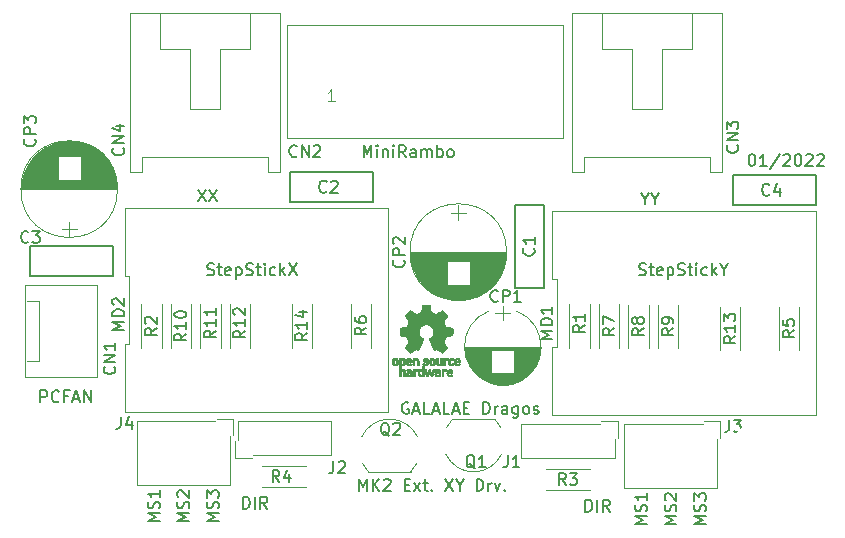
<source format=gto>
%TF.GenerationSoftware,KiCad,Pcbnew,(6.0.1)*%
%TF.CreationDate,2022-01-17T15:22:50+02:00*%
%TF.ProjectId,prusa_mk2_ext_drv,70727573-615f-46d6-9b32-5f6578745f64,rev?*%
%TF.SameCoordinates,Original*%
%TF.FileFunction,Legend,Top*%
%TF.FilePolarity,Positive*%
%FSLAX46Y46*%
G04 Gerber Fmt 4.6, Leading zero omitted, Abs format (unit mm)*
G04 Created by KiCad (PCBNEW (6.0.1)) date 2022-01-17 15:22:50*
%MOMM*%
%LPD*%
G01*
G04 APERTURE LIST*
%ADD10C,0.150000*%
%ADD11C,0.120000*%
%ADD12C,0.010000*%
%ADD13R,2.000000X2.000000*%
%ADD14C,2.000000*%
%ADD15R,1.600000X1.600000*%
%ADD16C,1.600000*%
%ADD17R,1.520000X1.520000*%
%ADD18C,1.520000*%
%ADD19C,1.400000*%
%ADD20O,1.400000X1.400000*%
%ADD21C,0.700000*%
%ADD22C,8.600000*%
%ADD23R,1.300000X1.300000*%
%ADD24C,1.300000*%
%ADD25R,1.727200X1.727200*%
%ADD26O,1.727200X1.727200*%
%ADD27R,2.030000X1.730000*%
%ADD28O,2.030000X1.730000*%
G04 APERTURE END LIST*
D10*
X48000000Y-41702380D02*
X48000000Y-40702380D01*
X48238095Y-40702380D01*
X48380952Y-40750000D01*
X48476190Y-40845238D01*
X48523809Y-40940476D01*
X48571428Y-41130952D01*
X48571428Y-41273809D01*
X48523809Y-41464285D01*
X48476190Y-41559523D01*
X48380952Y-41654761D01*
X48238095Y-41702380D01*
X48000000Y-41702380D01*
X49000000Y-41702380D02*
X49000000Y-40702380D01*
X50047619Y-41702380D02*
X49714285Y-41226190D01*
X49476190Y-41702380D02*
X49476190Y-40702380D01*
X49857142Y-40702380D01*
X49952380Y-40750000D01*
X50000000Y-40797619D01*
X50047619Y-40892857D01*
X50047619Y-41035714D01*
X50000000Y-41130952D01*
X49952380Y-41178571D01*
X49857142Y-41226190D01*
X49476190Y-41226190D01*
X58202380Y-42785714D02*
X57202380Y-42785714D01*
X57916666Y-42452380D01*
X57202380Y-42119047D01*
X58202380Y-42119047D01*
X58154761Y-41690476D02*
X58202380Y-41547619D01*
X58202380Y-41309523D01*
X58154761Y-41214285D01*
X58107142Y-41166666D01*
X58011904Y-41119047D01*
X57916666Y-41119047D01*
X57821428Y-41166666D01*
X57773809Y-41214285D01*
X57726190Y-41309523D01*
X57678571Y-41500000D01*
X57630952Y-41595238D01*
X57583333Y-41642857D01*
X57488095Y-41690476D01*
X57392857Y-41690476D01*
X57297619Y-41642857D01*
X57250000Y-41595238D01*
X57202380Y-41500000D01*
X57202380Y-41261904D01*
X57250000Y-41119047D01*
X57202380Y-40785714D02*
X57202380Y-40166666D01*
X57583333Y-40500000D01*
X57583333Y-40357142D01*
X57630952Y-40261904D01*
X57678571Y-40214285D01*
X57773809Y-40166666D01*
X58011904Y-40166666D01*
X58107142Y-40214285D01*
X58154761Y-40261904D01*
X58202380Y-40357142D01*
X58202380Y-40642857D01*
X58154761Y-40738095D01*
X58107142Y-40785714D01*
X53202380Y-42785714D02*
X52202380Y-42785714D01*
X52916666Y-42452380D01*
X52202380Y-42119047D01*
X53202380Y-42119047D01*
X53154761Y-41690476D02*
X53202380Y-41547619D01*
X53202380Y-41309523D01*
X53154761Y-41214285D01*
X53107142Y-41166666D01*
X53011904Y-41119047D01*
X52916666Y-41119047D01*
X52821428Y-41166666D01*
X52773809Y-41214285D01*
X52726190Y-41309523D01*
X52678571Y-41500000D01*
X52630952Y-41595238D01*
X52583333Y-41642857D01*
X52488095Y-41690476D01*
X52392857Y-41690476D01*
X52297619Y-41642857D01*
X52250000Y-41595238D01*
X52202380Y-41500000D01*
X52202380Y-41261904D01*
X52250000Y-41119047D01*
X53202380Y-40166666D02*
X53202380Y-40738095D01*
X53202380Y-40452380D02*
X52202380Y-40452380D01*
X52345238Y-40547619D01*
X52440476Y-40642857D01*
X52488095Y-40738095D01*
X55702380Y-42785714D02*
X54702380Y-42785714D01*
X55416666Y-42452380D01*
X54702380Y-42119047D01*
X55702380Y-42119047D01*
X55654761Y-41690476D02*
X55702380Y-41547619D01*
X55702380Y-41309523D01*
X55654761Y-41214285D01*
X55607142Y-41166666D01*
X55511904Y-41119047D01*
X55416666Y-41119047D01*
X55321428Y-41166666D01*
X55273809Y-41214285D01*
X55226190Y-41309523D01*
X55178571Y-41500000D01*
X55130952Y-41595238D01*
X55083333Y-41642857D01*
X54988095Y-41690476D01*
X54892857Y-41690476D01*
X54797619Y-41642857D01*
X54750000Y-41595238D01*
X54702380Y-41500000D01*
X54702380Y-41261904D01*
X54750000Y-41119047D01*
X54797619Y-40738095D02*
X54750000Y-40690476D01*
X54702380Y-40595238D01*
X54702380Y-40357142D01*
X54750000Y-40261904D01*
X54797619Y-40214285D01*
X54892857Y-40166666D01*
X54988095Y-40166666D01*
X55130952Y-40214285D01*
X55702380Y-40785714D01*
X55702380Y-40166666D01*
X28833333Y-39952380D02*
X28833333Y-38952380D01*
X29166666Y-39666666D01*
X29500000Y-38952380D01*
X29500000Y-39952380D01*
X29976190Y-39952380D02*
X29976190Y-38952380D01*
X30547619Y-39952380D02*
X30119047Y-39380952D01*
X30547619Y-38952380D02*
X29976190Y-39523809D01*
X30928571Y-39047619D02*
X30976190Y-39000000D01*
X31071428Y-38952380D01*
X31309523Y-38952380D01*
X31404761Y-39000000D01*
X31452380Y-39047619D01*
X31500000Y-39142857D01*
X31500000Y-39238095D01*
X31452380Y-39380952D01*
X30880952Y-39952380D01*
X31500000Y-39952380D01*
X32690476Y-39428571D02*
X33023809Y-39428571D01*
X33166666Y-39952380D02*
X32690476Y-39952380D01*
X32690476Y-38952380D01*
X33166666Y-38952380D01*
X33500000Y-39952380D02*
X34023809Y-39285714D01*
X33500000Y-39285714D02*
X34023809Y-39952380D01*
X34261904Y-39285714D02*
X34642857Y-39285714D01*
X34404761Y-38952380D02*
X34404761Y-39809523D01*
X34452380Y-39904761D01*
X34547619Y-39952380D01*
X34642857Y-39952380D01*
X34976190Y-39857142D02*
X35023809Y-39904761D01*
X34976190Y-39952380D01*
X34928571Y-39904761D01*
X34976190Y-39857142D01*
X34976190Y-39952380D01*
X36119047Y-38952380D02*
X36785714Y-39952380D01*
X36785714Y-38952380D02*
X36119047Y-39952380D01*
X37357142Y-39476190D02*
X37357142Y-39952380D01*
X37023809Y-38952380D02*
X37357142Y-39476190D01*
X37690476Y-38952380D01*
X38785714Y-39952380D02*
X38785714Y-38952380D01*
X39023809Y-38952380D01*
X39166666Y-39000000D01*
X39261904Y-39095238D01*
X39309523Y-39190476D01*
X39357142Y-39380952D01*
X39357142Y-39523809D01*
X39309523Y-39714285D01*
X39261904Y-39809523D01*
X39166666Y-39904761D01*
X39023809Y-39952380D01*
X38785714Y-39952380D01*
X39785714Y-39952380D02*
X39785714Y-39285714D01*
X39785714Y-39476190D02*
X39833333Y-39380952D01*
X39880952Y-39333333D01*
X39976190Y-39285714D01*
X40071428Y-39285714D01*
X40309523Y-39285714D02*
X40547619Y-39952380D01*
X40785714Y-39285714D01*
X41166666Y-39857142D02*
X41214285Y-39904761D01*
X41166666Y-39952380D01*
X41119047Y-39904761D01*
X41166666Y-39857142D01*
X41166666Y-39952380D01*
X62047619Y-11452380D02*
X62142857Y-11452380D01*
X62238095Y-11500000D01*
X62285714Y-11547619D01*
X62333333Y-11642857D01*
X62380952Y-11833333D01*
X62380952Y-12071428D01*
X62333333Y-12261904D01*
X62285714Y-12357142D01*
X62238095Y-12404761D01*
X62142857Y-12452380D01*
X62047619Y-12452380D01*
X61952380Y-12404761D01*
X61904761Y-12357142D01*
X61857142Y-12261904D01*
X61809523Y-12071428D01*
X61809523Y-11833333D01*
X61857142Y-11642857D01*
X61904761Y-11547619D01*
X61952380Y-11500000D01*
X62047619Y-11452380D01*
X63333333Y-12452380D02*
X62761904Y-12452380D01*
X63047619Y-12452380D02*
X63047619Y-11452380D01*
X62952380Y-11595238D01*
X62857142Y-11690476D01*
X62761904Y-11738095D01*
X64476190Y-11404761D02*
X63619047Y-12690476D01*
X64761904Y-11547619D02*
X64809523Y-11500000D01*
X64904761Y-11452380D01*
X65142857Y-11452380D01*
X65238095Y-11500000D01*
X65285714Y-11547619D01*
X65333333Y-11642857D01*
X65333333Y-11738095D01*
X65285714Y-11880952D01*
X64714285Y-12452380D01*
X65333333Y-12452380D01*
X65952380Y-11452380D02*
X66047619Y-11452380D01*
X66142857Y-11500000D01*
X66190476Y-11547619D01*
X66238095Y-11642857D01*
X66285714Y-11833333D01*
X66285714Y-12071428D01*
X66238095Y-12261904D01*
X66190476Y-12357142D01*
X66142857Y-12404761D01*
X66047619Y-12452380D01*
X65952380Y-12452380D01*
X65857142Y-12404761D01*
X65809523Y-12357142D01*
X65761904Y-12261904D01*
X65714285Y-12071428D01*
X65714285Y-11833333D01*
X65761904Y-11642857D01*
X65809523Y-11547619D01*
X65857142Y-11500000D01*
X65952380Y-11452380D01*
X66666666Y-11547619D02*
X66714285Y-11500000D01*
X66809523Y-11452380D01*
X67047619Y-11452380D01*
X67142857Y-11500000D01*
X67190476Y-11547619D01*
X67238095Y-11642857D01*
X67238095Y-11738095D01*
X67190476Y-11880952D01*
X66619047Y-12452380D01*
X67238095Y-12452380D01*
X67619047Y-11547619D02*
X67666666Y-11500000D01*
X67761904Y-11452380D01*
X68000000Y-11452380D01*
X68095238Y-11500000D01*
X68142857Y-11547619D01*
X68190476Y-11642857D01*
X68190476Y-11738095D01*
X68142857Y-11880952D01*
X67571428Y-12452380D01*
X68190476Y-12452380D01*
X19000000Y-41452380D02*
X19000000Y-40452380D01*
X19238095Y-40452380D01*
X19380952Y-40500000D01*
X19476190Y-40595238D01*
X19523809Y-40690476D01*
X19571428Y-40880952D01*
X19571428Y-41023809D01*
X19523809Y-41214285D01*
X19476190Y-41309523D01*
X19380952Y-41404761D01*
X19238095Y-41452380D01*
X19000000Y-41452380D01*
X20000000Y-41452380D02*
X20000000Y-40452380D01*
X21047619Y-41452380D02*
X20714285Y-40976190D01*
X20476190Y-41452380D02*
X20476190Y-40452380D01*
X20857142Y-40452380D01*
X20952380Y-40500000D01*
X21000000Y-40547619D01*
X21047619Y-40642857D01*
X21047619Y-40785714D01*
X21000000Y-40880952D01*
X20952380Y-40928571D01*
X20857142Y-40976190D01*
X20476190Y-40976190D01*
X15988095Y-21654761D02*
X16130952Y-21702380D01*
X16369047Y-21702380D01*
X16464285Y-21654761D01*
X16511904Y-21607142D01*
X16559523Y-21511904D01*
X16559523Y-21416666D01*
X16511904Y-21321428D01*
X16464285Y-21273809D01*
X16369047Y-21226190D01*
X16178571Y-21178571D01*
X16083333Y-21130952D01*
X16035714Y-21083333D01*
X15988095Y-20988095D01*
X15988095Y-20892857D01*
X16035714Y-20797619D01*
X16083333Y-20750000D01*
X16178571Y-20702380D01*
X16416666Y-20702380D01*
X16559523Y-20750000D01*
X16845238Y-21035714D02*
X17226190Y-21035714D01*
X16988095Y-20702380D02*
X16988095Y-21559523D01*
X17035714Y-21654761D01*
X17130952Y-21702380D01*
X17226190Y-21702380D01*
X17940476Y-21654761D02*
X17845238Y-21702380D01*
X17654761Y-21702380D01*
X17559523Y-21654761D01*
X17511904Y-21559523D01*
X17511904Y-21178571D01*
X17559523Y-21083333D01*
X17654761Y-21035714D01*
X17845238Y-21035714D01*
X17940476Y-21083333D01*
X17988095Y-21178571D01*
X17988095Y-21273809D01*
X17511904Y-21369047D01*
X18416666Y-21035714D02*
X18416666Y-22035714D01*
X18416666Y-21083333D02*
X18511904Y-21035714D01*
X18702380Y-21035714D01*
X18797619Y-21083333D01*
X18845238Y-21130952D01*
X18892857Y-21226190D01*
X18892857Y-21511904D01*
X18845238Y-21607142D01*
X18797619Y-21654761D01*
X18702380Y-21702380D01*
X18511904Y-21702380D01*
X18416666Y-21654761D01*
X19273809Y-21654761D02*
X19416666Y-21702380D01*
X19654761Y-21702380D01*
X19750000Y-21654761D01*
X19797619Y-21607142D01*
X19845238Y-21511904D01*
X19845238Y-21416666D01*
X19797619Y-21321428D01*
X19750000Y-21273809D01*
X19654761Y-21226190D01*
X19464285Y-21178571D01*
X19369047Y-21130952D01*
X19321428Y-21083333D01*
X19273809Y-20988095D01*
X19273809Y-20892857D01*
X19321428Y-20797619D01*
X19369047Y-20750000D01*
X19464285Y-20702380D01*
X19702380Y-20702380D01*
X19845238Y-20750000D01*
X20130952Y-21035714D02*
X20511904Y-21035714D01*
X20273809Y-20702380D02*
X20273809Y-21559523D01*
X20321428Y-21654761D01*
X20416666Y-21702380D01*
X20511904Y-21702380D01*
X20845238Y-21702380D02*
X20845238Y-21035714D01*
X20845238Y-20702380D02*
X20797619Y-20750000D01*
X20845238Y-20797619D01*
X20892857Y-20750000D01*
X20845238Y-20702380D01*
X20845238Y-20797619D01*
X21750000Y-21654761D02*
X21654761Y-21702380D01*
X21464285Y-21702380D01*
X21369047Y-21654761D01*
X21321428Y-21607142D01*
X21273809Y-21511904D01*
X21273809Y-21226190D01*
X21321428Y-21130952D01*
X21369047Y-21083333D01*
X21464285Y-21035714D01*
X21654761Y-21035714D01*
X21750000Y-21083333D01*
X22178571Y-21702380D02*
X22178571Y-20702380D01*
X22273809Y-21321428D02*
X22559523Y-21702380D01*
X22559523Y-21035714D02*
X22178571Y-21416666D01*
X22892857Y-20702380D02*
X23559523Y-21702380D01*
X23559523Y-20702380D02*
X22892857Y-21702380D01*
X11952380Y-42535714D02*
X10952380Y-42535714D01*
X11666666Y-42202380D01*
X10952380Y-41869047D01*
X11952380Y-41869047D01*
X11904761Y-41440476D02*
X11952380Y-41297619D01*
X11952380Y-41059523D01*
X11904761Y-40964285D01*
X11857142Y-40916666D01*
X11761904Y-40869047D01*
X11666666Y-40869047D01*
X11571428Y-40916666D01*
X11523809Y-40964285D01*
X11476190Y-41059523D01*
X11428571Y-41250000D01*
X11380952Y-41345238D01*
X11333333Y-41392857D01*
X11238095Y-41440476D01*
X11142857Y-41440476D01*
X11047619Y-41392857D01*
X11000000Y-41345238D01*
X10952380Y-41250000D01*
X10952380Y-41011904D01*
X11000000Y-40869047D01*
X11952380Y-39916666D02*
X11952380Y-40488095D01*
X11952380Y-40202380D02*
X10952380Y-40202380D01*
X11095238Y-40297619D01*
X11190476Y-40392857D01*
X11238095Y-40488095D01*
X14452380Y-42535714D02*
X13452380Y-42535714D01*
X14166666Y-42202380D01*
X13452380Y-41869047D01*
X14452380Y-41869047D01*
X14404761Y-41440476D02*
X14452380Y-41297619D01*
X14452380Y-41059523D01*
X14404761Y-40964285D01*
X14357142Y-40916666D01*
X14261904Y-40869047D01*
X14166666Y-40869047D01*
X14071428Y-40916666D01*
X14023809Y-40964285D01*
X13976190Y-41059523D01*
X13928571Y-41250000D01*
X13880952Y-41345238D01*
X13833333Y-41392857D01*
X13738095Y-41440476D01*
X13642857Y-41440476D01*
X13547619Y-41392857D01*
X13500000Y-41345238D01*
X13452380Y-41250000D01*
X13452380Y-41011904D01*
X13500000Y-40869047D01*
X13547619Y-40488095D02*
X13500000Y-40440476D01*
X13452380Y-40345238D01*
X13452380Y-40107142D01*
X13500000Y-40011904D01*
X13547619Y-39964285D01*
X13642857Y-39916666D01*
X13738095Y-39916666D01*
X13880952Y-39964285D01*
X14452380Y-40535714D01*
X14452380Y-39916666D01*
X33011904Y-32500000D02*
X32916666Y-32452380D01*
X32773809Y-32452380D01*
X32630952Y-32500000D01*
X32535714Y-32595238D01*
X32488095Y-32690476D01*
X32440476Y-32880952D01*
X32440476Y-33023809D01*
X32488095Y-33214285D01*
X32535714Y-33309523D01*
X32630952Y-33404761D01*
X32773809Y-33452380D01*
X32869047Y-33452380D01*
X33011904Y-33404761D01*
X33059523Y-33357142D01*
X33059523Y-33023809D01*
X32869047Y-33023809D01*
X33440476Y-33166666D02*
X33916666Y-33166666D01*
X33345238Y-33452380D02*
X33678571Y-32452380D01*
X34011904Y-33452380D01*
X34821428Y-33452380D02*
X34345238Y-33452380D01*
X34345238Y-32452380D01*
X35107142Y-33166666D02*
X35583333Y-33166666D01*
X35011904Y-33452380D02*
X35345238Y-32452380D01*
X35678571Y-33452380D01*
X36488095Y-33452380D02*
X36011904Y-33452380D01*
X36011904Y-32452380D01*
X36773809Y-33166666D02*
X37250000Y-33166666D01*
X36678571Y-33452380D02*
X37011904Y-32452380D01*
X37345238Y-33452380D01*
X37678571Y-32928571D02*
X38011904Y-32928571D01*
X38154761Y-33452380D02*
X37678571Y-33452380D01*
X37678571Y-32452380D01*
X38154761Y-32452380D01*
X39345238Y-33452380D02*
X39345238Y-32452380D01*
X39583333Y-32452380D01*
X39726190Y-32500000D01*
X39821428Y-32595238D01*
X39869047Y-32690476D01*
X39916666Y-32880952D01*
X39916666Y-33023809D01*
X39869047Y-33214285D01*
X39821428Y-33309523D01*
X39726190Y-33404761D01*
X39583333Y-33452380D01*
X39345238Y-33452380D01*
X40345238Y-33452380D02*
X40345238Y-32785714D01*
X40345238Y-32976190D02*
X40392857Y-32880952D01*
X40440476Y-32833333D01*
X40535714Y-32785714D01*
X40630952Y-32785714D01*
X41392857Y-33452380D02*
X41392857Y-32928571D01*
X41345238Y-32833333D01*
X41250000Y-32785714D01*
X41059523Y-32785714D01*
X40964285Y-32833333D01*
X41392857Y-33404761D02*
X41297619Y-33452380D01*
X41059523Y-33452380D01*
X40964285Y-33404761D01*
X40916666Y-33309523D01*
X40916666Y-33214285D01*
X40964285Y-33119047D01*
X41059523Y-33071428D01*
X41297619Y-33071428D01*
X41392857Y-33023809D01*
X42297619Y-32785714D02*
X42297619Y-33595238D01*
X42250000Y-33690476D01*
X42202380Y-33738095D01*
X42107142Y-33785714D01*
X41964285Y-33785714D01*
X41869047Y-33738095D01*
X42297619Y-33404761D02*
X42202380Y-33452380D01*
X42011904Y-33452380D01*
X41916666Y-33404761D01*
X41869047Y-33357142D01*
X41821428Y-33261904D01*
X41821428Y-32976190D01*
X41869047Y-32880952D01*
X41916666Y-32833333D01*
X42011904Y-32785714D01*
X42202380Y-32785714D01*
X42297619Y-32833333D01*
X42916666Y-33452380D02*
X42821428Y-33404761D01*
X42773809Y-33357142D01*
X42726190Y-33261904D01*
X42726190Y-32976190D01*
X42773809Y-32880952D01*
X42821428Y-32833333D01*
X42916666Y-32785714D01*
X43059523Y-32785714D01*
X43154761Y-32833333D01*
X43202380Y-32880952D01*
X43250000Y-32976190D01*
X43250000Y-33261904D01*
X43202380Y-33357142D01*
X43154761Y-33404761D01*
X43059523Y-33452380D01*
X42916666Y-33452380D01*
X43630952Y-33404761D02*
X43726190Y-33452380D01*
X43916666Y-33452380D01*
X44011904Y-33404761D01*
X44059523Y-33309523D01*
X44059523Y-33261904D01*
X44011904Y-33166666D01*
X43916666Y-33119047D01*
X43773809Y-33119047D01*
X43678571Y-33071428D01*
X43630952Y-32976190D01*
X43630952Y-32928571D01*
X43678571Y-32833333D01*
X43773809Y-32785714D01*
X43916666Y-32785714D01*
X44011904Y-32833333D01*
X16952380Y-42535714D02*
X15952380Y-42535714D01*
X16666666Y-42202380D01*
X15952380Y-41869047D01*
X16952380Y-41869047D01*
X16904761Y-41440476D02*
X16952380Y-41297619D01*
X16952380Y-41059523D01*
X16904761Y-40964285D01*
X16857142Y-40916666D01*
X16761904Y-40869047D01*
X16666666Y-40869047D01*
X16571428Y-40916666D01*
X16523809Y-40964285D01*
X16476190Y-41059523D01*
X16428571Y-41250000D01*
X16380952Y-41345238D01*
X16333333Y-41392857D01*
X16238095Y-41440476D01*
X16142857Y-41440476D01*
X16047619Y-41392857D01*
X16000000Y-41345238D01*
X15952380Y-41250000D01*
X15952380Y-41011904D01*
X16000000Y-40869047D01*
X15952380Y-40535714D02*
X15952380Y-39916666D01*
X16333333Y-40250000D01*
X16333333Y-40107142D01*
X16380952Y-40011904D01*
X16428571Y-39964285D01*
X16523809Y-39916666D01*
X16761904Y-39916666D01*
X16857142Y-39964285D01*
X16904761Y-40011904D01*
X16952380Y-40107142D01*
X16952380Y-40392857D01*
X16904761Y-40488095D01*
X16857142Y-40535714D01*
X1857142Y-32452380D02*
X1857142Y-31452380D01*
X2238095Y-31452380D01*
X2333333Y-31500000D01*
X2380952Y-31547619D01*
X2428571Y-31642857D01*
X2428571Y-31785714D01*
X2380952Y-31880952D01*
X2333333Y-31928571D01*
X2238095Y-31976190D01*
X1857142Y-31976190D01*
X3428571Y-32357142D02*
X3380952Y-32404761D01*
X3238095Y-32452380D01*
X3142857Y-32452380D01*
X3000000Y-32404761D01*
X2904761Y-32309523D01*
X2857142Y-32214285D01*
X2809523Y-32023809D01*
X2809523Y-31880952D01*
X2857142Y-31690476D01*
X2904761Y-31595238D01*
X3000000Y-31500000D01*
X3142857Y-31452380D01*
X3238095Y-31452380D01*
X3380952Y-31500000D01*
X3428571Y-31547619D01*
X4190476Y-31928571D02*
X3857142Y-31928571D01*
X3857142Y-32452380D02*
X3857142Y-31452380D01*
X4333333Y-31452380D01*
X4666666Y-32166666D02*
X5142857Y-32166666D01*
X4571428Y-32452380D02*
X4904761Y-31452380D01*
X5238095Y-32452380D01*
X5571428Y-32452380D02*
X5571428Y-31452380D01*
X6142857Y-32452380D01*
X6142857Y-31452380D01*
X53071428Y-15226190D02*
X53071428Y-15702380D01*
X52738095Y-14702380D02*
X53071428Y-15226190D01*
X53404761Y-14702380D01*
X53928571Y-15226190D02*
X53928571Y-15702380D01*
X53595238Y-14702380D02*
X53928571Y-15226190D01*
X54261904Y-14702380D01*
X15190476Y-14452380D02*
X15857142Y-15452380D01*
X15857142Y-14452380D02*
X15190476Y-15452380D01*
X16142857Y-14452380D02*
X16809523Y-15452380D01*
X16809523Y-14452380D02*
X16142857Y-15452380D01*
X29214285Y-11702380D02*
X29214285Y-10702380D01*
X29547619Y-11416666D01*
X29880952Y-10702380D01*
X29880952Y-11702380D01*
X30357142Y-11702380D02*
X30357142Y-11035714D01*
X30357142Y-10702380D02*
X30309523Y-10750000D01*
X30357142Y-10797619D01*
X30404761Y-10750000D01*
X30357142Y-10702380D01*
X30357142Y-10797619D01*
X30833333Y-11035714D02*
X30833333Y-11702380D01*
X30833333Y-11130952D02*
X30880952Y-11083333D01*
X30976190Y-11035714D01*
X31119047Y-11035714D01*
X31214285Y-11083333D01*
X31261904Y-11178571D01*
X31261904Y-11702380D01*
X31738095Y-11702380D02*
X31738095Y-11035714D01*
X31738095Y-10702380D02*
X31690476Y-10750000D01*
X31738095Y-10797619D01*
X31785714Y-10750000D01*
X31738095Y-10702380D01*
X31738095Y-10797619D01*
X32785714Y-11702380D02*
X32452380Y-11226190D01*
X32214285Y-11702380D02*
X32214285Y-10702380D01*
X32595238Y-10702380D01*
X32690476Y-10750000D01*
X32738095Y-10797619D01*
X32785714Y-10892857D01*
X32785714Y-11035714D01*
X32738095Y-11130952D01*
X32690476Y-11178571D01*
X32595238Y-11226190D01*
X32214285Y-11226190D01*
X33642857Y-11702380D02*
X33642857Y-11178571D01*
X33595238Y-11083333D01*
X33500000Y-11035714D01*
X33309523Y-11035714D01*
X33214285Y-11083333D01*
X33642857Y-11654761D02*
X33547619Y-11702380D01*
X33309523Y-11702380D01*
X33214285Y-11654761D01*
X33166666Y-11559523D01*
X33166666Y-11464285D01*
X33214285Y-11369047D01*
X33309523Y-11321428D01*
X33547619Y-11321428D01*
X33642857Y-11273809D01*
X34119047Y-11702380D02*
X34119047Y-11035714D01*
X34119047Y-11130952D02*
X34166666Y-11083333D01*
X34261904Y-11035714D01*
X34404761Y-11035714D01*
X34500000Y-11083333D01*
X34547619Y-11178571D01*
X34547619Y-11702380D01*
X34547619Y-11178571D02*
X34595238Y-11083333D01*
X34690476Y-11035714D01*
X34833333Y-11035714D01*
X34928571Y-11083333D01*
X34976190Y-11178571D01*
X34976190Y-11702380D01*
X35452380Y-11702380D02*
X35452380Y-10702380D01*
X35452380Y-11083333D02*
X35547619Y-11035714D01*
X35738095Y-11035714D01*
X35833333Y-11083333D01*
X35880952Y-11130952D01*
X35928571Y-11226190D01*
X35928571Y-11511904D01*
X35880952Y-11607142D01*
X35833333Y-11654761D01*
X35738095Y-11702380D01*
X35547619Y-11702380D01*
X35452380Y-11654761D01*
X36500000Y-11702380D02*
X36404761Y-11654761D01*
X36357142Y-11607142D01*
X36309523Y-11511904D01*
X36309523Y-11226190D01*
X36357142Y-11130952D01*
X36404761Y-11083333D01*
X36500000Y-11035714D01*
X36642857Y-11035714D01*
X36738095Y-11083333D01*
X36785714Y-11130952D01*
X36833333Y-11226190D01*
X36833333Y-11511904D01*
X36785714Y-11607142D01*
X36738095Y-11654761D01*
X36642857Y-11702380D01*
X36500000Y-11702380D01*
X52535714Y-21654761D02*
X52678571Y-21702380D01*
X52916666Y-21702380D01*
X53011904Y-21654761D01*
X53059523Y-21607142D01*
X53107142Y-21511904D01*
X53107142Y-21416666D01*
X53059523Y-21321428D01*
X53011904Y-21273809D01*
X52916666Y-21226190D01*
X52726190Y-21178571D01*
X52630952Y-21130952D01*
X52583333Y-21083333D01*
X52535714Y-20988095D01*
X52535714Y-20892857D01*
X52583333Y-20797619D01*
X52630952Y-20750000D01*
X52726190Y-20702380D01*
X52964285Y-20702380D01*
X53107142Y-20750000D01*
X53392857Y-21035714D02*
X53773809Y-21035714D01*
X53535714Y-20702380D02*
X53535714Y-21559523D01*
X53583333Y-21654761D01*
X53678571Y-21702380D01*
X53773809Y-21702380D01*
X54488095Y-21654761D02*
X54392857Y-21702380D01*
X54202380Y-21702380D01*
X54107142Y-21654761D01*
X54059523Y-21559523D01*
X54059523Y-21178571D01*
X54107142Y-21083333D01*
X54202380Y-21035714D01*
X54392857Y-21035714D01*
X54488095Y-21083333D01*
X54535714Y-21178571D01*
X54535714Y-21273809D01*
X54059523Y-21369047D01*
X54964285Y-21035714D02*
X54964285Y-22035714D01*
X54964285Y-21083333D02*
X55059523Y-21035714D01*
X55250000Y-21035714D01*
X55345238Y-21083333D01*
X55392857Y-21130952D01*
X55440476Y-21226190D01*
X55440476Y-21511904D01*
X55392857Y-21607142D01*
X55345238Y-21654761D01*
X55250000Y-21702380D01*
X55059523Y-21702380D01*
X54964285Y-21654761D01*
X55821428Y-21654761D02*
X55964285Y-21702380D01*
X56202380Y-21702380D01*
X56297619Y-21654761D01*
X56345238Y-21607142D01*
X56392857Y-21511904D01*
X56392857Y-21416666D01*
X56345238Y-21321428D01*
X56297619Y-21273809D01*
X56202380Y-21226190D01*
X56011904Y-21178571D01*
X55916666Y-21130952D01*
X55869047Y-21083333D01*
X55821428Y-20988095D01*
X55821428Y-20892857D01*
X55869047Y-20797619D01*
X55916666Y-20750000D01*
X56011904Y-20702380D01*
X56250000Y-20702380D01*
X56392857Y-20750000D01*
X56678571Y-21035714D02*
X57059523Y-21035714D01*
X56821428Y-20702380D02*
X56821428Y-21559523D01*
X56869047Y-21654761D01*
X56964285Y-21702380D01*
X57059523Y-21702380D01*
X57392857Y-21702380D02*
X57392857Y-21035714D01*
X57392857Y-20702380D02*
X57345238Y-20750000D01*
X57392857Y-20797619D01*
X57440476Y-20750000D01*
X57392857Y-20702380D01*
X57392857Y-20797619D01*
X58297619Y-21654761D02*
X58202380Y-21702380D01*
X58011904Y-21702380D01*
X57916666Y-21654761D01*
X57869047Y-21607142D01*
X57821428Y-21511904D01*
X57821428Y-21226190D01*
X57869047Y-21130952D01*
X57916666Y-21083333D01*
X58011904Y-21035714D01*
X58202380Y-21035714D01*
X58297619Y-21083333D01*
X58726190Y-21702380D02*
X58726190Y-20702380D01*
X58821428Y-21321428D02*
X59107142Y-21702380D01*
X59107142Y-21035714D02*
X58726190Y-21416666D01*
X59726190Y-21226190D02*
X59726190Y-21702380D01*
X59392857Y-20702380D02*
X59726190Y-21226190D01*
X60059523Y-20702380D01*
%TO.C,CN4*%
X8857142Y-10940476D02*
X8904761Y-10988095D01*
X8952380Y-11130952D01*
X8952380Y-11226190D01*
X8904761Y-11369047D01*
X8809523Y-11464285D01*
X8714285Y-11511904D01*
X8523809Y-11559523D01*
X8380952Y-11559523D01*
X8190476Y-11511904D01*
X8095238Y-11464285D01*
X8000000Y-11369047D01*
X7952380Y-11226190D01*
X7952380Y-11130952D01*
X8000000Y-10988095D01*
X8047619Y-10940476D01*
X8952380Y-10511904D02*
X7952380Y-10511904D01*
X8952380Y-9940476D01*
X7952380Y-9940476D01*
X8285714Y-9035714D02*
X8952380Y-9035714D01*
X7904761Y-9273809D02*
X8619047Y-9511904D01*
X8619047Y-8892857D01*
%TO.C,CP1*%
X40583333Y-23857142D02*
X40535714Y-23904761D01*
X40392857Y-23952380D01*
X40297619Y-23952380D01*
X40154761Y-23904761D01*
X40059523Y-23809523D01*
X40011904Y-23714285D01*
X39964285Y-23523809D01*
X39964285Y-23380952D01*
X40011904Y-23190476D01*
X40059523Y-23095238D01*
X40154761Y-23000000D01*
X40297619Y-22952380D01*
X40392857Y-22952380D01*
X40535714Y-23000000D01*
X40583333Y-23047619D01*
X41011904Y-23952380D02*
X41011904Y-22952380D01*
X41392857Y-22952380D01*
X41488095Y-23000000D01*
X41535714Y-23047619D01*
X41583333Y-23142857D01*
X41583333Y-23285714D01*
X41535714Y-23380952D01*
X41488095Y-23428571D01*
X41392857Y-23476190D01*
X41011904Y-23476190D01*
X42535714Y-23952380D02*
X41964285Y-23952380D01*
X42250000Y-23952380D02*
X42250000Y-22952380D01*
X42154761Y-23095238D01*
X42059523Y-23190476D01*
X41964285Y-23238095D01*
%TO.C,J1*%
X41416666Y-36952380D02*
X41416666Y-37666666D01*
X41369047Y-37809523D01*
X41273809Y-37904761D01*
X41130952Y-37952380D01*
X41035714Y-37952380D01*
X42416666Y-37952380D02*
X41845238Y-37952380D01*
X42130952Y-37952380D02*
X42130952Y-36952380D01*
X42035714Y-37095238D01*
X41940476Y-37190476D01*
X41845238Y-37238095D01*
%TO.C,MD1*%
X45202380Y-27059523D02*
X44202380Y-27059523D01*
X44916666Y-26726190D01*
X44202380Y-26392857D01*
X45202380Y-26392857D01*
X45202380Y-25916666D02*
X44202380Y-25916666D01*
X44202380Y-25678571D01*
X44250000Y-25535714D01*
X44345238Y-25440476D01*
X44440476Y-25392857D01*
X44630952Y-25345238D01*
X44773809Y-25345238D01*
X44964285Y-25392857D01*
X45059523Y-25440476D01*
X45154761Y-25535714D01*
X45202380Y-25678571D01*
X45202380Y-25916666D01*
X45202380Y-24392857D02*
X45202380Y-24964285D01*
X45202380Y-24678571D02*
X44202380Y-24678571D01*
X44345238Y-24773809D01*
X44440476Y-24869047D01*
X44488095Y-24964285D01*
%TO.C,MD2*%
X8952380Y-26309523D02*
X7952380Y-26309523D01*
X8666666Y-25976190D01*
X7952380Y-25642857D01*
X8952380Y-25642857D01*
X8952380Y-25166666D02*
X7952380Y-25166666D01*
X7952380Y-24928571D01*
X8000000Y-24785714D01*
X8095238Y-24690476D01*
X8190476Y-24642857D01*
X8380952Y-24595238D01*
X8523809Y-24595238D01*
X8714285Y-24642857D01*
X8809523Y-24690476D01*
X8904761Y-24785714D01*
X8952380Y-24928571D01*
X8952380Y-25166666D01*
X8047619Y-24214285D02*
X8000000Y-24166666D01*
X7952380Y-24071428D01*
X7952380Y-23833333D01*
X8000000Y-23738095D01*
X8047619Y-23690476D01*
X8142857Y-23642857D01*
X8238095Y-23642857D01*
X8380952Y-23690476D01*
X8952380Y-24261904D01*
X8952380Y-23642857D01*
%TO.C,Q1*%
X38654761Y-38047619D02*
X38559523Y-38000000D01*
X38464285Y-37904761D01*
X38321428Y-37761904D01*
X38226190Y-37714285D01*
X38130952Y-37714285D01*
X38178571Y-37952380D02*
X38083333Y-37904761D01*
X37988095Y-37809523D01*
X37940476Y-37619047D01*
X37940476Y-37285714D01*
X37988095Y-37095238D01*
X38083333Y-37000000D01*
X38178571Y-36952380D01*
X38369047Y-36952380D01*
X38464285Y-37000000D01*
X38559523Y-37095238D01*
X38607142Y-37285714D01*
X38607142Y-37619047D01*
X38559523Y-37809523D01*
X38464285Y-37904761D01*
X38369047Y-37952380D01*
X38178571Y-37952380D01*
X39559523Y-37952380D02*
X38988095Y-37952380D01*
X39273809Y-37952380D02*
X39273809Y-36952380D01*
X39178571Y-37095238D01*
X39083333Y-37190476D01*
X38988095Y-37238095D01*
%TO.C,Q2*%
X31404761Y-35297619D02*
X31309523Y-35250000D01*
X31214285Y-35154761D01*
X31071428Y-35011904D01*
X30976190Y-34964285D01*
X30880952Y-34964285D01*
X30928571Y-35202380D02*
X30833333Y-35154761D01*
X30738095Y-35059523D01*
X30690476Y-34869047D01*
X30690476Y-34535714D01*
X30738095Y-34345238D01*
X30833333Y-34250000D01*
X30928571Y-34202380D01*
X31119047Y-34202380D01*
X31214285Y-34250000D01*
X31309523Y-34345238D01*
X31357142Y-34535714D01*
X31357142Y-34869047D01*
X31309523Y-35059523D01*
X31214285Y-35154761D01*
X31119047Y-35202380D01*
X30928571Y-35202380D01*
X31738095Y-34297619D02*
X31785714Y-34250000D01*
X31880952Y-34202380D01*
X32119047Y-34202380D01*
X32214285Y-34250000D01*
X32261904Y-34297619D01*
X32309523Y-34392857D01*
X32309523Y-34488095D01*
X32261904Y-34630952D01*
X31690476Y-35202380D01*
X32309523Y-35202380D01*
%TO.C,R2*%
X11702380Y-26166666D02*
X11226190Y-26500000D01*
X11702380Y-26738095D02*
X10702380Y-26738095D01*
X10702380Y-26357142D01*
X10750000Y-26261904D01*
X10797619Y-26214285D01*
X10892857Y-26166666D01*
X11035714Y-26166666D01*
X11130952Y-26214285D01*
X11178571Y-26261904D01*
X11226190Y-26357142D01*
X11226190Y-26738095D01*
X10797619Y-25785714D02*
X10750000Y-25738095D01*
X10702380Y-25642857D01*
X10702380Y-25404761D01*
X10750000Y-25309523D01*
X10797619Y-25261904D01*
X10892857Y-25214285D01*
X10988095Y-25214285D01*
X11130952Y-25261904D01*
X11702380Y-25833333D01*
X11702380Y-25214285D01*
%TO.C,R4*%
X22083333Y-39202380D02*
X21750000Y-38726190D01*
X21511904Y-39202380D02*
X21511904Y-38202380D01*
X21892857Y-38202380D01*
X21988095Y-38250000D01*
X22035714Y-38297619D01*
X22083333Y-38392857D01*
X22083333Y-38535714D01*
X22035714Y-38630952D01*
X21988095Y-38678571D01*
X21892857Y-38726190D01*
X21511904Y-38726190D01*
X22940476Y-38535714D02*
X22940476Y-39202380D01*
X22702380Y-38154761D02*
X22464285Y-38869047D01*
X23083333Y-38869047D01*
%TO.C,R6*%
X29452380Y-26126666D02*
X28976190Y-26460000D01*
X29452380Y-26698095D02*
X28452380Y-26698095D01*
X28452380Y-26317142D01*
X28500000Y-26221904D01*
X28547619Y-26174285D01*
X28642857Y-26126666D01*
X28785714Y-26126666D01*
X28880952Y-26174285D01*
X28928571Y-26221904D01*
X28976190Y-26317142D01*
X28976190Y-26698095D01*
X28452380Y-25269523D02*
X28452380Y-25460000D01*
X28500000Y-25555238D01*
X28547619Y-25602857D01*
X28690476Y-25698095D01*
X28880952Y-25745714D01*
X29261904Y-25745714D01*
X29357142Y-25698095D01*
X29404761Y-25650476D01*
X29452380Y-25555238D01*
X29452380Y-25364761D01*
X29404761Y-25269523D01*
X29357142Y-25221904D01*
X29261904Y-25174285D01*
X29023809Y-25174285D01*
X28928571Y-25221904D01*
X28880952Y-25269523D01*
X28833333Y-25364761D01*
X28833333Y-25555238D01*
X28880952Y-25650476D01*
X28928571Y-25698095D01*
X29023809Y-25745714D01*
%TO.C,R11*%
X16702380Y-26392857D02*
X16226190Y-26726190D01*
X16702380Y-26964285D02*
X15702380Y-26964285D01*
X15702380Y-26583333D01*
X15750000Y-26488095D01*
X15797619Y-26440476D01*
X15892857Y-26392857D01*
X16035714Y-26392857D01*
X16130952Y-26440476D01*
X16178571Y-26488095D01*
X16226190Y-26583333D01*
X16226190Y-26964285D01*
X16702380Y-25440476D02*
X16702380Y-26011904D01*
X16702380Y-25726190D02*
X15702380Y-25726190D01*
X15845238Y-25821428D01*
X15940476Y-25916666D01*
X15988095Y-26011904D01*
X16702380Y-24488095D02*
X16702380Y-25059523D01*
X16702380Y-24773809D02*
X15702380Y-24773809D01*
X15845238Y-24869047D01*
X15940476Y-24964285D01*
X15988095Y-25059523D01*
%TO.C,J4*%
X8666666Y-33702380D02*
X8666666Y-34416666D01*
X8619047Y-34559523D01*
X8523809Y-34654761D01*
X8380952Y-34702380D01*
X8285714Y-34702380D01*
X9571428Y-34035714D02*
X9571428Y-34702380D01*
X9333333Y-33654761D02*
X9095238Y-34369047D01*
X9714285Y-34369047D01*
%TO.C,R3*%
X46333333Y-39452380D02*
X46000000Y-38976190D01*
X45761904Y-39452380D02*
X45761904Y-38452380D01*
X46142857Y-38452380D01*
X46238095Y-38500000D01*
X46285714Y-38547619D01*
X46333333Y-38642857D01*
X46333333Y-38785714D01*
X46285714Y-38880952D01*
X46238095Y-38928571D01*
X46142857Y-38976190D01*
X45761904Y-38976190D01*
X46666666Y-38452380D02*
X47285714Y-38452380D01*
X46952380Y-38833333D01*
X47095238Y-38833333D01*
X47190476Y-38880952D01*
X47238095Y-38928571D01*
X47285714Y-39023809D01*
X47285714Y-39261904D01*
X47238095Y-39357142D01*
X47190476Y-39404761D01*
X47095238Y-39452380D01*
X46809523Y-39452380D01*
X46714285Y-39404761D01*
X46666666Y-39357142D01*
%TO.C,R10*%
X14202380Y-26642857D02*
X13726190Y-26976190D01*
X14202380Y-27214285D02*
X13202380Y-27214285D01*
X13202380Y-26833333D01*
X13250000Y-26738095D01*
X13297619Y-26690476D01*
X13392857Y-26642857D01*
X13535714Y-26642857D01*
X13630952Y-26690476D01*
X13678571Y-26738095D01*
X13726190Y-26833333D01*
X13726190Y-27214285D01*
X14202380Y-25690476D02*
X14202380Y-26261904D01*
X14202380Y-25976190D02*
X13202380Y-25976190D01*
X13345238Y-26071428D01*
X13440476Y-26166666D01*
X13488095Y-26261904D01*
X13202380Y-25071428D02*
X13202380Y-24976190D01*
X13250000Y-24880952D01*
X13297619Y-24833333D01*
X13392857Y-24785714D01*
X13583333Y-24738095D01*
X13821428Y-24738095D01*
X14011904Y-24785714D01*
X14107142Y-24833333D01*
X14154761Y-24880952D01*
X14202380Y-24976190D01*
X14202380Y-25071428D01*
X14154761Y-25166666D01*
X14107142Y-25214285D01*
X14011904Y-25261904D01*
X13821428Y-25309523D01*
X13583333Y-25309523D01*
X13392857Y-25261904D01*
X13297619Y-25214285D01*
X13250000Y-25166666D01*
X13202380Y-25071428D01*
%TO.C,R12*%
X19202380Y-26392857D02*
X18726190Y-26726190D01*
X19202380Y-26964285D02*
X18202380Y-26964285D01*
X18202380Y-26583333D01*
X18250000Y-26488095D01*
X18297619Y-26440476D01*
X18392857Y-26392857D01*
X18535714Y-26392857D01*
X18630952Y-26440476D01*
X18678571Y-26488095D01*
X18726190Y-26583333D01*
X18726190Y-26964285D01*
X19202380Y-25440476D02*
X19202380Y-26011904D01*
X19202380Y-25726190D02*
X18202380Y-25726190D01*
X18345238Y-25821428D01*
X18440476Y-25916666D01*
X18488095Y-26011904D01*
X18297619Y-25059523D02*
X18250000Y-25011904D01*
X18202380Y-24916666D01*
X18202380Y-24678571D01*
X18250000Y-24583333D01*
X18297619Y-24535714D01*
X18392857Y-24488095D01*
X18488095Y-24488095D01*
X18630952Y-24535714D01*
X19202380Y-25107142D01*
X19202380Y-24488095D01*
%TO.C,J2*%
X26666666Y-37452380D02*
X26666666Y-38166666D01*
X26619047Y-38309523D01*
X26523809Y-38404761D01*
X26380952Y-38452380D01*
X26285714Y-38452380D01*
X27095238Y-37547619D02*
X27142857Y-37500000D01*
X27238095Y-37452380D01*
X27476190Y-37452380D01*
X27571428Y-37500000D01*
X27619047Y-37547619D01*
X27666666Y-37642857D01*
X27666666Y-37738095D01*
X27619047Y-37880952D01*
X27047619Y-38452380D01*
X27666666Y-38452380D01*
%TO.C,R8*%
X52952380Y-26206666D02*
X52476190Y-26540000D01*
X52952380Y-26778095D02*
X51952380Y-26778095D01*
X51952380Y-26397142D01*
X52000000Y-26301904D01*
X52047619Y-26254285D01*
X52142857Y-26206666D01*
X52285714Y-26206666D01*
X52380952Y-26254285D01*
X52428571Y-26301904D01*
X52476190Y-26397142D01*
X52476190Y-26778095D01*
X52380952Y-25635238D02*
X52333333Y-25730476D01*
X52285714Y-25778095D01*
X52190476Y-25825714D01*
X52142857Y-25825714D01*
X52047619Y-25778095D01*
X52000000Y-25730476D01*
X51952380Y-25635238D01*
X51952380Y-25444761D01*
X52000000Y-25349523D01*
X52047619Y-25301904D01*
X52142857Y-25254285D01*
X52190476Y-25254285D01*
X52285714Y-25301904D01*
X52333333Y-25349523D01*
X52380952Y-25444761D01*
X52380952Y-25635238D01*
X52428571Y-25730476D01*
X52476190Y-25778095D01*
X52571428Y-25825714D01*
X52761904Y-25825714D01*
X52857142Y-25778095D01*
X52904761Y-25730476D01*
X52952380Y-25635238D01*
X52952380Y-25444761D01*
X52904761Y-25349523D01*
X52857142Y-25301904D01*
X52761904Y-25254285D01*
X52571428Y-25254285D01*
X52476190Y-25301904D01*
X52428571Y-25349523D01*
X52380952Y-25444761D01*
%TO.C,J3*%
X60166666Y-33952380D02*
X60166666Y-34666666D01*
X60119047Y-34809523D01*
X60023809Y-34904761D01*
X59880952Y-34952380D01*
X59785714Y-34952380D01*
X60547619Y-33952380D02*
X61166666Y-33952380D01*
X60833333Y-34333333D01*
X60976190Y-34333333D01*
X61071428Y-34380952D01*
X61119047Y-34428571D01*
X61166666Y-34523809D01*
X61166666Y-34761904D01*
X61119047Y-34857142D01*
X61071428Y-34904761D01*
X60976190Y-34952380D01*
X60690476Y-34952380D01*
X60595238Y-34904761D01*
X60547619Y-34857142D01*
%TO.C,R7*%
X50452380Y-26166666D02*
X49976190Y-26500000D01*
X50452380Y-26738095D02*
X49452380Y-26738095D01*
X49452380Y-26357142D01*
X49500000Y-26261904D01*
X49547619Y-26214285D01*
X49642857Y-26166666D01*
X49785714Y-26166666D01*
X49880952Y-26214285D01*
X49928571Y-26261904D01*
X49976190Y-26357142D01*
X49976190Y-26738095D01*
X49452380Y-25833333D02*
X49452380Y-25166666D01*
X50452380Y-25595238D01*
%TO.C,R9*%
X55452380Y-26206666D02*
X54976190Y-26540000D01*
X55452380Y-26778095D02*
X54452380Y-26778095D01*
X54452380Y-26397142D01*
X54500000Y-26301904D01*
X54547619Y-26254285D01*
X54642857Y-26206666D01*
X54785714Y-26206666D01*
X54880952Y-26254285D01*
X54928571Y-26301904D01*
X54976190Y-26397142D01*
X54976190Y-26778095D01*
X55452380Y-25730476D02*
X55452380Y-25540000D01*
X55404761Y-25444761D01*
X55357142Y-25397142D01*
X55214285Y-25301904D01*
X55023809Y-25254285D01*
X54642857Y-25254285D01*
X54547619Y-25301904D01*
X54500000Y-25349523D01*
X54452380Y-25444761D01*
X54452380Y-25635238D01*
X54500000Y-25730476D01*
X54547619Y-25778095D01*
X54642857Y-25825714D01*
X54880952Y-25825714D01*
X54976190Y-25778095D01*
X55023809Y-25730476D01*
X55071428Y-25635238D01*
X55071428Y-25444761D01*
X55023809Y-25349523D01*
X54976190Y-25301904D01*
X54880952Y-25254285D01*
%TO.C,R1*%
X47952380Y-25916666D02*
X47476190Y-26250000D01*
X47952380Y-26488095D02*
X46952380Y-26488095D01*
X46952380Y-26107142D01*
X47000000Y-26011904D01*
X47047619Y-25964285D01*
X47142857Y-25916666D01*
X47285714Y-25916666D01*
X47380952Y-25964285D01*
X47428571Y-26011904D01*
X47476190Y-26107142D01*
X47476190Y-26488095D01*
X47952380Y-24964285D02*
X47952380Y-25535714D01*
X47952380Y-25250000D02*
X46952380Y-25250000D01*
X47095238Y-25345238D01*
X47190476Y-25440476D01*
X47238095Y-25535714D01*
%TO.C,R5*%
X65702380Y-26376666D02*
X65226190Y-26710000D01*
X65702380Y-26948095D02*
X64702380Y-26948095D01*
X64702380Y-26567142D01*
X64750000Y-26471904D01*
X64797619Y-26424285D01*
X64892857Y-26376666D01*
X65035714Y-26376666D01*
X65130952Y-26424285D01*
X65178571Y-26471904D01*
X65226190Y-26567142D01*
X65226190Y-26948095D01*
X64702380Y-25471904D02*
X64702380Y-25948095D01*
X65178571Y-25995714D01*
X65130952Y-25948095D01*
X65083333Y-25852857D01*
X65083333Y-25614761D01*
X65130952Y-25519523D01*
X65178571Y-25471904D01*
X65273809Y-25424285D01*
X65511904Y-25424285D01*
X65607142Y-25471904D01*
X65654761Y-25519523D01*
X65702380Y-25614761D01*
X65702380Y-25852857D01*
X65654761Y-25948095D01*
X65607142Y-25995714D01*
%TO.C,CP3*%
X1357142Y-10166666D02*
X1404761Y-10214285D01*
X1452380Y-10357142D01*
X1452380Y-10452380D01*
X1404761Y-10595238D01*
X1309523Y-10690476D01*
X1214285Y-10738095D01*
X1023809Y-10785714D01*
X880952Y-10785714D01*
X690476Y-10738095D01*
X595238Y-10690476D01*
X499999Y-10595238D01*
X452380Y-10452380D01*
X452380Y-10357142D01*
X499999Y-10214285D01*
X547619Y-10166666D01*
X1452380Y-9738095D02*
X452380Y-9738095D01*
X452380Y-9357142D01*
X500000Y-9261904D01*
X547619Y-9214285D01*
X642857Y-9166666D01*
X785714Y-9166666D01*
X880952Y-9214285D01*
X928571Y-9261904D01*
X976190Y-9357142D01*
X976190Y-9738095D01*
X452380Y-8833333D02*
X452380Y-8214285D01*
X833333Y-8547619D01*
X833333Y-8404761D01*
X880952Y-8309523D01*
X928571Y-8261904D01*
X1023809Y-8214285D01*
X1261904Y-8214285D01*
X1357142Y-8261904D01*
X1404761Y-8309523D01*
X1452380Y-8404761D01*
X1452380Y-8690476D01*
X1404761Y-8785714D01*
X1357142Y-8833333D01*
%TO.C,C2*%
X26083333Y-14607142D02*
X26035714Y-14654761D01*
X25892857Y-14702380D01*
X25797619Y-14702380D01*
X25654761Y-14654761D01*
X25559523Y-14559523D01*
X25511904Y-14464285D01*
X25464285Y-14273809D01*
X25464285Y-14130952D01*
X25511904Y-13940476D01*
X25559523Y-13845238D01*
X25654761Y-13750000D01*
X25797619Y-13702380D01*
X25892857Y-13702380D01*
X26035714Y-13750000D01*
X26083333Y-13797619D01*
X26464285Y-13797619D02*
X26511904Y-13750000D01*
X26607142Y-13702380D01*
X26845238Y-13702380D01*
X26940476Y-13750000D01*
X26988095Y-13797619D01*
X27035714Y-13892857D01*
X27035714Y-13988095D01*
X26988095Y-14130952D01*
X26416666Y-14702380D01*
X27035714Y-14702380D01*
%TO.C,C4*%
X63583333Y-14857142D02*
X63535714Y-14904761D01*
X63392857Y-14952380D01*
X63297619Y-14952380D01*
X63154761Y-14904761D01*
X63059523Y-14809523D01*
X63011904Y-14714285D01*
X62964285Y-14523809D01*
X62964285Y-14380952D01*
X63011904Y-14190476D01*
X63059523Y-14095238D01*
X63154761Y-14000000D01*
X63297619Y-13952380D01*
X63392857Y-13952380D01*
X63535714Y-14000000D01*
X63583333Y-14047619D01*
X64440476Y-14285714D02*
X64440476Y-14952380D01*
X64202380Y-13904761D02*
X63964285Y-14619047D01*
X64583333Y-14619047D01*
%TO.C,CN3*%
X60857142Y-10690476D02*
X60904761Y-10738095D01*
X60952380Y-10880952D01*
X60952380Y-10976190D01*
X60904761Y-11119047D01*
X60809523Y-11214285D01*
X60714285Y-11261904D01*
X60523809Y-11309523D01*
X60380952Y-11309523D01*
X60190476Y-11261904D01*
X60095238Y-11214285D01*
X60000000Y-11119047D01*
X59952380Y-10976190D01*
X59952380Y-10880952D01*
X60000000Y-10738095D01*
X60047619Y-10690476D01*
X60952380Y-10261904D02*
X59952380Y-10261904D01*
X60952380Y-9690476D01*
X59952380Y-9690476D01*
X59952380Y-9309523D02*
X59952380Y-8690476D01*
X60333333Y-9023809D01*
X60333333Y-8880952D01*
X60380952Y-8785714D01*
X60428571Y-8738095D01*
X60523809Y-8690476D01*
X60761904Y-8690476D01*
X60857142Y-8738095D01*
X60904761Y-8785714D01*
X60952380Y-8880952D01*
X60952380Y-9166666D01*
X60904761Y-9261904D01*
X60857142Y-9309523D01*
%TO.C,CN2*%
X23559523Y-11607142D02*
X23511904Y-11654761D01*
X23369047Y-11702380D01*
X23273809Y-11702380D01*
X23130952Y-11654761D01*
X23035714Y-11559523D01*
X22988095Y-11464285D01*
X22940476Y-11273809D01*
X22940476Y-11130952D01*
X22988095Y-10940476D01*
X23035714Y-10845238D01*
X23130952Y-10750000D01*
X23273809Y-10702380D01*
X23369047Y-10702380D01*
X23511904Y-10750000D01*
X23559523Y-10797619D01*
X23988095Y-11702380D02*
X23988095Y-10702380D01*
X24559523Y-11702380D01*
X24559523Y-10702380D01*
X24988095Y-10797619D02*
X25035714Y-10750000D01*
X25130952Y-10702380D01*
X25369047Y-10702380D01*
X25464285Y-10750000D01*
X25511904Y-10797619D01*
X25559523Y-10892857D01*
X25559523Y-10988095D01*
X25511904Y-11130952D01*
X24940476Y-11702380D01*
X25559523Y-11702380D01*
D11*
X26785714Y-6952380D02*
X26214285Y-6952380D01*
X26500000Y-6952380D02*
X26500000Y-5952380D01*
X26404761Y-6095238D01*
X26309523Y-6190476D01*
X26214285Y-6238095D01*
D10*
%TO.C,R13*%
X60702380Y-26852857D02*
X60226190Y-27186190D01*
X60702380Y-27424285D02*
X59702380Y-27424285D01*
X59702380Y-27043333D01*
X59750000Y-26948095D01*
X59797619Y-26900476D01*
X59892857Y-26852857D01*
X60035714Y-26852857D01*
X60130952Y-26900476D01*
X60178571Y-26948095D01*
X60226190Y-27043333D01*
X60226190Y-27424285D01*
X60702380Y-25900476D02*
X60702380Y-26471904D01*
X60702380Y-26186190D02*
X59702380Y-26186190D01*
X59845238Y-26281428D01*
X59940476Y-26376666D01*
X59988095Y-26471904D01*
X59702380Y-25567142D02*
X59702380Y-24948095D01*
X60083333Y-25281428D01*
X60083333Y-25138571D01*
X60130952Y-25043333D01*
X60178571Y-24995714D01*
X60273809Y-24948095D01*
X60511904Y-24948095D01*
X60607142Y-24995714D01*
X60654761Y-25043333D01*
X60702380Y-25138571D01*
X60702380Y-25424285D01*
X60654761Y-25519523D01*
X60607142Y-25567142D01*
%TO.C,R14*%
X24452380Y-26602857D02*
X23976190Y-26936190D01*
X24452380Y-27174285D02*
X23452380Y-27174285D01*
X23452380Y-26793333D01*
X23500000Y-26698095D01*
X23547619Y-26650476D01*
X23642857Y-26602857D01*
X23785714Y-26602857D01*
X23880952Y-26650476D01*
X23928571Y-26698095D01*
X23976190Y-26793333D01*
X23976190Y-27174285D01*
X24452380Y-25650476D02*
X24452380Y-26221904D01*
X24452380Y-25936190D02*
X23452380Y-25936190D01*
X23595238Y-26031428D01*
X23690476Y-26126666D01*
X23738095Y-26221904D01*
X23785714Y-24793333D02*
X24452380Y-24793333D01*
X23404761Y-25031428D02*
X24119047Y-25269523D01*
X24119047Y-24650476D01*
%TO.C,C1*%
X43607142Y-19416666D02*
X43654761Y-19464285D01*
X43702380Y-19607142D01*
X43702380Y-19702380D01*
X43654761Y-19845238D01*
X43559523Y-19940476D01*
X43464285Y-19988095D01*
X43273809Y-20035714D01*
X43130952Y-20035714D01*
X42940476Y-19988095D01*
X42845238Y-19940476D01*
X42750000Y-19845238D01*
X42702380Y-19702380D01*
X42702380Y-19607142D01*
X42750000Y-19464285D01*
X42797619Y-19416666D01*
X43702380Y-18464285D02*
X43702380Y-19035714D01*
X43702380Y-18750000D02*
X42702380Y-18750000D01*
X42845238Y-18845238D01*
X42940476Y-18940476D01*
X42988095Y-19035714D01*
%TO.C,CN1*%
X8107142Y-29440476D02*
X8154761Y-29488095D01*
X8202380Y-29630952D01*
X8202380Y-29726190D01*
X8154761Y-29869047D01*
X8059523Y-29964285D01*
X7964285Y-30011904D01*
X7773809Y-30059523D01*
X7630952Y-30059523D01*
X7440476Y-30011904D01*
X7345238Y-29964285D01*
X7250000Y-29869047D01*
X7202380Y-29726190D01*
X7202380Y-29630952D01*
X7250000Y-29488095D01*
X7297619Y-29440476D01*
X8202380Y-29011904D02*
X7202380Y-29011904D01*
X8202380Y-28440476D01*
X7202380Y-28440476D01*
X8202380Y-27440476D02*
X8202380Y-28011904D01*
X8202380Y-27726190D02*
X7202380Y-27726190D01*
X7345238Y-27821428D01*
X7440476Y-27916666D01*
X7488095Y-28011904D01*
%TO.C,CP2*%
X32607142Y-20416666D02*
X32654761Y-20464285D01*
X32702380Y-20607142D01*
X32702380Y-20702380D01*
X32654761Y-20845238D01*
X32559523Y-20940476D01*
X32464285Y-20988095D01*
X32273809Y-21035714D01*
X32130952Y-21035714D01*
X31940476Y-20988095D01*
X31845238Y-20940476D01*
X31750000Y-20845238D01*
X31702380Y-20702380D01*
X31702380Y-20607142D01*
X31750000Y-20464285D01*
X31797619Y-20416666D01*
X32702380Y-19988095D02*
X31702380Y-19988095D01*
X31702380Y-19607142D01*
X31750000Y-19511904D01*
X31797619Y-19464285D01*
X31892857Y-19416666D01*
X32035714Y-19416666D01*
X32130952Y-19464285D01*
X32178571Y-19511904D01*
X32226190Y-19607142D01*
X32226190Y-19988095D01*
X31797619Y-19035714D02*
X31750000Y-18988095D01*
X31702380Y-18892857D01*
X31702380Y-18654761D01*
X31750000Y-18559523D01*
X31797619Y-18511904D01*
X31892857Y-18464285D01*
X31988095Y-18464285D01*
X32130952Y-18511904D01*
X32702380Y-19083333D01*
X32702380Y-18464285D01*
%TO.C,C3*%
X833333Y-18857142D02*
X785714Y-18904761D01*
X642857Y-18952380D01*
X547619Y-18952380D01*
X404761Y-18904761D01*
X309523Y-18809523D01*
X261904Y-18714285D01*
X214285Y-18523809D01*
X214285Y-18380952D01*
X261904Y-18190476D01*
X309523Y-18095238D01*
X404761Y-18000000D01*
X547619Y-17952380D01*
X642857Y-17952380D01*
X785714Y-18000000D01*
X833333Y-18047619D01*
X1166666Y-17952380D02*
X1785714Y-17952380D01*
X1452380Y-18333333D01*
X1595238Y-18333333D01*
X1690476Y-18380952D01*
X1738095Y-18428571D01*
X1785714Y-18523809D01*
X1785714Y-18761904D01*
X1738095Y-18857142D01*
X1690476Y-18904761D01*
X1595238Y-18952380D01*
X1309523Y-18952380D01*
X1214285Y-18904761D01*
X1166666Y-18857142D01*
D11*
%TO.C,CN4*%
X9460000Y-13000000D02*
X10476000Y-13000000D01*
X21144000Y-13000000D02*
X22160000Y-13000000D01*
X17080000Y-2586000D02*
X19620000Y-2586000D01*
X17080000Y-7666000D02*
X17080000Y-2586000D01*
X9460000Y-13000000D02*
X9460000Y462000D01*
X12000000Y-2586000D02*
X14540000Y-2586000D01*
X22160000Y462000D02*
X22160000Y-13000000D01*
X14540000Y-2586000D02*
X14540000Y-7666000D01*
X14540000Y-7666000D02*
X17080000Y-7666000D01*
X21144000Y-13000000D02*
X21144000Y-11730000D01*
X22160000Y462000D02*
X9460000Y462000D01*
X19620000Y-2586000D02*
X19620000Y462000D01*
X10476000Y-11730000D02*
X10476000Y-13000000D01*
X12000000Y462000D02*
X12000000Y-2586000D01*
X10476000Y-11730000D02*
X21144000Y-11730000D01*
%TO.C,CP1*%
X40020000Y-28911000D02*
X38014000Y-28911000D01*
X41468000Y-30951000D02*
X40532000Y-30951000D01*
X44188000Y-28030000D02*
X41980000Y-28030000D01*
X40020000Y-29831000D02*
X38555000Y-29831000D01*
X44194000Y-27950000D02*
X37806000Y-27950000D01*
X43863000Y-29191000D02*
X41980000Y-29191000D01*
X44067000Y-28671000D02*
X41980000Y-28671000D01*
X43339000Y-29951000D02*
X41980000Y-29951000D01*
X41676000Y-30911000D02*
X40324000Y-30911000D01*
X43599000Y-29631000D02*
X41980000Y-29631000D01*
X43755000Y-29391000D02*
X41980000Y-29391000D01*
X43180000Y-30111000D02*
X38820000Y-30111000D01*
X40020000Y-29911000D02*
X38625000Y-29911000D01*
X40020000Y-29511000D02*
X38319000Y-29511000D01*
X44200000Y-27830000D02*
X37800000Y-27830000D01*
X40020000Y-29351000D02*
X38222000Y-29351000D01*
X43681000Y-29511000D02*
X41980000Y-29511000D01*
X43137000Y-30151000D02*
X38863000Y-30151000D01*
X43540000Y-29711000D02*
X41980000Y-29711000D01*
X44119000Y-28471000D02*
X41980000Y-28471000D01*
X42839000Y-30391000D02*
X39161000Y-30391000D01*
X44158000Y-28270000D02*
X41980000Y-28270000D01*
X44137000Y-28390000D02*
X41980000Y-28390000D01*
X40020000Y-29111000D02*
X38099000Y-29111000D01*
X40020000Y-28110000D02*
X37820000Y-28110000D01*
X40020000Y-28671000D02*
X37933000Y-28671000D01*
X40020000Y-28350000D02*
X37856000Y-28350000D01*
X40020000Y-28951000D02*
X38030000Y-28951000D01*
X44200000Y-27790000D02*
X37800000Y-27790000D01*
X43654000Y-29551000D02*
X41980000Y-29551000D01*
X41650000Y-24900000D02*
X40350000Y-24900000D01*
X42278000Y-30711000D02*
X39722000Y-30711000D01*
X42081000Y-30791000D02*
X39919000Y-30791000D01*
X40020000Y-28871000D02*
X37999000Y-28871000D01*
X40020000Y-28310000D02*
X37848000Y-28310000D01*
X43375000Y-29911000D02*
X41980000Y-29911000D01*
X44198000Y-27870000D02*
X37802000Y-27870000D01*
X43570000Y-29671000D02*
X41980000Y-29671000D01*
X43092000Y-30191000D02*
X38908000Y-30191000D01*
X40020000Y-28631000D02*
X37921000Y-28631000D01*
X44055000Y-28711000D02*
X41980000Y-28711000D01*
X40020000Y-28390000D02*
X37863000Y-28390000D01*
X40020000Y-28471000D02*
X37881000Y-28471000D01*
X44185000Y-28070000D02*
X41980000Y-28070000D01*
X44128000Y-28430000D02*
X41980000Y-28430000D01*
X44100000Y-28551000D02*
X41980000Y-28551000D01*
X44090000Y-28591000D02*
X41980000Y-28591000D01*
X44170000Y-28190000D02*
X41980000Y-28190000D01*
X43778000Y-29351000D02*
X41980000Y-29351000D01*
X40020000Y-29031000D02*
X38063000Y-29031000D01*
X44152000Y-28310000D02*
X41980000Y-28310000D01*
X44079000Y-28631000D02*
X41980000Y-28631000D01*
X40020000Y-29631000D02*
X38401000Y-29631000D01*
X43901000Y-29111000D02*
X41980000Y-29111000D01*
X43822000Y-29271000D02*
X41980000Y-29271000D01*
X40020000Y-28270000D02*
X37842000Y-28270000D01*
X40020000Y-29711000D02*
X38460000Y-29711000D01*
X40020000Y-28991000D02*
X38046000Y-28991000D01*
X40020000Y-28150000D02*
X37824000Y-28150000D01*
X42946000Y-30311000D02*
X39054000Y-30311000D01*
X40020000Y-29751000D02*
X38490000Y-29751000D01*
X43937000Y-29031000D02*
X41980000Y-29031000D01*
X40020000Y-28030000D02*
X37812000Y-28030000D01*
X43706000Y-29471000D02*
X41980000Y-29471000D01*
X43301000Y-29991000D02*
X38699000Y-29991000D01*
X44165000Y-28230000D02*
X41980000Y-28230000D01*
X41966000Y-30831000D02*
X40034000Y-30831000D01*
X44001000Y-28871000D02*
X41980000Y-28871000D01*
X42520000Y-30591000D02*
X39480000Y-30591000D01*
X42658000Y-30511000D02*
X39342000Y-30511000D01*
X40020000Y-28070000D02*
X37815000Y-28070000D01*
X44042000Y-28751000D02*
X41980000Y-28751000D01*
X44200000Y-27750000D02*
X37800000Y-27750000D01*
X40020000Y-29551000D02*
X38346000Y-29551000D01*
X43986000Y-28911000D02*
X41980000Y-28911000D01*
X40020000Y-28551000D02*
X37900000Y-28551000D01*
X44192000Y-27990000D02*
X37808000Y-27990000D01*
X43843000Y-29231000D02*
X41980000Y-29231000D01*
X40020000Y-29391000D02*
X38245000Y-29391000D01*
X40020000Y-28711000D02*
X37945000Y-28711000D01*
X42894000Y-30351000D02*
X39106000Y-30351000D01*
X43882000Y-29151000D02*
X41980000Y-29151000D01*
X44110000Y-28511000D02*
X41980000Y-28511000D01*
X40020000Y-28230000D02*
X37835000Y-28230000D01*
X40020000Y-29311000D02*
X38200000Y-29311000D01*
X44180000Y-28110000D02*
X41980000Y-28110000D01*
X40020000Y-29151000D02*
X38118000Y-29151000D01*
X42445000Y-30631000D02*
X39555000Y-30631000D01*
X40020000Y-28751000D02*
X37958000Y-28751000D01*
X43510000Y-29751000D02*
X41980000Y-29751000D01*
X43045000Y-30231000D02*
X38955000Y-30231000D01*
X40020000Y-29231000D02*
X38157000Y-29231000D01*
X40020000Y-29071000D02*
X38081000Y-29071000D01*
X43445000Y-29831000D02*
X41980000Y-29831000D01*
X40020000Y-29871000D02*
X38589000Y-29871000D01*
X42184000Y-30751000D02*
X39816000Y-30751000D01*
X43411000Y-29871000D02*
X41980000Y-29871000D01*
X44144000Y-28350000D02*
X41980000Y-28350000D01*
X44015000Y-28831000D02*
X41980000Y-28831000D01*
X44176000Y-28150000D02*
X41980000Y-28150000D01*
X40020000Y-28831000D02*
X37985000Y-28831000D01*
X43478000Y-29791000D02*
X41980000Y-29791000D01*
X42997000Y-30271000D02*
X39003000Y-30271000D01*
X44197000Y-27910000D02*
X37803000Y-27910000D01*
X40020000Y-28430000D02*
X37872000Y-28430000D01*
X43970000Y-28951000D02*
X41980000Y-28951000D01*
X42721000Y-30471000D02*
X39279000Y-30471000D01*
X43222000Y-30071000D02*
X38778000Y-30071000D01*
X40020000Y-28591000D02*
X37910000Y-28591000D01*
X41000000Y-24300000D02*
X41000000Y-25500000D01*
X40020000Y-29191000D02*
X38137000Y-29191000D01*
X40020000Y-29951000D02*
X38661000Y-29951000D01*
X42591000Y-30551000D02*
X39409000Y-30551000D01*
X41834000Y-30871000D02*
X40166000Y-30871000D01*
X40020000Y-28511000D02*
X37890000Y-28511000D01*
X40020000Y-29271000D02*
X38178000Y-29271000D01*
X43731000Y-29431000D02*
X41980000Y-29431000D01*
X40020000Y-29431000D02*
X38269000Y-29431000D01*
X40020000Y-29671000D02*
X38430000Y-29671000D01*
X43919000Y-29071000D02*
X41980000Y-29071000D01*
X40020000Y-29471000D02*
X38294000Y-29471000D01*
X43262000Y-30031000D02*
X38738000Y-30031000D01*
X43954000Y-28991000D02*
X41980000Y-28991000D01*
X40020000Y-28190000D02*
X37830000Y-28190000D01*
X44029000Y-28791000D02*
X41980000Y-28791000D01*
X43627000Y-29591000D02*
X41980000Y-29591000D01*
X40020000Y-28791000D02*
X37971000Y-28791000D01*
X40020000Y-29591000D02*
X38373000Y-29591000D01*
X40020000Y-29791000D02*
X38522000Y-29791000D01*
X42364000Y-30671000D02*
X39636000Y-30671000D01*
X43800000Y-29311000D02*
X41980000Y-29311000D01*
X42781000Y-30431000D02*
X39219000Y-30431000D01*
X42179135Y-30767820D02*
G75*
G03*
X42180000Y-24732518I-1179134J3017820D01*
G01*
X39820865Y-30767820D02*
G75*
G03*
X42180000Y-30767482I1179135J3017813D01*
G01*
X39820000Y-24732518D02*
G75*
G03*
X39820865Y-30767820I1180001J-3017482D01*
G01*
%TO.C,J1*%
X50750000Y-34080000D02*
X49350000Y-34080000D01*
X50500000Y-37170000D02*
X42580000Y-37170000D01*
X42580000Y-37170000D02*
X42580000Y-34330000D01*
X50500000Y-35580000D02*
X50500000Y-37170000D01*
X42580000Y-34330000D02*
X49250000Y-34330000D01*
X50750000Y-35480000D02*
X50750000Y-34080000D01*
%TO.C,MD1*%
X45200000Y-16280000D02*
X45200000Y-22026667D01*
X67520000Y-16280000D02*
X45200000Y-16280000D01*
X45200000Y-22026667D02*
X45560000Y-22026667D01*
X45560000Y-22026667D02*
X45560000Y-27773333D01*
X45200000Y-33520000D02*
X67520000Y-33520000D01*
X67520000Y-33520000D02*
X67520000Y-16280000D01*
X45200000Y-27773333D02*
X45200000Y-33520000D01*
X45560000Y-27773333D02*
X45200000Y-27773333D01*
%TO.C,MD2*%
X9340000Y-27523333D02*
X8980000Y-27523333D01*
X8980000Y-16030000D02*
X8980000Y-21776667D01*
X31300000Y-33270000D02*
X31300000Y-16030000D01*
X9340000Y-21776667D02*
X9340000Y-27523333D01*
X8980000Y-33270000D02*
X31300000Y-33270000D01*
X8980000Y-21776667D02*
X9340000Y-21776667D01*
X31300000Y-16030000D02*
X8980000Y-16030000D01*
X8980000Y-27523333D02*
X8980000Y-33270000D01*
%TO.C,Q1*%
X40340000Y-33900000D02*
X36740000Y-33900000D01*
X36183600Y-36848807D02*
G75*
G03*
X38540000Y-38350000I2356399J1098804D01*
G01*
X38540000Y-38350000D02*
G75*
G03*
X40896400Y-36848807I-2J2600002D01*
G01*
X40864184Y-34627205D02*
G75*
G03*
X40340000Y-33900000I-2324175J-1122789D01*
G01*
X36740000Y-33900000D02*
G75*
G03*
X36215816Y-34627205I1799991J-1849994D01*
G01*
%TO.C,Q2*%
X29619800Y-38324400D02*
X33219800Y-38324400D01*
X31419800Y-33874400D02*
G75*
G03*
X29063400Y-35375593I2J-2600002D01*
G01*
X33776200Y-35375593D02*
G75*
G03*
X31419800Y-33874400I-2356399J-1098804D01*
G01*
X29095616Y-37597195D02*
G75*
G03*
X29619800Y-38324400I2324175J1122789D01*
G01*
X33219800Y-38324400D02*
G75*
G03*
X33743984Y-37597195I-1799991J1849994D01*
G01*
%TO.C,R2*%
X10390000Y-24100000D02*
X10390000Y-27820000D01*
X12110000Y-24100000D02*
X12110000Y-27820000D01*
%TO.C,R4*%
X24320000Y-37890000D02*
X20600000Y-37890000D01*
X24320000Y-39610000D02*
X20600000Y-39610000D01*
%TO.C,R6*%
X29860000Y-27820000D02*
X29860000Y-24100000D01*
X28140000Y-27820000D02*
X28140000Y-24100000D01*
%TO.C,R11*%
X17110000Y-27820000D02*
X17110000Y-24100000D01*
X15390000Y-27820000D02*
X15390000Y-24100000D01*
%TO.C,J4*%
X18170000Y-33830000D02*
X16770000Y-33830000D01*
X10000000Y-39460000D02*
X10000000Y-34080000D01*
X17920000Y-39460000D02*
X10000000Y-39460000D01*
X17920000Y-35330000D02*
X17920000Y-39460000D01*
X10000000Y-34080000D02*
X16670000Y-34080000D01*
X18170000Y-35230000D02*
X18170000Y-33830000D01*
%TO.C,R3*%
X44680000Y-38140000D02*
X48400000Y-38140000D01*
X44680000Y-39860000D02*
X48400000Y-39860000D01*
%TO.C,R10*%
X12890000Y-27820000D02*
X12890000Y-24100000D01*
X14610000Y-27820000D02*
X14610000Y-24100000D01*
%TO.C,R12*%
X19610000Y-27820000D02*
X19610000Y-24100000D01*
X17890000Y-27820000D02*
X17890000Y-24100000D01*
%TO.C,J2*%
X18330000Y-37170000D02*
X19730000Y-37170000D01*
X26500000Y-34080000D02*
X26500000Y-36920000D01*
X26500000Y-36920000D02*
X19830000Y-36920000D01*
X18330000Y-35770000D02*
X18330000Y-37170000D01*
X18580000Y-35670000D02*
X18580000Y-34080000D01*
X18580000Y-34080000D02*
X26500000Y-34080000D01*
%TO.C,R8*%
X53360000Y-27900000D02*
X53360000Y-24180000D01*
X51640000Y-27900000D02*
X51640000Y-24180000D01*
%TO.C,J3*%
X51250000Y-39710000D02*
X51250000Y-34330000D01*
X59170000Y-39710000D02*
X51250000Y-39710000D01*
X59420000Y-35480000D02*
X59420000Y-34080000D01*
X59420000Y-34080000D02*
X58020000Y-34080000D01*
X51250000Y-34330000D02*
X57920000Y-34330000D01*
X59170000Y-35580000D02*
X59170000Y-39710000D01*
%TO.C,R7*%
X49140000Y-27820000D02*
X49140000Y-24100000D01*
X50860000Y-27820000D02*
X50860000Y-24100000D01*
%TO.C,R9*%
X54140000Y-27900000D02*
X54140000Y-24180000D01*
X55860000Y-27900000D02*
X55860000Y-24180000D01*
%TO.C,R1*%
X46640000Y-24100000D02*
X46640000Y-27820000D01*
X48360000Y-24100000D02*
X48360000Y-27820000D01*
%TO.C,R5*%
X66110000Y-28070000D02*
X66110000Y-24350000D01*
X64390000Y-28070000D02*
X64390000Y-24350000D01*
%TO.C,CP3*%
X337600Y-13523400D02*
X3312600Y-13523400D01*
X242600Y-14404400D02*
X8342600Y-14404400D01*
X5272600Y-13563400D02*
X8255600Y-13563400D01*
X2722600Y-10643400D02*
X5862600Y-10643400D01*
X321600Y-13603400D02*
X3312600Y-13603400D01*
X5272600Y-12723400D02*
X7982600Y-12723400D01*
X1595600Y-11363400D02*
X6989600Y-11363400D01*
X1020600Y-12003400D02*
X3312600Y-12003400D01*
X621600Y-12683400D02*
X3312600Y-12683400D01*
X5272600Y-13283400D02*
X8186600Y-13283400D01*
X292600Y-13764400D02*
X8292600Y-13764400D01*
X503600Y-12963400D02*
X3312600Y-12963400D01*
X5272600Y-12483400D02*
X7864600Y-12483400D01*
X3642600Y-17754400D02*
X4942600Y-17754400D01*
X5272600Y-12763400D02*
X7999600Y-12763400D01*
X1242600Y-11723400D02*
X3312600Y-11723400D01*
X5272600Y-12563400D02*
X7905600Y-12563400D01*
X5272600Y-13523400D02*
X8247600Y-13523400D01*
X2390600Y-10803400D02*
X6194600Y-10803400D01*
X567600Y-12803400D02*
X3312600Y-12803400D01*
X275600Y-13884400D02*
X8309600Y-13884400D01*
X5272600Y-12443400D02*
X7842600Y-12443400D01*
X1468600Y-11483400D02*
X7116600Y-11483400D01*
X2249600Y-10883400D02*
X6335600Y-10883400D01*
X5272600Y-11883400D02*
X7474600Y-11883400D01*
X1888600Y-11123400D02*
X6696600Y-11123400D01*
X5272600Y-12243400D02*
X7726600Y-12243400D01*
X1552600Y-11403400D02*
X7032600Y-11403400D01*
X242600Y-14324400D02*
X8342600Y-14324400D01*
X787600Y-12363400D02*
X3312600Y-12363400D01*
X1110600Y-11883400D02*
X3312600Y-11883400D01*
X5272600Y-13163400D02*
X8150600Y-13163400D01*
X2119600Y-10963400D02*
X6465600Y-10963400D01*
X313600Y-13643400D02*
X8271600Y-13643400D01*
X991600Y-12043400D02*
X3312600Y-12043400D01*
X2058600Y-11003400D02*
X6526600Y-11003400D01*
X640600Y-12643400D02*
X3312600Y-12643400D01*
X5272600Y-12803400D02*
X8017600Y-12803400D01*
X5272600Y-13363400D02*
X8208600Y-13363400D01*
X5272600Y-13323400D02*
X8197600Y-13323400D01*
X5272600Y-13483400D02*
X8238600Y-13483400D01*
X1350600Y-11603400D02*
X7234600Y-11603400D01*
X884600Y-12203400D02*
X3312600Y-12203400D01*
X376600Y-13363400D02*
X3312600Y-13363400D01*
X489600Y-13003400D02*
X3312600Y-13003400D01*
X4292600Y-18354400D02*
X4292600Y-17154400D01*
X858600Y-12243400D02*
X3312600Y-12243400D01*
X720600Y-12483400D02*
X3312600Y-12483400D01*
X1735600Y-11243400D02*
X6849600Y-11243400D01*
X3309600Y-10443400D02*
X5275600Y-10443400D01*
X1835600Y-11163400D02*
X6749600Y-11163400D01*
X5272600Y-11723400D02*
X7342600Y-11723400D01*
X5272600Y-12323400D02*
X7774600Y-12323400D01*
X3478600Y-10403400D02*
X5106600Y-10403400D01*
X356600Y-13443400D02*
X3312600Y-13443400D01*
X246600Y-14204400D02*
X8338600Y-14204400D01*
X251600Y-14124400D02*
X8333600Y-14124400D01*
X519600Y-12923400D02*
X3312600Y-12923400D01*
X1313600Y-11643400D02*
X7271600Y-11643400D01*
X242600Y-14364400D02*
X8342600Y-14364400D01*
X5272600Y-12123400D02*
X7648600Y-12123400D01*
X286600Y-13804400D02*
X8298600Y-13804400D01*
X2632600Y-10683400D02*
X5952600Y-10683400D01*
X1388600Y-11563400D02*
X7196600Y-11563400D01*
X298600Y-13724400D02*
X8286600Y-13724400D01*
X5272600Y-12603400D02*
X7925600Y-12603400D01*
X3038600Y-10523400D02*
X5546600Y-10523400D01*
X699600Y-12523400D02*
X3312600Y-12523400D01*
X2819600Y-10603400D02*
X5765600Y-10603400D01*
X2466600Y-10763400D02*
X6118600Y-10763400D01*
X5272600Y-12203400D02*
X7700600Y-12203400D01*
X764600Y-12403400D02*
X3312600Y-12403400D01*
X1208600Y-11763400D02*
X3312600Y-11763400D01*
X4046600Y-10323400D02*
X4538600Y-10323400D01*
X909600Y-12163400D02*
X3312600Y-12163400D01*
X305600Y-13683400D02*
X8279600Y-13683400D01*
X5272600Y-13083400D02*
X8124600Y-13083400D01*
X447600Y-13123400D02*
X3312600Y-13123400D01*
X5272600Y-13403400D02*
X8218600Y-13403400D01*
X5272600Y-12283400D02*
X7750600Y-12283400D01*
X5272600Y-12163400D02*
X7675600Y-12163400D01*
X2183600Y-10923400D02*
X6401600Y-10923400D01*
X5272600Y-12923400D02*
X8065600Y-12923400D01*
X5272600Y-12403400D02*
X7820600Y-12403400D01*
X5272600Y-13203400D02*
X8162600Y-13203400D01*
X679600Y-12563400D02*
X3312600Y-12563400D01*
X409600Y-13243400D02*
X3312600Y-13243400D01*
X5272600Y-12523400D02*
X7885600Y-12523400D01*
X1277600Y-11683400D02*
X3312600Y-11683400D01*
X5272600Y-13043400D02*
X8110600Y-13043400D01*
X270600Y-13924400D02*
X8314600Y-13924400D01*
X5272600Y-12363400D02*
X7797600Y-12363400D01*
X434600Y-13163400D02*
X3312600Y-13163400D01*
X5272600Y-12043400D02*
X7593600Y-12043400D01*
X366600Y-13403400D02*
X3312600Y-13403400D01*
X5272600Y-12843400D02*
X8033600Y-12843400D01*
X261600Y-14004400D02*
X8323600Y-14004400D01*
X5272600Y-13243400D02*
X8175600Y-13243400D01*
X602600Y-12723400D02*
X3312600Y-12723400D01*
X387600Y-13323400D02*
X3312600Y-13323400D01*
X963600Y-12083400D02*
X3312600Y-12083400D01*
X346600Y-13483400D02*
X3312600Y-13483400D01*
X257600Y-14044400D02*
X8327600Y-14044400D01*
X329600Y-13563400D02*
X3312600Y-13563400D01*
X3694600Y-10363400D02*
X4890600Y-10363400D01*
X1687600Y-11283400D02*
X6897600Y-11283400D01*
X5272600Y-12003400D02*
X7564600Y-12003400D01*
X243600Y-14284400D02*
X8341600Y-14284400D01*
X1943600Y-11083400D02*
X6641600Y-11083400D01*
X551600Y-12843400D02*
X3312600Y-12843400D01*
X5272600Y-11683400D02*
X7307600Y-11683400D01*
X585600Y-12763400D02*
X3312600Y-12763400D01*
X834600Y-12283400D02*
X3312600Y-12283400D01*
X5272600Y-13603400D02*
X8263600Y-13603400D01*
X422600Y-13203400D02*
X3312600Y-13203400D01*
X1640600Y-11323400D02*
X6944600Y-11323400D01*
X1509600Y-11443400D02*
X7075600Y-11443400D01*
X5272600Y-11843400D02*
X7442600Y-11843400D01*
X398600Y-13283400D02*
X3312600Y-13283400D01*
X5272600Y-12083400D02*
X7621600Y-12083400D01*
X534600Y-12883400D02*
X3312600Y-12883400D01*
X5272600Y-12963400D02*
X8081600Y-12963400D01*
X1079600Y-11923400D02*
X3312600Y-11923400D01*
X5272600Y-12683400D02*
X7963600Y-12683400D01*
X1174600Y-11803400D02*
X3312600Y-11803400D01*
X254600Y-14084400D02*
X8330600Y-14084400D01*
X810600Y-12323400D02*
X3312600Y-12323400D01*
X936600Y-12123400D02*
X3312600Y-12123400D01*
X5272600Y-12643400D02*
X7944600Y-12643400D01*
X659600Y-12603400D02*
X3312600Y-12603400D01*
X1784600Y-11203400D02*
X6800600Y-11203400D01*
X249600Y-14164400D02*
X8335600Y-14164400D01*
X5272600Y-11763400D02*
X7376600Y-11763400D01*
X5272600Y-13443400D02*
X8228600Y-13443400D01*
X265600Y-13964400D02*
X8319600Y-13964400D01*
X5272600Y-13003400D02*
X8095600Y-13003400D01*
X1049600Y-11963400D02*
X3312600Y-11963400D01*
X5272600Y-11923400D02*
X7505600Y-11923400D01*
X1427600Y-11523400D02*
X7157600Y-11523400D01*
X3165600Y-10483400D02*
X5419600Y-10483400D01*
X2547600Y-10723400D02*
X6037600Y-10723400D01*
X5272600Y-13123400D02*
X8137600Y-13123400D01*
X2923600Y-10563400D02*
X5661600Y-10563400D01*
X1999600Y-11043400D02*
X6585600Y-11043400D01*
X5272600Y-11963400D02*
X7535600Y-11963400D01*
X2318600Y-10843400D02*
X6266600Y-10843400D01*
X742600Y-12443400D02*
X3312600Y-12443400D01*
X1142600Y-11843400D02*
X3312600Y-11843400D01*
X245600Y-14244400D02*
X8339600Y-14244400D01*
X474600Y-13043400D02*
X3312600Y-13043400D01*
X5272600Y-11803400D02*
X7410600Y-11803400D01*
X5272600Y-12883400D02*
X8050600Y-12883400D01*
X280600Y-13844400D02*
X8304600Y-13844400D01*
X460600Y-13083400D02*
X3312600Y-13083400D01*
X8382600Y-14404400D02*
G75*
G03*
X8382600Y-14404400I-4090000J0D01*
G01*
D10*
%TO.C,C2*%
X23000000Y-13000000D02*
X30000000Y-13000000D01*
X30000000Y-15500000D02*
X23000000Y-15500000D01*
X23000000Y-15500000D02*
X23000000Y-13000000D01*
X30000000Y-13000000D02*
X30000000Y-15500000D01*
%TO.C,C4*%
X67500000Y-13250000D02*
X67500000Y-15750000D01*
X60500000Y-15750000D02*
X60500000Y-13250000D01*
X67500000Y-15750000D02*
X60500000Y-15750000D01*
X60500000Y-13250000D02*
X67500000Y-13250000D01*
D11*
%TO.C,CN3*%
X47856000Y-11730000D02*
X58524000Y-11730000D01*
X49380000Y-2586000D02*
X51920000Y-2586000D01*
X54460000Y-7666000D02*
X54460000Y-2586000D01*
X49380000Y462000D02*
X49380000Y-2586000D01*
X57000000Y-2586000D02*
X57000000Y462000D01*
X59540000Y462000D02*
X59540000Y-13000000D01*
X46840000Y-13000000D02*
X46840000Y462000D01*
X54460000Y-2586000D02*
X57000000Y-2586000D01*
X51920000Y-7666000D02*
X54460000Y-7666000D01*
X58524000Y-13000000D02*
X58524000Y-11730000D01*
X58524000Y-13000000D02*
X59540000Y-13000000D01*
X51920000Y-2586000D02*
X51920000Y-7666000D01*
X46840000Y-13000000D02*
X47856000Y-13000000D01*
X47856000Y-11730000D02*
X47856000Y-13000000D01*
X59540000Y462000D02*
X46840000Y462000D01*
%TO.C,CN2*%
X46120000Y-470000D02*
X46120000Y-10070000D01*
X22760000Y-470000D02*
X46120000Y-470000D01*
X22760000Y-10070000D02*
X22760000Y-470000D01*
X46120000Y-10070000D02*
X22760000Y-10070000D01*
%TO.C,R13*%
X59390000Y-24350000D02*
X59390000Y-28070000D01*
X61110000Y-24350000D02*
X61110000Y-28070000D01*
%TO.C,R14*%
X23140000Y-24100000D02*
X23140000Y-27820000D01*
X24860000Y-24100000D02*
X24860000Y-27820000D01*
D10*
%TO.C,C1*%
X44500000Y-22750000D02*
X42000000Y-22750000D01*
X42000000Y-22750000D02*
X42000000Y-15750000D01*
X42000000Y-15750000D02*
X44500000Y-15750000D01*
X44500000Y-15750000D02*
X44500000Y-22750000D01*
D11*
%TO.C,CN1*%
X687800Y-23876000D02*
X1697800Y-23876000D01*
X1697800Y-23876000D02*
X1697800Y-28956000D01*
X6637800Y-30326000D02*
X587800Y-30326000D01*
X1697800Y-28956000D02*
X687800Y-28956000D01*
X587800Y-22526000D02*
X6637800Y-22526000D01*
X587800Y-30326000D02*
X587800Y-22526000D01*
X6637800Y-22526000D02*
X6637800Y-30326000D01*
%TO.C,CP2*%
X40977400Y-21299400D02*
X38216400Y-21299400D01*
X36256400Y-21899400D02*
X33802400Y-21899400D01*
X36256400Y-22219400D02*
X34023400Y-22219400D01*
X39138400Y-23339400D02*
X35334400Y-23339400D01*
X40694400Y-21859400D02*
X38216400Y-21859400D01*
X41286400Y-19818400D02*
X33186400Y-19818400D01*
X36256400Y-21779400D02*
X33731400Y-21779400D01*
X36256400Y-20739400D02*
X33310400Y-20739400D01*
X41162400Y-20739400D02*
X38216400Y-20739400D01*
X40565400Y-22059400D02*
X38216400Y-22059400D01*
X40786400Y-21699400D02*
X38216400Y-21699400D01*
X36256400Y-21819400D02*
X33754400Y-21819400D01*
X39210400Y-23299400D02*
X35262400Y-23299400D01*
X40961400Y-21339400D02*
X38216400Y-21339400D01*
X40479400Y-22179400D02*
X38216400Y-22179400D01*
X40537400Y-22099400D02*
X38216400Y-22099400D01*
X41271400Y-20098400D02*
X33201400Y-20098400D01*
X40829400Y-21619400D02*
X38216400Y-21619400D01*
X39640400Y-23019400D02*
X34832400Y-23019400D01*
X40386400Y-22299400D02*
X38216400Y-22299400D01*
X36256400Y-20819400D02*
X33331400Y-20819400D01*
X41286400Y-19778400D02*
X33186400Y-19778400D01*
X41283400Y-19898400D02*
X33189400Y-19898400D01*
X40320400Y-22379400D02*
X38216400Y-22379400D01*
X41277400Y-20018400D02*
X33195400Y-20018400D01*
X36256400Y-20939400D02*
X33366400Y-20939400D01*
X36256400Y-21139400D02*
X33433400Y-21139400D01*
X41009400Y-21219400D02*
X38216400Y-21219400D01*
X40943400Y-21379400D02*
X38216400Y-21379400D01*
X41081400Y-21019400D02*
X38216400Y-21019400D01*
X36256400Y-20779400D02*
X33320400Y-20779400D01*
X40251400Y-22459400D02*
X38216400Y-22459400D01*
X41263400Y-20178400D02*
X33209400Y-20178400D01*
X40926400Y-21419400D02*
X38216400Y-21419400D01*
X40060400Y-22659400D02*
X34412400Y-22659400D01*
X40508400Y-22139400D02*
X38216400Y-22139400D01*
X36256400Y-21539400D02*
X33603400Y-21539400D01*
X36256400Y-22019400D02*
X33880400Y-22019400D01*
X36256400Y-21859400D02*
X33778400Y-21859400D01*
X40808400Y-21659400D02*
X38216400Y-21659400D01*
X36256400Y-21619400D02*
X33643400Y-21619400D01*
X41130400Y-20859400D02*
X38216400Y-20859400D01*
X36256400Y-22419400D02*
X34186400Y-22419400D01*
X40140400Y-22579400D02*
X34332400Y-22579400D01*
X36256400Y-21219400D02*
X33463400Y-21219400D01*
X41248400Y-20298400D02*
X33224400Y-20298400D01*
X36256400Y-20579400D02*
X33273400Y-20579400D01*
X36256400Y-21379400D02*
X33529400Y-21379400D01*
X41253400Y-20258400D02*
X33219400Y-20258400D01*
X40718400Y-21819400D02*
X38216400Y-21819400D01*
X40764400Y-21739400D02*
X38216400Y-21739400D01*
X36256400Y-21579400D02*
X33623400Y-21579400D01*
X41172400Y-20699400D02*
X38216400Y-20699400D01*
X40019400Y-22699400D02*
X34453400Y-22699400D01*
X40994400Y-21259400D02*
X38216400Y-21259400D01*
X40670400Y-21899400D02*
X38216400Y-21899400D01*
X41191400Y-20619400D02*
X38216400Y-20619400D01*
X41025400Y-21179400D02*
X38216400Y-21179400D01*
X40178400Y-22539400D02*
X34294400Y-22539400D01*
X36256400Y-21099400D02*
X33418400Y-21099400D01*
X41039400Y-21139400D02*
X38216400Y-21139400D01*
X36256400Y-22099400D02*
X33935400Y-22099400D01*
X40741400Y-21779400D02*
X38216400Y-21779400D01*
X41279400Y-19978400D02*
X33193400Y-19978400D01*
X36256400Y-20899400D02*
X33353400Y-20899400D01*
X39793400Y-22899400D02*
X34679400Y-22899400D01*
X39409400Y-23179400D02*
X35063400Y-23179400D01*
X41215400Y-20499400D02*
X33257400Y-20499400D01*
X36256400Y-21699400D02*
X33686400Y-21699400D01*
X41119400Y-20899400D02*
X38216400Y-20899400D01*
X41141400Y-20819400D02*
X38216400Y-20819400D01*
X36256400Y-20619400D02*
X33281400Y-20619400D01*
X36256400Y-21459400D02*
X33565400Y-21459400D01*
X36256400Y-22459400D02*
X34221400Y-22459400D01*
X38806400Y-23499400D02*
X35666400Y-23499400D01*
X36256400Y-21979400D02*
X33853400Y-21979400D01*
X39933400Y-22779400D02*
X34539400Y-22779400D01*
X36256400Y-22339400D02*
X34118400Y-22339400D01*
X41207400Y-20539400D02*
X38216400Y-20539400D01*
X40907400Y-21459400D02*
X38216400Y-21459400D01*
X40101400Y-22619400D02*
X34371400Y-22619400D01*
X39529400Y-23099400D02*
X34943400Y-23099400D01*
X36256400Y-20659400D02*
X33290400Y-20659400D01*
X41274400Y-20058400D02*
X33198400Y-20058400D01*
X38050400Y-23739400D02*
X36422400Y-23739400D01*
X41068400Y-21059400D02*
X38216400Y-21059400D01*
X39976400Y-22739400D02*
X34496400Y-22739400D01*
X41236400Y-20378400D02*
X33236400Y-20378400D01*
X36256400Y-22059400D02*
X33907400Y-22059400D01*
X37236400Y-15788400D02*
X37236400Y-16988400D01*
X38490400Y-23619400D02*
X35982400Y-23619400D01*
X39585400Y-23059400D02*
X34887400Y-23059400D01*
X41286400Y-19738400D02*
X33186400Y-19738400D01*
X41106400Y-20939400D02*
X38216400Y-20939400D01*
X39693400Y-22979400D02*
X34779400Y-22979400D01*
X41223400Y-20459400D02*
X33249400Y-20459400D01*
X36256400Y-20979400D02*
X33378400Y-20979400D01*
X36256400Y-21019400D02*
X33391400Y-21019400D01*
X41267400Y-20138400D02*
X33205400Y-20138400D01*
X41054400Y-21099400D02*
X38216400Y-21099400D01*
X41182400Y-20659400D02*
X38216400Y-20659400D01*
X39744400Y-22939400D02*
X34728400Y-22939400D01*
X41199400Y-20579400D02*
X38216400Y-20579400D01*
X36256400Y-21939400D02*
X33828400Y-21939400D01*
X40418400Y-22259400D02*
X38216400Y-22259400D01*
X36256400Y-22259400D02*
X34054400Y-22259400D01*
X41242400Y-20338400D02*
X33230400Y-20338400D01*
X36256400Y-22179400D02*
X33993400Y-22179400D01*
X36256400Y-21419400D02*
X33546400Y-21419400D01*
X36256400Y-22139400D02*
X33964400Y-22139400D01*
X36256400Y-21179400D02*
X33447400Y-21179400D01*
X36256400Y-22299400D02*
X34086400Y-22299400D01*
X41230400Y-20418400D02*
X33242400Y-20418400D01*
X37482400Y-23819400D02*
X36990400Y-23819400D01*
X38709400Y-23539400D02*
X35763400Y-23539400D01*
X40888400Y-21499400D02*
X38216400Y-21499400D01*
X40215400Y-22499400D02*
X34257400Y-22499400D01*
X38219400Y-23699400D02*
X36253400Y-23699400D01*
X40619400Y-21979400D02*
X38216400Y-21979400D01*
X38605400Y-23579400D02*
X35867400Y-23579400D01*
X36256400Y-21499400D02*
X33584400Y-21499400D01*
X41258400Y-20218400D02*
X33214400Y-20218400D01*
X41282400Y-19938400D02*
X33190400Y-19938400D01*
X36256400Y-21739400D02*
X33708400Y-21739400D01*
X36256400Y-21339400D02*
X33511400Y-21339400D01*
X41152400Y-20779400D02*
X38216400Y-20779400D01*
X41285400Y-19858400D02*
X33187400Y-19858400D01*
X36256400Y-21659400D02*
X33664400Y-21659400D01*
X36256400Y-21299400D02*
X33495400Y-21299400D01*
X40449400Y-22219400D02*
X38216400Y-22219400D01*
X39888400Y-22819400D02*
X34584400Y-22819400D01*
X40644400Y-21939400D02*
X38216400Y-21939400D01*
X39470400Y-23139400D02*
X35002400Y-23139400D01*
X40286400Y-22419400D02*
X38216400Y-22419400D01*
X38363400Y-23659400D02*
X36109400Y-23659400D01*
X36256400Y-21059400D02*
X33404400Y-21059400D01*
X36256400Y-21259400D02*
X33478400Y-21259400D01*
X37834400Y-23779400D02*
X36638400Y-23779400D01*
X40354400Y-22339400D02*
X38216400Y-22339400D01*
X41094400Y-20979400D02*
X38216400Y-20979400D01*
X36256400Y-20859400D02*
X33342400Y-20859400D01*
X36256400Y-20539400D02*
X33265400Y-20539400D01*
X39279400Y-23259400D02*
X35193400Y-23259400D01*
X39841400Y-22859400D02*
X34631400Y-22859400D01*
X38896400Y-23459400D02*
X35576400Y-23459400D01*
X36256400Y-22379400D02*
X34152400Y-22379400D01*
X38981400Y-23419400D02*
X35491400Y-23419400D01*
X39345400Y-23219400D02*
X35127400Y-23219400D01*
X40869400Y-21539400D02*
X38216400Y-21539400D01*
X36256400Y-20699400D02*
X33300400Y-20699400D01*
X37886400Y-16388400D02*
X36586400Y-16388400D01*
X40592400Y-22019400D02*
X38216400Y-22019400D01*
X39062400Y-23379400D02*
X35410400Y-23379400D01*
X40849400Y-21579400D02*
X38216400Y-21579400D01*
X41326400Y-19738400D02*
G75*
G03*
X41326400Y-19738400I-4090000J0D01*
G01*
D10*
%TO.C,C3*%
X8000000Y-21750000D02*
X1000000Y-21750000D01*
X8000000Y-19250000D02*
X8000000Y-21750000D01*
X1000000Y-19250000D02*
X8000000Y-19250000D01*
X1000000Y-21750000D02*
X1000000Y-19250000D01*
D12*
%TO.C,REF\u002A\u002A\u002A*%
X34298812Y-30267822D02*
X34229654Y-30267822D01*
X34229654Y-30267822D02*
X34189512Y-30266645D01*
X34189512Y-30266645D02*
X34168606Y-30261772D01*
X34168606Y-30261772D02*
X34161078Y-30251186D01*
X34161078Y-30251186D02*
X34160495Y-30244029D01*
X34160495Y-30244029D02*
X34159226Y-30229676D01*
X34159226Y-30229676D02*
X34151221Y-30226923D01*
X34151221Y-30226923D02*
X34130185Y-30235771D01*
X34130185Y-30235771D02*
X34113827Y-30244029D01*
X34113827Y-30244029D02*
X34051023Y-30263597D01*
X34051023Y-30263597D02*
X33982752Y-30264729D01*
X33982752Y-30264729D02*
X33927248Y-30250135D01*
X33927248Y-30250135D02*
X33875562Y-30214877D01*
X33875562Y-30214877D02*
X33836162Y-30162835D01*
X33836162Y-30162835D02*
X33814587Y-30101450D01*
X33814587Y-30101450D02*
X33814038Y-30098018D01*
X33814038Y-30098018D02*
X33810833Y-30060571D01*
X33810833Y-30060571D02*
X33809239Y-30006813D01*
X33809239Y-30006813D02*
X33809367Y-29966155D01*
X33809367Y-29966155D02*
X33946721Y-29966155D01*
X33946721Y-29966155D02*
X33949903Y-30020194D01*
X33949903Y-30020194D02*
X33957141Y-30064735D01*
X33957141Y-30064735D02*
X33966940Y-30089888D01*
X33966940Y-30089888D02*
X34004011Y-30124260D01*
X34004011Y-30124260D02*
X34048026Y-30136582D01*
X34048026Y-30136582D02*
X34093416Y-30126618D01*
X34093416Y-30126618D02*
X34132203Y-30096895D01*
X34132203Y-30096895D02*
X34146892Y-30076905D01*
X34146892Y-30076905D02*
X34155481Y-30053050D01*
X34155481Y-30053050D02*
X34159504Y-30018230D01*
X34159504Y-30018230D02*
X34160495Y-29965930D01*
X34160495Y-29965930D02*
X34158722Y-29914139D01*
X34158722Y-29914139D02*
X34154037Y-29868634D01*
X34154037Y-29868634D02*
X34147397Y-29838181D01*
X34147397Y-29838181D02*
X34146290Y-29835452D01*
X34146290Y-29835452D02*
X34119509Y-29803000D01*
X34119509Y-29803000D02*
X34080421Y-29785183D01*
X34080421Y-29785183D02*
X34036685Y-29782306D01*
X34036685Y-29782306D02*
X33995962Y-29794674D01*
X33995962Y-29794674D02*
X33965913Y-29822593D01*
X33965913Y-29822593D02*
X33962796Y-29828148D01*
X33962796Y-29828148D02*
X33953039Y-29862022D01*
X33953039Y-29862022D02*
X33947723Y-29910728D01*
X33947723Y-29910728D02*
X33946721Y-29966155D01*
X33946721Y-29966155D02*
X33809367Y-29966155D01*
X33809367Y-29966155D02*
X33809432Y-29945540D01*
X33809432Y-29945540D02*
X33810336Y-29912563D01*
X33810336Y-29912563D02*
X33816486Y-29830981D01*
X33816486Y-29830981D02*
X33829267Y-29769730D01*
X33829267Y-29769730D02*
X33850529Y-29724449D01*
X33850529Y-29724449D02*
X33882122Y-29690779D01*
X33882122Y-29690779D02*
X33912793Y-29671014D01*
X33912793Y-29671014D02*
X33955646Y-29657120D01*
X33955646Y-29657120D02*
X34008944Y-29652354D01*
X34008944Y-29652354D02*
X34063520Y-29656236D01*
X34063520Y-29656236D02*
X34110208Y-29668282D01*
X34110208Y-29668282D02*
X34134876Y-29682693D01*
X34134876Y-29682693D02*
X34160495Y-29705878D01*
X34160495Y-29705878D02*
X34160495Y-29412773D01*
X34160495Y-29412773D02*
X34298812Y-29412773D01*
X34298812Y-29412773D02*
X34298812Y-30267822D01*
X34298812Y-30267822D02*
X34298812Y-30267822D01*
G36*
X33810336Y-29912563D02*
G01*
X33816486Y-29830981D01*
X33829267Y-29769730D01*
X33850529Y-29724449D01*
X33882122Y-29690779D01*
X33912793Y-29671014D01*
X33955646Y-29657120D01*
X34008944Y-29652354D01*
X34063520Y-29656236D01*
X34110208Y-29668282D01*
X34134876Y-29682693D01*
X34160495Y-29705878D01*
X34160495Y-29412773D01*
X34298812Y-29412773D01*
X34298812Y-30267822D01*
X34229654Y-30267822D01*
X34189512Y-30266645D01*
X34168606Y-30261772D01*
X34161078Y-30251186D01*
X34160495Y-30244029D01*
X34159226Y-30229676D01*
X34151221Y-30226923D01*
X34130185Y-30235771D01*
X34113827Y-30244029D01*
X34051023Y-30263597D01*
X33982752Y-30264729D01*
X33927248Y-30250135D01*
X33875562Y-30214877D01*
X33836162Y-30162835D01*
X33814587Y-30101450D01*
X33814038Y-30098018D01*
X33810833Y-30060571D01*
X33809239Y-30006813D01*
X33809367Y-29966155D01*
X33946721Y-29966155D01*
X33949903Y-30020194D01*
X33957141Y-30064735D01*
X33966940Y-30089888D01*
X34004011Y-30124260D01*
X34048026Y-30136582D01*
X34093416Y-30126618D01*
X34132203Y-30096895D01*
X34146892Y-30076905D01*
X34155481Y-30053050D01*
X34159504Y-30018230D01*
X34160495Y-29965930D01*
X34158722Y-29914139D01*
X34154037Y-29868634D01*
X34147397Y-29838181D01*
X34146290Y-29835452D01*
X34119509Y-29803000D01*
X34080421Y-29785183D01*
X34036685Y-29782306D01*
X33995962Y-29794674D01*
X33965913Y-29822593D01*
X33962796Y-29828148D01*
X33953039Y-29862022D01*
X33947723Y-29910728D01*
X33946721Y-29966155D01*
X33809367Y-29966155D01*
X33809432Y-29945540D01*
X33810336Y-29912563D01*
G37*
X33810336Y-29912563D02*
X33816486Y-29830981D01*
X33829267Y-29769730D01*
X33850529Y-29724449D01*
X33882122Y-29690779D01*
X33912793Y-29671014D01*
X33955646Y-29657120D01*
X34008944Y-29652354D01*
X34063520Y-29656236D01*
X34110208Y-29668282D01*
X34134876Y-29682693D01*
X34160495Y-29705878D01*
X34160495Y-29412773D01*
X34298812Y-29412773D01*
X34298812Y-30267822D01*
X34229654Y-30267822D01*
X34189512Y-30266645D01*
X34168606Y-30261772D01*
X34161078Y-30251186D01*
X34160495Y-30244029D01*
X34159226Y-30229676D01*
X34151221Y-30226923D01*
X34130185Y-30235771D01*
X34113827Y-30244029D01*
X34051023Y-30263597D01*
X33982752Y-30264729D01*
X33927248Y-30250135D01*
X33875562Y-30214877D01*
X33836162Y-30162835D01*
X33814587Y-30101450D01*
X33814038Y-30098018D01*
X33810833Y-30060571D01*
X33809239Y-30006813D01*
X33809367Y-29966155D01*
X33946721Y-29966155D01*
X33949903Y-30020194D01*
X33957141Y-30064735D01*
X33966940Y-30089888D01*
X34004011Y-30124260D01*
X34048026Y-30136582D01*
X34093416Y-30126618D01*
X34132203Y-30096895D01*
X34146892Y-30076905D01*
X34155481Y-30053050D01*
X34159504Y-30018230D01*
X34160495Y-29965930D01*
X34158722Y-29914139D01*
X34154037Y-29868634D01*
X34147397Y-29838181D01*
X34146290Y-29835452D01*
X34119509Y-29803000D01*
X34080421Y-29785183D01*
X34036685Y-29782306D01*
X33995962Y-29794674D01*
X33965913Y-29822593D01*
X33962796Y-29828148D01*
X33953039Y-29862022D01*
X33947723Y-29910728D01*
X33946721Y-29966155D01*
X33809367Y-29966155D01*
X33809432Y-29945540D01*
X33810336Y-29912563D01*
X36299460Y-28708030D02*
X36342711Y-28721245D01*
X36342711Y-28721245D02*
X36370558Y-28737941D01*
X36370558Y-28737941D02*
X36379629Y-28751145D01*
X36379629Y-28751145D02*
X36377132Y-28766797D01*
X36377132Y-28766797D02*
X36360931Y-28791385D01*
X36360931Y-28791385D02*
X36347232Y-28808800D01*
X36347232Y-28808800D02*
X36318992Y-28840283D01*
X36318992Y-28840283D02*
X36297775Y-28853529D01*
X36297775Y-28853529D02*
X36279688Y-28852664D01*
X36279688Y-28852664D02*
X36226035Y-28839010D01*
X36226035Y-28839010D02*
X36186630Y-28839630D01*
X36186630Y-28839630D02*
X36154632Y-28855104D01*
X36154632Y-28855104D02*
X36143890Y-28864161D01*
X36143890Y-28864161D02*
X36109505Y-28896027D01*
X36109505Y-28896027D02*
X36109505Y-29312179D01*
X36109505Y-29312179D02*
X35971188Y-29312179D01*
X35971188Y-29312179D02*
X35971188Y-28708614D01*
X35971188Y-28708614D02*
X36040347Y-28708614D01*
X36040347Y-28708614D02*
X36081869Y-28710256D01*
X36081869Y-28710256D02*
X36103291Y-28716087D01*
X36103291Y-28716087D02*
X36109502Y-28727461D01*
X36109502Y-28727461D02*
X36109505Y-28727798D01*
X36109505Y-28727798D02*
X36112439Y-28739713D01*
X36112439Y-28739713D02*
X36125704Y-28738159D01*
X36125704Y-28738159D02*
X36144084Y-28729563D01*
X36144084Y-28729563D02*
X36182046Y-28713568D01*
X36182046Y-28713568D02*
X36212872Y-28703945D01*
X36212872Y-28703945D02*
X36252536Y-28701478D01*
X36252536Y-28701478D02*
X36299460Y-28708030D01*
X36299460Y-28708030D02*
X36299460Y-28708030D01*
G36*
X36299460Y-28708030D02*
G01*
X36342711Y-28721245D01*
X36370558Y-28737941D01*
X36379629Y-28751145D01*
X36377132Y-28766797D01*
X36360931Y-28791385D01*
X36347232Y-28808800D01*
X36318992Y-28840283D01*
X36297775Y-28853529D01*
X36279688Y-28852664D01*
X36226035Y-28839010D01*
X36186630Y-28839630D01*
X36154632Y-28855104D01*
X36143890Y-28864161D01*
X36109505Y-28896027D01*
X36109505Y-29312179D01*
X35971188Y-29312179D01*
X35971188Y-28708614D01*
X36040347Y-28708614D01*
X36081869Y-28710256D01*
X36103291Y-28716087D01*
X36109502Y-28727461D01*
X36109505Y-28727798D01*
X36112439Y-28739713D01*
X36125704Y-28738159D01*
X36144084Y-28729563D01*
X36182046Y-28713568D01*
X36212872Y-28703945D01*
X36252536Y-28701478D01*
X36299460Y-28708030D01*
G37*
X36299460Y-28708030D02*
X36342711Y-28721245D01*
X36370558Y-28737941D01*
X36379629Y-28751145D01*
X36377132Y-28766797D01*
X36360931Y-28791385D01*
X36347232Y-28808800D01*
X36318992Y-28840283D01*
X36297775Y-28853529D01*
X36279688Y-28852664D01*
X36226035Y-28839010D01*
X36186630Y-28839630D01*
X36154632Y-28855104D01*
X36143890Y-28864161D01*
X36109505Y-28896027D01*
X36109505Y-29312179D01*
X35971188Y-29312179D01*
X35971188Y-28708614D01*
X36040347Y-28708614D01*
X36081869Y-28710256D01*
X36103291Y-28716087D01*
X36109502Y-28727461D01*
X36109505Y-28727798D01*
X36112439Y-28739713D01*
X36125704Y-28738159D01*
X36144084Y-28729563D01*
X36182046Y-28713568D01*
X36212872Y-28703945D01*
X36252536Y-28701478D01*
X36299460Y-28708030D01*
X36717226Y-28713880D02*
X36790080Y-28744830D01*
X36790080Y-28744830D02*
X36813027Y-28759895D01*
X36813027Y-28759895D02*
X36842354Y-28783048D01*
X36842354Y-28783048D02*
X36860764Y-28801253D01*
X36860764Y-28801253D02*
X36863961Y-28807183D01*
X36863961Y-28807183D02*
X36854935Y-28820340D01*
X36854935Y-28820340D02*
X36831837Y-28842667D01*
X36831837Y-28842667D02*
X36813344Y-28858250D01*
X36813344Y-28858250D02*
X36762728Y-28898926D01*
X36762728Y-28898926D02*
X36722760Y-28865295D01*
X36722760Y-28865295D02*
X36691874Y-28843584D01*
X36691874Y-28843584D02*
X36661759Y-28836090D01*
X36661759Y-28836090D02*
X36627292Y-28837920D01*
X36627292Y-28837920D02*
X36572561Y-28851528D01*
X36572561Y-28851528D02*
X36534886Y-28879772D01*
X36534886Y-28879772D02*
X36511991Y-28925433D01*
X36511991Y-28925433D02*
X36501597Y-28991289D01*
X36501597Y-28991289D02*
X36501595Y-28991331D01*
X36501595Y-28991331D02*
X36502494Y-29064939D01*
X36502494Y-29064939D02*
X36516463Y-29118946D01*
X36516463Y-29118946D02*
X36544328Y-29155716D01*
X36544328Y-29155716D02*
X36563325Y-29168168D01*
X36563325Y-29168168D02*
X36613776Y-29183673D01*
X36613776Y-29183673D02*
X36667663Y-29183683D01*
X36667663Y-29183683D02*
X36714546Y-29168638D01*
X36714546Y-29168638D02*
X36725644Y-29161287D01*
X36725644Y-29161287D02*
X36753476Y-29142511D01*
X36753476Y-29142511D02*
X36775236Y-29139434D01*
X36775236Y-29139434D02*
X36798704Y-29153409D01*
X36798704Y-29153409D02*
X36824649Y-29178510D01*
X36824649Y-29178510D02*
X36865716Y-29220880D01*
X36865716Y-29220880D02*
X36820121Y-29258464D01*
X36820121Y-29258464D02*
X36749674Y-29300882D01*
X36749674Y-29300882D02*
X36670233Y-29321785D01*
X36670233Y-29321785D02*
X36587215Y-29320272D01*
X36587215Y-29320272D02*
X36532694Y-29306411D01*
X36532694Y-29306411D02*
X36468970Y-29272135D01*
X36468970Y-29272135D02*
X36418005Y-29218212D01*
X36418005Y-29218212D02*
X36394851Y-29180149D01*
X36394851Y-29180149D02*
X36376099Y-29125536D01*
X36376099Y-29125536D02*
X36366715Y-29056369D01*
X36366715Y-29056369D02*
X36366643Y-28981407D01*
X36366643Y-28981407D02*
X36375824Y-28909409D01*
X36375824Y-28909409D02*
X36394199Y-28849137D01*
X36394199Y-28849137D02*
X36397093Y-28842958D01*
X36397093Y-28842958D02*
X36439952Y-28782351D01*
X36439952Y-28782351D02*
X36497979Y-28738224D01*
X36497979Y-28738224D02*
X36566591Y-28711493D01*
X36566591Y-28711493D02*
X36641201Y-28703073D01*
X36641201Y-28703073D02*
X36717226Y-28713880D01*
X36717226Y-28713880D02*
X36717226Y-28713880D01*
G36*
X36717226Y-28713880D02*
G01*
X36790080Y-28744830D01*
X36813027Y-28759895D01*
X36842354Y-28783048D01*
X36860764Y-28801253D01*
X36863961Y-28807183D01*
X36854935Y-28820340D01*
X36831837Y-28842667D01*
X36813344Y-28858250D01*
X36762728Y-28898926D01*
X36722760Y-28865295D01*
X36691874Y-28843584D01*
X36661759Y-28836090D01*
X36627292Y-28837920D01*
X36572561Y-28851528D01*
X36534886Y-28879772D01*
X36511991Y-28925433D01*
X36501597Y-28991289D01*
X36501595Y-28991331D01*
X36502494Y-29064939D01*
X36516463Y-29118946D01*
X36544328Y-29155716D01*
X36563325Y-29168168D01*
X36613776Y-29183673D01*
X36667663Y-29183683D01*
X36714546Y-29168638D01*
X36725644Y-29161287D01*
X36753476Y-29142511D01*
X36775236Y-29139434D01*
X36798704Y-29153409D01*
X36824649Y-29178510D01*
X36865716Y-29220880D01*
X36820121Y-29258464D01*
X36749674Y-29300882D01*
X36670233Y-29321785D01*
X36587215Y-29320272D01*
X36532694Y-29306411D01*
X36468970Y-29272135D01*
X36418005Y-29218212D01*
X36394851Y-29180149D01*
X36376099Y-29125536D01*
X36366715Y-29056369D01*
X36366643Y-28981407D01*
X36375824Y-28909409D01*
X36394199Y-28849137D01*
X36397093Y-28842958D01*
X36439952Y-28782351D01*
X36497979Y-28738224D01*
X36566591Y-28711493D01*
X36641201Y-28703073D01*
X36717226Y-28713880D01*
G37*
X36717226Y-28713880D02*
X36790080Y-28744830D01*
X36813027Y-28759895D01*
X36842354Y-28783048D01*
X36860764Y-28801253D01*
X36863961Y-28807183D01*
X36854935Y-28820340D01*
X36831837Y-28842667D01*
X36813344Y-28858250D01*
X36762728Y-28898926D01*
X36722760Y-28865295D01*
X36691874Y-28843584D01*
X36661759Y-28836090D01*
X36627292Y-28837920D01*
X36572561Y-28851528D01*
X36534886Y-28879772D01*
X36511991Y-28925433D01*
X36501597Y-28991289D01*
X36501595Y-28991331D01*
X36502494Y-29064939D01*
X36516463Y-29118946D01*
X36544328Y-29155716D01*
X36563325Y-29168168D01*
X36613776Y-29183673D01*
X36667663Y-29183683D01*
X36714546Y-29168638D01*
X36725644Y-29161287D01*
X36753476Y-29142511D01*
X36775236Y-29139434D01*
X36798704Y-29153409D01*
X36824649Y-29178510D01*
X36865716Y-29220880D01*
X36820121Y-29258464D01*
X36749674Y-29300882D01*
X36670233Y-29321785D01*
X36587215Y-29320272D01*
X36532694Y-29306411D01*
X36468970Y-29272135D01*
X36418005Y-29218212D01*
X36394851Y-29180149D01*
X36376099Y-29125536D01*
X36366715Y-29056369D01*
X36366643Y-28981407D01*
X36375824Y-28909409D01*
X36394199Y-28849137D01*
X36397093Y-28842958D01*
X36439952Y-28782351D01*
X36497979Y-28738224D01*
X36566591Y-28711493D01*
X36641201Y-28703073D01*
X36717226Y-28713880D01*
X37177898Y-28706457D02*
X37210096Y-28714279D01*
X37210096Y-28714279D02*
X37271825Y-28742921D01*
X37271825Y-28742921D02*
X37324610Y-28786667D01*
X37324610Y-28786667D02*
X37361141Y-28839117D01*
X37361141Y-28839117D02*
X37366160Y-28850893D01*
X37366160Y-28850893D02*
X37373045Y-28881740D01*
X37373045Y-28881740D02*
X37377864Y-28927371D01*
X37377864Y-28927371D02*
X37379505Y-28973492D01*
X37379505Y-28973492D02*
X37379505Y-29060693D01*
X37379505Y-29060693D02*
X37197178Y-29060693D01*
X37197178Y-29060693D02*
X37121979Y-29060978D01*
X37121979Y-29060978D02*
X37069003Y-29062704D01*
X37069003Y-29062704D02*
X37035325Y-29067181D01*
X37035325Y-29067181D02*
X37018020Y-29075720D01*
X37018020Y-29075720D02*
X37014163Y-29089630D01*
X37014163Y-29089630D02*
X37020829Y-29110222D01*
X37020829Y-29110222D02*
X37032770Y-29134315D01*
X37032770Y-29134315D02*
X37066080Y-29174525D01*
X37066080Y-29174525D02*
X37112368Y-29194558D01*
X37112368Y-29194558D02*
X37168944Y-29193905D01*
X37168944Y-29193905D02*
X37233031Y-29172101D01*
X37233031Y-29172101D02*
X37288417Y-29145193D01*
X37288417Y-29145193D02*
X37334375Y-29181532D01*
X37334375Y-29181532D02*
X37380333Y-29217872D01*
X37380333Y-29217872D02*
X37337096Y-29257819D01*
X37337096Y-29257819D02*
X37279374Y-29295563D01*
X37279374Y-29295563D02*
X37208386Y-29318320D01*
X37208386Y-29318320D02*
X37132029Y-29324688D01*
X37132029Y-29324688D02*
X37058199Y-29313268D01*
X37058199Y-29313268D02*
X37046287Y-29309393D01*
X37046287Y-29309393D02*
X36981399Y-29275506D01*
X36981399Y-29275506D02*
X36933130Y-29224986D01*
X36933130Y-29224986D02*
X36900465Y-29156325D01*
X36900465Y-29156325D02*
X36882385Y-29068014D01*
X36882385Y-29068014D02*
X36882175Y-29066121D01*
X36882175Y-29066121D02*
X36880556Y-28969878D01*
X36880556Y-28969878D02*
X36887100Y-28935542D01*
X36887100Y-28935542D02*
X37014852Y-28935542D01*
X37014852Y-28935542D02*
X37026584Y-28940822D01*
X37026584Y-28940822D02*
X37058438Y-28944867D01*
X37058438Y-28944867D02*
X37105397Y-28947176D01*
X37105397Y-28947176D02*
X37135154Y-28947525D01*
X37135154Y-28947525D02*
X37190648Y-28947306D01*
X37190648Y-28947306D02*
X37225346Y-28945916D01*
X37225346Y-28945916D02*
X37243601Y-28942251D01*
X37243601Y-28942251D02*
X37249766Y-28935210D01*
X37249766Y-28935210D02*
X37248195Y-28923690D01*
X37248195Y-28923690D02*
X37246878Y-28919233D01*
X37246878Y-28919233D02*
X37224382Y-28877355D01*
X37224382Y-28877355D02*
X37189003Y-28843604D01*
X37189003Y-28843604D02*
X37157780Y-28828773D01*
X37157780Y-28828773D02*
X37116301Y-28829668D01*
X37116301Y-28829668D02*
X37074269Y-28848164D01*
X37074269Y-28848164D02*
X37039012Y-28878786D01*
X37039012Y-28878786D02*
X37017854Y-28916062D01*
X37017854Y-28916062D02*
X37014852Y-28935542D01*
X37014852Y-28935542D02*
X36887100Y-28935542D01*
X36887100Y-28935542D02*
X36896690Y-28885229D01*
X36896690Y-28885229D02*
X36928698Y-28814191D01*
X36928698Y-28814191D02*
X36974701Y-28758779D01*
X36974701Y-28758779D02*
X37032821Y-28721009D01*
X37032821Y-28721009D02*
X37101180Y-28702896D01*
X37101180Y-28702896D02*
X37177898Y-28706457D01*
X37177898Y-28706457D02*
X37177898Y-28706457D01*
G36*
X36928698Y-28814191D02*
G01*
X36974701Y-28758779D01*
X37032821Y-28721009D01*
X37101180Y-28702896D01*
X37177898Y-28706457D01*
X37210096Y-28714279D01*
X37271825Y-28742921D01*
X37324610Y-28786667D01*
X37361141Y-28839117D01*
X37366160Y-28850893D01*
X37373045Y-28881740D01*
X37377864Y-28927371D01*
X37379505Y-28973492D01*
X37379505Y-29060693D01*
X37197178Y-29060693D01*
X37121979Y-29060978D01*
X37069003Y-29062704D01*
X37035325Y-29067181D01*
X37018020Y-29075720D01*
X37014163Y-29089630D01*
X37020829Y-29110222D01*
X37032770Y-29134315D01*
X37066080Y-29174525D01*
X37112368Y-29194558D01*
X37168944Y-29193905D01*
X37233031Y-29172101D01*
X37288417Y-29145193D01*
X37334375Y-29181532D01*
X37380333Y-29217872D01*
X37337096Y-29257819D01*
X37279374Y-29295563D01*
X37208386Y-29318320D01*
X37132029Y-29324688D01*
X37058199Y-29313268D01*
X37046287Y-29309393D01*
X36981399Y-29275506D01*
X36933130Y-29224986D01*
X36900465Y-29156325D01*
X36882385Y-29068014D01*
X36882175Y-29066121D01*
X36880556Y-28969878D01*
X36887100Y-28935542D01*
X37014852Y-28935542D01*
X37026584Y-28940822D01*
X37058438Y-28944867D01*
X37105397Y-28947176D01*
X37135154Y-28947525D01*
X37190648Y-28947306D01*
X37225346Y-28945916D01*
X37243601Y-28942251D01*
X37249766Y-28935210D01*
X37248195Y-28923690D01*
X37246878Y-28919233D01*
X37224382Y-28877355D01*
X37189003Y-28843604D01*
X37157780Y-28828773D01*
X37116301Y-28829668D01*
X37074269Y-28848164D01*
X37039012Y-28878786D01*
X37017854Y-28916062D01*
X37014852Y-28935542D01*
X36887100Y-28935542D01*
X36896690Y-28885229D01*
X36928698Y-28814191D01*
G37*
X36928698Y-28814191D02*
X36974701Y-28758779D01*
X37032821Y-28721009D01*
X37101180Y-28702896D01*
X37177898Y-28706457D01*
X37210096Y-28714279D01*
X37271825Y-28742921D01*
X37324610Y-28786667D01*
X37361141Y-28839117D01*
X37366160Y-28850893D01*
X37373045Y-28881740D01*
X37377864Y-28927371D01*
X37379505Y-28973492D01*
X37379505Y-29060693D01*
X37197178Y-29060693D01*
X37121979Y-29060978D01*
X37069003Y-29062704D01*
X37035325Y-29067181D01*
X37018020Y-29075720D01*
X37014163Y-29089630D01*
X37020829Y-29110222D01*
X37032770Y-29134315D01*
X37066080Y-29174525D01*
X37112368Y-29194558D01*
X37168944Y-29193905D01*
X37233031Y-29172101D01*
X37288417Y-29145193D01*
X37334375Y-29181532D01*
X37380333Y-29217872D01*
X37337096Y-29257819D01*
X37279374Y-29295563D01*
X37208386Y-29318320D01*
X37132029Y-29324688D01*
X37058199Y-29313268D01*
X37046287Y-29309393D01*
X36981399Y-29275506D01*
X36933130Y-29224986D01*
X36900465Y-29156325D01*
X36882385Y-29068014D01*
X36882175Y-29066121D01*
X36880556Y-28969878D01*
X36887100Y-28935542D01*
X37014852Y-28935542D01*
X37026584Y-28940822D01*
X37058438Y-28944867D01*
X37105397Y-28947176D01*
X37135154Y-28947525D01*
X37190648Y-28947306D01*
X37225346Y-28945916D01*
X37243601Y-28942251D01*
X37249766Y-28935210D01*
X37248195Y-28923690D01*
X37246878Y-28919233D01*
X37224382Y-28877355D01*
X37189003Y-28843604D01*
X37157780Y-28828773D01*
X37116301Y-28829668D01*
X37074269Y-28848164D01*
X37039012Y-28878786D01*
X37017854Y-28916062D01*
X37014852Y-28935542D01*
X36887100Y-28935542D01*
X36896690Y-28885229D01*
X36928698Y-28814191D01*
X35110762Y-28716055D02*
X35174363Y-28750692D01*
X35174363Y-28750692D02*
X35224123Y-28805372D01*
X35224123Y-28805372D02*
X35247568Y-28849842D01*
X35247568Y-28849842D02*
X35257634Y-28889121D01*
X35257634Y-28889121D02*
X35264156Y-28945116D01*
X35264156Y-28945116D02*
X35266951Y-29009621D01*
X35266951Y-29009621D02*
X35265836Y-29074429D01*
X35265836Y-29074429D02*
X35260626Y-29131334D01*
X35260626Y-29131334D02*
X35254541Y-29161727D01*
X35254541Y-29161727D02*
X35234014Y-29203306D01*
X35234014Y-29203306D02*
X35198463Y-29247468D01*
X35198463Y-29247468D02*
X35155619Y-29286087D01*
X35155619Y-29286087D02*
X35113211Y-29311034D01*
X35113211Y-29311034D02*
X35112177Y-29311430D01*
X35112177Y-29311430D02*
X35059553Y-29322331D01*
X35059553Y-29322331D02*
X34997188Y-29322601D01*
X34997188Y-29322601D02*
X34937924Y-29312676D01*
X34937924Y-29312676D02*
X34915040Y-29304722D01*
X34915040Y-29304722D02*
X34856102Y-29271300D01*
X34856102Y-29271300D02*
X34813890Y-29227511D01*
X34813890Y-29227511D02*
X34786156Y-29169538D01*
X34786156Y-29169538D02*
X34770651Y-29093565D01*
X34770651Y-29093565D02*
X34767143Y-29053771D01*
X34767143Y-29053771D02*
X34767590Y-29003766D01*
X34767590Y-29003766D02*
X34902376Y-29003766D01*
X34902376Y-29003766D02*
X34906917Y-29076732D01*
X34906917Y-29076732D02*
X34919986Y-29132334D01*
X34919986Y-29132334D02*
X34940756Y-29167861D01*
X34940756Y-29167861D02*
X34955552Y-29178020D01*
X34955552Y-29178020D02*
X34993464Y-29185104D01*
X34993464Y-29185104D02*
X35038527Y-29183007D01*
X35038527Y-29183007D02*
X35077487Y-29172812D01*
X35077487Y-29172812D02*
X35087704Y-29167204D01*
X35087704Y-29167204D02*
X35114659Y-29134538D01*
X35114659Y-29134538D02*
X35132451Y-29084545D01*
X35132451Y-29084545D02*
X35140024Y-29023705D01*
X35140024Y-29023705D02*
X35136325Y-28958497D01*
X35136325Y-28958497D02*
X35128057Y-28919253D01*
X35128057Y-28919253D02*
X35104320Y-28873805D01*
X35104320Y-28873805D02*
X35066849Y-28845396D01*
X35066849Y-28845396D02*
X35021720Y-28835573D01*
X35021720Y-28835573D02*
X34975011Y-28845887D01*
X34975011Y-28845887D02*
X34939132Y-28871112D01*
X34939132Y-28871112D02*
X34920277Y-28891925D01*
X34920277Y-28891925D02*
X34909272Y-28912439D01*
X34909272Y-28912439D02*
X34904026Y-28940203D01*
X34904026Y-28940203D02*
X34902449Y-28982762D01*
X34902449Y-28982762D02*
X34902376Y-29003766D01*
X34902376Y-29003766D02*
X34767590Y-29003766D01*
X34767590Y-29003766D02*
X34768094Y-28947580D01*
X34768094Y-28947580D02*
X34785388Y-28860501D01*
X34785388Y-28860501D02*
X34819029Y-28792530D01*
X34819029Y-28792530D02*
X34869018Y-28743664D01*
X34869018Y-28743664D02*
X34935356Y-28713899D01*
X34935356Y-28713899D02*
X34949601Y-28710448D01*
X34949601Y-28710448D02*
X35035210Y-28702345D01*
X35035210Y-28702345D02*
X35110762Y-28716055D01*
X35110762Y-28716055D02*
X35110762Y-28716055D01*
G36*
X34785388Y-28860501D02*
G01*
X34819029Y-28792530D01*
X34869018Y-28743664D01*
X34935356Y-28713899D01*
X34949601Y-28710448D01*
X35035210Y-28702345D01*
X35110762Y-28716055D01*
X35174363Y-28750692D01*
X35224123Y-28805372D01*
X35247568Y-28849842D01*
X35257634Y-28889121D01*
X35264156Y-28945116D01*
X35266951Y-29009621D01*
X35265836Y-29074429D01*
X35260626Y-29131334D01*
X35254541Y-29161727D01*
X35234014Y-29203306D01*
X35198463Y-29247468D01*
X35155619Y-29286087D01*
X35113211Y-29311034D01*
X35112177Y-29311430D01*
X35059553Y-29322331D01*
X34997188Y-29322601D01*
X34937924Y-29312676D01*
X34915040Y-29304722D01*
X34856102Y-29271300D01*
X34813890Y-29227511D01*
X34786156Y-29169538D01*
X34770651Y-29093565D01*
X34767143Y-29053771D01*
X34767590Y-29003766D01*
X34902376Y-29003766D01*
X34906917Y-29076732D01*
X34919986Y-29132334D01*
X34940756Y-29167861D01*
X34955552Y-29178020D01*
X34993464Y-29185104D01*
X35038527Y-29183007D01*
X35077487Y-29172812D01*
X35087704Y-29167204D01*
X35114659Y-29134538D01*
X35132451Y-29084545D01*
X35140024Y-29023705D01*
X35136325Y-28958497D01*
X35128057Y-28919253D01*
X35104320Y-28873805D01*
X35066849Y-28845396D01*
X35021720Y-28835573D01*
X34975011Y-28845887D01*
X34939132Y-28871112D01*
X34920277Y-28891925D01*
X34909272Y-28912439D01*
X34904026Y-28940203D01*
X34902449Y-28982762D01*
X34902376Y-29003766D01*
X34767590Y-29003766D01*
X34768094Y-28947580D01*
X34785388Y-28860501D01*
G37*
X34785388Y-28860501D02*
X34819029Y-28792530D01*
X34869018Y-28743664D01*
X34935356Y-28713899D01*
X34949601Y-28710448D01*
X35035210Y-28702345D01*
X35110762Y-28716055D01*
X35174363Y-28750692D01*
X35224123Y-28805372D01*
X35247568Y-28849842D01*
X35257634Y-28889121D01*
X35264156Y-28945116D01*
X35266951Y-29009621D01*
X35265836Y-29074429D01*
X35260626Y-29131334D01*
X35254541Y-29161727D01*
X35234014Y-29203306D01*
X35198463Y-29247468D01*
X35155619Y-29286087D01*
X35113211Y-29311034D01*
X35112177Y-29311430D01*
X35059553Y-29322331D01*
X34997188Y-29322601D01*
X34937924Y-29312676D01*
X34915040Y-29304722D01*
X34856102Y-29271300D01*
X34813890Y-29227511D01*
X34786156Y-29169538D01*
X34770651Y-29093565D01*
X34767143Y-29053771D01*
X34767590Y-29003766D01*
X34902376Y-29003766D01*
X34906917Y-29076732D01*
X34919986Y-29132334D01*
X34940756Y-29167861D01*
X34955552Y-29178020D01*
X34993464Y-29185104D01*
X35038527Y-29183007D01*
X35077487Y-29172812D01*
X35087704Y-29167204D01*
X35114659Y-29134538D01*
X35132451Y-29084545D01*
X35140024Y-29023705D01*
X35136325Y-28958497D01*
X35128057Y-28919253D01*
X35104320Y-28873805D01*
X35066849Y-28845396D01*
X35021720Y-28835573D01*
X34975011Y-28845887D01*
X34939132Y-28871112D01*
X34920277Y-28891925D01*
X34909272Y-28912439D01*
X34904026Y-28940203D01*
X34902449Y-28982762D01*
X34902376Y-29003766D01*
X34767590Y-29003766D01*
X34768094Y-28947580D01*
X34785388Y-28860501D01*
X34514017Y-28706452D02*
X34561634Y-28715482D01*
X34561634Y-28715482D02*
X34611034Y-28734370D01*
X34611034Y-28734370D02*
X34616312Y-28736777D01*
X34616312Y-28736777D02*
X34653774Y-28756476D01*
X34653774Y-28756476D02*
X34679717Y-28774781D01*
X34679717Y-28774781D02*
X34688103Y-28786508D01*
X34688103Y-28786508D02*
X34680117Y-28805632D01*
X34680117Y-28805632D02*
X34660720Y-28833850D01*
X34660720Y-28833850D02*
X34652110Y-28844384D01*
X34652110Y-28844384D02*
X34616628Y-28885847D01*
X34616628Y-28885847D02*
X34570885Y-28858858D01*
X34570885Y-28858858D02*
X34527350Y-28840878D01*
X34527350Y-28840878D02*
X34477050Y-28831267D01*
X34477050Y-28831267D02*
X34428812Y-28830660D01*
X34428812Y-28830660D02*
X34391467Y-28839691D01*
X34391467Y-28839691D02*
X34382505Y-28845327D01*
X34382505Y-28845327D02*
X34365437Y-28871171D01*
X34365437Y-28871171D02*
X34363363Y-28900941D01*
X34363363Y-28900941D02*
X34376134Y-28924197D01*
X34376134Y-28924197D02*
X34383688Y-28928708D01*
X34383688Y-28928708D02*
X34406325Y-28934309D01*
X34406325Y-28934309D02*
X34446115Y-28940892D01*
X34446115Y-28940892D02*
X34495166Y-28947183D01*
X34495166Y-28947183D02*
X34504215Y-28948170D01*
X34504215Y-28948170D02*
X34582996Y-28961798D01*
X34582996Y-28961798D02*
X34640136Y-28984946D01*
X34640136Y-28984946D02*
X34678030Y-29019752D01*
X34678030Y-29019752D02*
X34699079Y-29068354D01*
X34699079Y-29068354D02*
X34705635Y-29127718D01*
X34705635Y-29127718D02*
X34696577Y-29195198D01*
X34696577Y-29195198D02*
X34667164Y-29248188D01*
X34667164Y-29248188D02*
X34617278Y-29286783D01*
X34617278Y-29286783D02*
X34546800Y-29311081D01*
X34546800Y-29311081D02*
X34468565Y-29320667D01*
X34468565Y-29320667D02*
X34404766Y-29320552D01*
X34404766Y-29320552D02*
X34353016Y-29311845D01*
X34353016Y-29311845D02*
X34317673Y-29299825D01*
X34317673Y-29299825D02*
X34273017Y-29278880D01*
X34273017Y-29278880D02*
X34231747Y-29254574D01*
X34231747Y-29254574D02*
X34217079Y-29243876D01*
X34217079Y-29243876D02*
X34179357Y-29213084D01*
X34179357Y-29213084D02*
X34224852Y-29167049D01*
X34224852Y-29167049D02*
X34270347Y-29121013D01*
X34270347Y-29121013D02*
X34322072Y-29155243D01*
X34322072Y-29155243D02*
X34373952Y-29180952D01*
X34373952Y-29180952D02*
X34429351Y-29194399D01*
X34429351Y-29194399D02*
X34482605Y-29195818D01*
X34482605Y-29195818D02*
X34528049Y-29185443D01*
X34528049Y-29185443D02*
X34560016Y-29163507D01*
X34560016Y-29163507D02*
X34570338Y-29144998D01*
X34570338Y-29144998D02*
X34568789Y-29115314D01*
X34568789Y-29115314D02*
X34543140Y-29092615D01*
X34543140Y-29092615D02*
X34493460Y-29076940D01*
X34493460Y-29076940D02*
X34439031Y-29069695D01*
X34439031Y-29069695D02*
X34355264Y-29055873D01*
X34355264Y-29055873D02*
X34293033Y-29029796D01*
X34293033Y-29029796D02*
X34251507Y-28990699D01*
X34251507Y-28990699D02*
X34229853Y-28937820D01*
X34229853Y-28937820D02*
X34226853Y-28875126D01*
X34226853Y-28875126D02*
X34241671Y-28809642D01*
X34241671Y-28809642D02*
X34275454Y-28760144D01*
X34275454Y-28760144D02*
X34328505Y-28726408D01*
X34328505Y-28726408D02*
X34401126Y-28708207D01*
X34401126Y-28708207D02*
X34454928Y-28704639D01*
X34454928Y-28704639D02*
X34514017Y-28706452D01*
X34514017Y-28706452D02*
X34514017Y-28706452D01*
G36*
X34514017Y-28706452D02*
G01*
X34561634Y-28715482D01*
X34611034Y-28734370D01*
X34616312Y-28736777D01*
X34653774Y-28756476D01*
X34679717Y-28774781D01*
X34688103Y-28786508D01*
X34680117Y-28805632D01*
X34660720Y-28833850D01*
X34652110Y-28844384D01*
X34616628Y-28885847D01*
X34570885Y-28858858D01*
X34527350Y-28840878D01*
X34477050Y-28831267D01*
X34428812Y-28830660D01*
X34391467Y-28839691D01*
X34382505Y-28845327D01*
X34365437Y-28871171D01*
X34363363Y-28900941D01*
X34376134Y-28924197D01*
X34383688Y-28928708D01*
X34406325Y-28934309D01*
X34446115Y-28940892D01*
X34495166Y-28947183D01*
X34504215Y-28948170D01*
X34582996Y-28961798D01*
X34640136Y-28984946D01*
X34678030Y-29019752D01*
X34699079Y-29068354D01*
X34705635Y-29127718D01*
X34696577Y-29195198D01*
X34667164Y-29248188D01*
X34617278Y-29286783D01*
X34546800Y-29311081D01*
X34468565Y-29320667D01*
X34404766Y-29320552D01*
X34353016Y-29311845D01*
X34317673Y-29299825D01*
X34273017Y-29278880D01*
X34231747Y-29254574D01*
X34217079Y-29243876D01*
X34179357Y-29213084D01*
X34224852Y-29167049D01*
X34270347Y-29121013D01*
X34322072Y-29155243D01*
X34373952Y-29180952D01*
X34429351Y-29194399D01*
X34482605Y-29195818D01*
X34528049Y-29185443D01*
X34560016Y-29163507D01*
X34570338Y-29144998D01*
X34568789Y-29115314D01*
X34543140Y-29092615D01*
X34493460Y-29076940D01*
X34439031Y-29069695D01*
X34355264Y-29055873D01*
X34293033Y-29029796D01*
X34251507Y-28990699D01*
X34229853Y-28937820D01*
X34226853Y-28875126D01*
X34241671Y-28809642D01*
X34275454Y-28760144D01*
X34328505Y-28726408D01*
X34401126Y-28708207D01*
X34454928Y-28704639D01*
X34514017Y-28706452D01*
G37*
X34514017Y-28706452D02*
X34561634Y-28715482D01*
X34611034Y-28734370D01*
X34616312Y-28736777D01*
X34653774Y-28756476D01*
X34679717Y-28774781D01*
X34688103Y-28786508D01*
X34680117Y-28805632D01*
X34660720Y-28833850D01*
X34652110Y-28844384D01*
X34616628Y-28885847D01*
X34570885Y-28858858D01*
X34527350Y-28840878D01*
X34477050Y-28831267D01*
X34428812Y-28830660D01*
X34391467Y-28839691D01*
X34382505Y-28845327D01*
X34365437Y-28871171D01*
X34363363Y-28900941D01*
X34376134Y-28924197D01*
X34383688Y-28928708D01*
X34406325Y-28934309D01*
X34446115Y-28940892D01*
X34495166Y-28947183D01*
X34504215Y-28948170D01*
X34582996Y-28961798D01*
X34640136Y-28984946D01*
X34678030Y-29019752D01*
X34699079Y-29068354D01*
X34705635Y-29127718D01*
X34696577Y-29195198D01*
X34667164Y-29248188D01*
X34617278Y-29286783D01*
X34546800Y-29311081D01*
X34468565Y-29320667D01*
X34404766Y-29320552D01*
X34353016Y-29311845D01*
X34317673Y-29299825D01*
X34273017Y-29278880D01*
X34231747Y-29254574D01*
X34217079Y-29243876D01*
X34179357Y-29213084D01*
X34224852Y-29167049D01*
X34270347Y-29121013D01*
X34322072Y-29155243D01*
X34373952Y-29180952D01*
X34429351Y-29194399D01*
X34482605Y-29195818D01*
X34528049Y-29185443D01*
X34560016Y-29163507D01*
X34570338Y-29144998D01*
X34568789Y-29115314D01*
X34543140Y-29092615D01*
X34493460Y-29076940D01*
X34439031Y-29069695D01*
X34355264Y-29055873D01*
X34293033Y-29029796D01*
X34251507Y-28990699D01*
X34229853Y-28937820D01*
X34226853Y-28875126D01*
X34241671Y-28809642D01*
X34275454Y-28760144D01*
X34328505Y-28726408D01*
X34401126Y-28708207D01*
X34454928Y-28704639D01*
X34514017Y-28706452D01*
X35538411Y-29655417D02*
X35591411Y-29668290D01*
X35591411Y-29668290D02*
X35606731Y-29675110D01*
X35606731Y-29675110D02*
X35636428Y-29692974D01*
X35636428Y-29692974D02*
X35659220Y-29713093D01*
X35659220Y-29713093D02*
X35676083Y-29738962D01*
X35676083Y-29738962D02*
X35687998Y-29774073D01*
X35687998Y-29774073D02*
X35695942Y-29821920D01*
X35695942Y-29821920D02*
X35700894Y-29885996D01*
X35700894Y-29885996D02*
X35703831Y-29969794D01*
X35703831Y-29969794D02*
X35704947Y-30025768D01*
X35704947Y-30025768D02*
X35709052Y-30267822D01*
X35709052Y-30267822D02*
X35638932Y-30267822D01*
X35638932Y-30267822D02*
X35596393Y-30266038D01*
X35596393Y-30266038D02*
X35574476Y-30259942D01*
X35574476Y-30259942D02*
X35568812Y-30249706D01*
X35568812Y-30249706D02*
X35565821Y-30238637D01*
X35565821Y-30238637D02*
X35552451Y-30240754D01*
X35552451Y-30240754D02*
X35534233Y-30249629D01*
X35534233Y-30249629D02*
X35488624Y-30263233D01*
X35488624Y-30263233D02*
X35430007Y-30266899D01*
X35430007Y-30266899D02*
X35368354Y-30260903D01*
X35368354Y-30260903D02*
X35313638Y-30245521D01*
X35313638Y-30245521D02*
X35308730Y-30243386D01*
X35308730Y-30243386D02*
X35258723Y-30208255D01*
X35258723Y-30208255D02*
X35225756Y-30159419D01*
X35225756Y-30159419D02*
X35210587Y-30102333D01*
X35210587Y-30102333D02*
X35211746Y-30081824D01*
X35211746Y-30081824D02*
X35335508Y-30081824D01*
X35335508Y-30081824D02*
X35346413Y-30109425D01*
X35346413Y-30109425D02*
X35378745Y-30129204D01*
X35378745Y-30129204D02*
X35430910Y-30139819D01*
X35430910Y-30139819D02*
X35458787Y-30141228D01*
X35458787Y-30141228D02*
X35505247Y-30137620D01*
X35505247Y-30137620D02*
X35536129Y-30123597D01*
X35536129Y-30123597D02*
X35543664Y-30116931D01*
X35543664Y-30116931D02*
X35564076Y-30080666D01*
X35564076Y-30080666D02*
X35568812Y-30047773D01*
X35568812Y-30047773D02*
X35568812Y-30003763D01*
X35568812Y-30003763D02*
X35507513Y-30003763D01*
X35507513Y-30003763D02*
X35436256Y-30007395D01*
X35436256Y-30007395D02*
X35386276Y-30018818D01*
X35386276Y-30018818D02*
X35354696Y-30038824D01*
X35354696Y-30038824D02*
X35347626Y-30047743D01*
X35347626Y-30047743D02*
X35335508Y-30081824D01*
X35335508Y-30081824D02*
X35211746Y-30081824D01*
X35211746Y-30081824D02*
X35213971Y-30042456D01*
X35213971Y-30042456D02*
X35236663Y-29985244D01*
X35236663Y-29985244D02*
X35267624Y-29946580D01*
X35267624Y-29946580D02*
X35286376Y-29929864D01*
X35286376Y-29929864D02*
X35304733Y-29918878D01*
X35304733Y-29918878D02*
X35328619Y-29912180D01*
X35328619Y-29912180D02*
X35363957Y-29908326D01*
X35363957Y-29908326D02*
X35416669Y-29905873D01*
X35416669Y-29905873D02*
X35437577Y-29905168D01*
X35437577Y-29905168D02*
X35568812Y-29900879D01*
X35568812Y-29900879D02*
X35568620Y-29861158D01*
X35568620Y-29861158D02*
X35563537Y-29819405D01*
X35563537Y-29819405D02*
X35545162Y-29794158D01*
X35545162Y-29794158D02*
X35508039Y-29778030D01*
X35508039Y-29778030D02*
X35507043Y-29777742D01*
X35507043Y-29777742D02*
X35454410Y-29771400D01*
X35454410Y-29771400D02*
X35402906Y-29779684D01*
X35402906Y-29779684D02*
X35364630Y-29799827D01*
X35364630Y-29799827D02*
X35349272Y-29809773D01*
X35349272Y-29809773D02*
X35332730Y-29808397D01*
X35332730Y-29808397D02*
X35307275Y-29793987D01*
X35307275Y-29793987D02*
X35292328Y-29783817D01*
X35292328Y-29783817D02*
X35263091Y-29762088D01*
X35263091Y-29762088D02*
X35244980Y-29745800D01*
X35244980Y-29745800D02*
X35242074Y-29741137D01*
X35242074Y-29741137D02*
X35254040Y-29717005D01*
X35254040Y-29717005D02*
X35289396Y-29688185D01*
X35289396Y-29688185D02*
X35304753Y-29678461D01*
X35304753Y-29678461D02*
X35348901Y-29661714D01*
X35348901Y-29661714D02*
X35408398Y-29652227D01*
X35408398Y-29652227D02*
X35474487Y-29650095D01*
X35474487Y-29650095D02*
X35538411Y-29655417D01*
X35538411Y-29655417D02*
X35538411Y-29655417D01*
G36*
X35236663Y-29985244D02*
G01*
X35267624Y-29946580D01*
X35286376Y-29929864D01*
X35304733Y-29918878D01*
X35328619Y-29912180D01*
X35363957Y-29908326D01*
X35416669Y-29905873D01*
X35437577Y-29905168D01*
X35568812Y-29900879D01*
X35568620Y-29861158D01*
X35563537Y-29819405D01*
X35545162Y-29794158D01*
X35508039Y-29778030D01*
X35507043Y-29777742D01*
X35454410Y-29771400D01*
X35402906Y-29779684D01*
X35364630Y-29799827D01*
X35349272Y-29809773D01*
X35332730Y-29808397D01*
X35307275Y-29793987D01*
X35292328Y-29783817D01*
X35263091Y-29762088D01*
X35244980Y-29745800D01*
X35242074Y-29741137D01*
X35254040Y-29717005D01*
X35289396Y-29688185D01*
X35304753Y-29678461D01*
X35348901Y-29661714D01*
X35408398Y-29652227D01*
X35474487Y-29650095D01*
X35538411Y-29655417D01*
X35591411Y-29668290D01*
X35606731Y-29675110D01*
X35636428Y-29692974D01*
X35659220Y-29713093D01*
X35676083Y-29738962D01*
X35687998Y-29774073D01*
X35695942Y-29821920D01*
X35700894Y-29885996D01*
X35703831Y-29969794D01*
X35704947Y-30025768D01*
X35709052Y-30267822D01*
X35638932Y-30267822D01*
X35596393Y-30266038D01*
X35574476Y-30259942D01*
X35568812Y-30249706D01*
X35565821Y-30238637D01*
X35552451Y-30240754D01*
X35534233Y-30249629D01*
X35488624Y-30263233D01*
X35430007Y-30266899D01*
X35368354Y-30260903D01*
X35313638Y-30245521D01*
X35308730Y-30243386D01*
X35258723Y-30208255D01*
X35225756Y-30159419D01*
X35210587Y-30102333D01*
X35211746Y-30081824D01*
X35335508Y-30081824D01*
X35346413Y-30109425D01*
X35378745Y-30129204D01*
X35430910Y-30139819D01*
X35458787Y-30141228D01*
X35505247Y-30137620D01*
X35536129Y-30123597D01*
X35543664Y-30116931D01*
X35564076Y-30080666D01*
X35568812Y-30047773D01*
X35568812Y-30003763D01*
X35507513Y-30003763D01*
X35436256Y-30007395D01*
X35386276Y-30018818D01*
X35354696Y-30038824D01*
X35347626Y-30047743D01*
X35335508Y-30081824D01*
X35211746Y-30081824D01*
X35213971Y-30042456D01*
X35236663Y-29985244D01*
G37*
X35236663Y-29985244D02*
X35267624Y-29946580D01*
X35286376Y-29929864D01*
X35304733Y-29918878D01*
X35328619Y-29912180D01*
X35363957Y-29908326D01*
X35416669Y-29905873D01*
X35437577Y-29905168D01*
X35568812Y-29900879D01*
X35568620Y-29861158D01*
X35563537Y-29819405D01*
X35545162Y-29794158D01*
X35508039Y-29778030D01*
X35507043Y-29777742D01*
X35454410Y-29771400D01*
X35402906Y-29779684D01*
X35364630Y-29799827D01*
X35349272Y-29809773D01*
X35332730Y-29808397D01*
X35307275Y-29793987D01*
X35292328Y-29783817D01*
X35263091Y-29762088D01*
X35244980Y-29745800D01*
X35242074Y-29741137D01*
X35254040Y-29717005D01*
X35289396Y-29688185D01*
X35304753Y-29678461D01*
X35348901Y-29661714D01*
X35408398Y-29652227D01*
X35474487Y-29650095D01*
X35538411Y-29655417D01*
X35591411Y-29668290D01*
X35606731Y-29675110D01*
X35636428Y-29692974D01*
X35659220Y-29713093D01*
X35676083Y-29738962D01*
X35687998Y-29774073D01*
X35695942Y-29821920D01*
X35700894Y-29885996D01*
X35703831Y-29969794D01*
X35704947Y-30025768D01*
X35709052Y-30267822D01*
X35638932Y-30267822D01*
X35596393Y-30266038D01*
X35574476Y-30259942D01*
X35568812Y-30249706D01*
X35565821Y-30238637D01*
X35552451Y-30240754D01*
X35534233Y-30249629D01*
X35488624Y-30263233D01*
X35430007Y-30266899D01*
X35368354Y-30260903D01*
X35313638Y-30245521D01*
X35308730Y-30243386D01*
X35258723Y-30208255D01*
X35225756Y-30159419D01*
X35210587Y-30102333D01*
X35211746Y-30081824D01*
X35335508Y-30081824D01*
X35346413Y-30109425D01*
X35378745Y-30129204D01*
X35430910Y-30139819D01*
X35458787Y-30141228D01*
X35505247Y-30137620D01*
X35536129Y-30123597D01*
X35543664Y-30116931D01*
X35564076Y-30080666D01*
X35568812Y-30047773D01*
X35568812Y-30003763D01*
X35507513Y-30003763D01*
X35436256Y-30007395D01*
X35386276Y-30018818D01*
X35354696Y-30038824D01*
X35347626Y-30047743D01*
X35335508Y-30081824D01*
X35211746Y-30081824D01*
X35213971Y-30042456D01*
X35236663Y-29985244D01*
X35493367Y-28904342D02*
X35494555Y-28996563D01*
X35494555Y-28996563D02*
X35498897Y-29066610D01*
X35498897Y-29066610D02*
X35507558Y-29117381D01*
X35507558Y-29117381D02*
X35521704Y-29151772D01*
X35521704Y-29151772D02*
X35542500Y-29172679D01*
X35542500Y-29172679D02*
X35571110Y-29183000D01*
X35571110Y-29183000D02*
X35606535Y-29185636D01*
X35606535Y-29185636D02*
X35643636Y-29182682D01*
X35643636Y-29182682D02*
X35671818Y-29171889D01*
X35671818Y-29171889D02*
X35692243Y-29150360D01*
X35692243Y-29150360D02*
X35706079Y-29115199D01*
X35706079Y-29115199D02*
X35714491Y-29063510D01*
X35714491Y-29063510D02*
X35718643Y-28992394D01*
X35718643Y-28992394D02*
X35719703Y-28904342D01*
X35719703Y-28904342D02*
X35719703Y-28708614D01*
X35719703Y-28708614D02*
X35858020Y-28708614D01*
X35858020Y-28708614D02*
X35858020Y-29312179D01*
X35858020Y-29312179D02*
X35788862Y-29312179D01*
X35788862Y-29312179D02*
X35747170Y-29310489D01*
X35747170Y-29310489D02*
X35725701Y-29304556D01*
X35725701Y-29304556D02*
X35719703Y-29293293D01*
X35719703Y-29293293D02*
X35716091Y-29283261D01*
X35716091Y-29283261D02*
X35701714Y-29285383D01*
X35701714Y-29285383D02*
X35672736Y-29299580D01*
X35672736Y-29299580D02*
X35606319Y-29321480D01*
X35606319Y-29321480D02*
X35535875Y-29319928D01*
X35535875Y-29319928D02*
X35468377Y-29296147D01*
X35468377Y-29296147D02*
X35436233Y-29277362D01*
X35436233Y-29277362D02*
X35411715Y-29257022D01*
X35411715Y-29257022D02*
X35393804Y-29231573D01*
X35393804Y-29231573D02*
X35381479Y-29197458D01*
X35381479Y-29197458D02*
X35373723Y-29151121D01*
X35373723Y-29151121D02*
X35369516Y-29089007D01*
X35369516Y-29089007D02*
X35367840Y-29007561D01*
X35367840Y-29007561D02*
X35367624Y-28944578D01*
X35367624Y-28944578D02*
X35367624Y-28708614D01*
X35367624Y-28708614D02*
X35493367Y-28708614D01*
X35493367Y-28708614D02*
X35493367Y-28904342D01*
X35493367Y-28904342D02*
X35493367Y-28904342D01*
G36*
X35493367Y-28904342D02*
G01*
X35494555Y-28996563D01*
X35498897Y-29066610D01*
X35507558Y-29117381D01*
X35521704Y-29151772D01*
X35542500Y-29172679D01*
X35571110Y-29183000D01*
X35606535Y-29185636D01*
X35643636Y-29182682D01*
X35671818Y-29171889D01*
X35692243Y-29150360D01*
X35706079Y-29115199D01*
X35714491Y-29063510D01*
X35718643Y-28992394D01*
X35719703Y-28904342D01*
X35719703Y-28708614D01*
X35858020Y-28708614D01*
X35858020Y-29312179D01*
X35788862Y-29312179D01*
X35747170Y-29310489D01*
X35725701Y-29304556D01*
X35719703Y-29293293D01*
X35716091Y-29283261D01*
X35701714Y-29285383D01*
X35672736Y-29299580D01*
X35606319Y-29321480D01*
X35535875Y-29319928D01*
X35468377Y-29296147D01*
X35436233Y-29277362D01*
X35411715Y-29257022D01*
X35393804Y-29231573D01*
X35381479Y-29197458D01*
X35373723Y-29151121D01*
X35369516Y-29089007D01*
X35367840Y-29007561D01*
X35367624Y-28944578D01*
X35367624Y-28708614D01*
X35493367Y-28708614D01*
X35493367Y-28904342D01*
G37*
X35493367Y-28904342D02*
X35494555Y-28996563D01*
X35498897Y-29066610D01*
X35507558Y-29117381D01*
X35521704Y-29151772D01*
X35542500Y-29172679D01*
X35571110Y-29183000D01*
X35606535Y-29185636D01*
X35643636Y-29182682D01*
X35671818Y-29171889D01*
X35692243Y-29150360D01*
X35706079Y-29115199D01*
X35714491Y-29063510D01*
X35718643Y-28992394D01*
X35719703Y-28904342D01*
X35719703Y-28708614D01*
X35858020Y-28708614D01*
X35858020Y-29312179D01*
X35788862Y-29312179D01*
X35747170Y-29310489D01*
X35725701Y-29304556D01*
X35719703Y-29293293D01*
X35716091Y-29283261D01*
X35701714Y-29285383D01*
X35672736Y-29299580D01*
X35606319Y-29321480D01*
X35535875Y-29319928D01*
X35468377Y-29296147D01*
X35436233Y-29277362D01*
X35411715Y-29257022D01*
X35393804Y-29231573D01*
X35381479Y-29197458D01*
X35373723Y-29151121D01*
X35369516Y-29089007D01*
X35367840Y-29007561D01*
X35367624Y-28944578D01*
X35367624Y-28708614D01*
X35493367Y-28708614D01*
X35493367Y-28904342D01*
X32591241Y-28719184D02*
X32617753Y-28732282D01*
X32617753Y-28732282D02*
X32650447Y-28755106D01*
X32650447Y-28755106D02*
X32674275Y-28779996D01*
X32674275Y-28779996D02*
X32690594Y-28811249D01*
X32690594Y-28811249D02*
X32700760Y-28853166D01*
X32700760Y-28853166D02*
X32706128Y-28910044D01*
X32706128Y-28910044D02*
X32708056Y-28986184D01*
X32708056Y-28986184D02*
X32708169Y-29018917D01*
X32708169Y-29018917D02*
X32707839Y-29090656D01*
X32707839Y-29090656D02*
X32706473Y-29141927D01*
X32706473Y-29141927D02*
X32703500Y-29177404D01*
X32703500Y-29177404D02*
X32698351Y-29201763D01*
X32698351Y-29201763D02*
X32690457Y-29219680D01*
X32690457Y-29219680D02*
X32682243Y-29231902D01*
X32682243Y-29231902D02*
X32629813Y-29283905D01*
X32629813Y-29283905D02*
X32568070Y-29315184D01*
X32568070Y-29315184D02*
X32501464Y-29324592D01*
X32501464Y-29324592D02*
X32434442Y-29310980D01*
X32434442Y-29310980D02*
X32413208Y-29301354D01*
X32413208Y-29301354D02*
X32362376Y-29274859D01*
X32362376Y-29274859D02*
X32362376Y-29690052D01*
X32362376Y-29690052D02*
X32399475Y-29670868D01*
X32399475Y-29670868D02*
X32448357Y-29656025D01*
X32448357Y-29656025D02*
X32508439Y-29652222D01*
X32508439Y-29652222D02*
X32568436Y-29659243D01*
X32568436Y-29659243D02*
X32613744Y-29675013D01*
X32613744Y-29675013D02*
X32651325Y-29705047D01*
X32651325Y-29705047D02*
X32683436Y-29748024D01*
X32683436Y-29748024D02*
X32685850Y-29752436D01*
X32685850Y-29752436D02*
X32696033Y-29773221D01*
X32696033Y-29773221D02*
X32703470Y-29794170D01*
X32703470Y-29794170D02*
X32708589Y-29819548D01*
X32708589Y-29819548D02*
X32711819Y-29853618D01*
X32711819Y-29853618D02*
X32713587Y-29900641D01*
X32713587Y-29900641D02*
X32714323Y-29964882D01*
X32714323Y-29964882D02*
X32714456Y-30037176D01*
X32714456Y-30037176D02*
X32714456Y-30267822D01*
X32714456Y-30267822D02*
X32576139Y-30267822D01*
X32576139Y-30267822D02*
X32576139Y-29842533D01*
X32576139Y-29842533D02*
X32537451Y-29809979D01*
X32537451Y-29809979D02*
X32497262Y-29783940D01*
X32497262Y-29783940D02*
X32459203Y-29779205D01*
X32459203Y-29779205D02*
X32420934Y-29791389D01*
X32420934Y-29791389D02*
X32400538Y-29803320D01*
X32400538Y-29803320D02*
X32385358Y-29820313D01*
X32385358Y-29820313D02*
X32374562Y-29845995D01*
X32374562Y-29845995D02*
X32367317Y-29883991D01*
X32367317Y-29883991D02*
X32362792Y-29937926D01*
X32362792Y-29937926D02*
X32360156Y-30011425D01*
X32360156Y-30011425D02*
X32359228Y-30060347D01*
X32359228Y-30060347D02*
X32356089Y-30261535D01*
X32356089Y-30261535D02*
X32290074Y-30265336D01*
X32290074Y-30265336D02*
X32224060Y-30269136D01*
X32224060Y-30269136D02*
X32224060Y-29020650D01*
X32224060Y-29020650D02*
X32362376Y-29020650D01*
X32362376Y-29020650D02*
X32365903Y-29090254D01*
X32365903Y-29090254D02*
X32377785Y-29138569D01*
X32377785Y-29138569D02*
X32399980Y-29168631D01*
X32399980Y-29168631D02*
X32434441Y-29183471D01*
X32434441Y-29183471D02*
X32469258Y-29186436D01*
X32469258Y-29186436D02*
X32508671Y-29183028D01*
X32508671Y-29183028D02*
X32534829Y-29169617D01*
X32534829Y-29169617D02*
X32551186Y-29151896D01*
X32551186Y-29151896D02*
X32564063Y-29132835D01*
X32564063Y-29132835D02*
X32571728Y-29111601D01*
X32571728Y-29111601D02*
X32575139Y-29081849D01*
X32575139Y-29081849D02*
X32575251Y-29037236D01*
X32575251Y-29037236D02*
X32574103Y-28999880D01*
X32574103Y-28999880D02*
X32571468Y-28943604D01*
X32571468Y-28943604D02*
X32567544Y-28906658D01*
X32567544Y-28906658D02*
X32560937Y-28883223D01*
X32560937Y-28883223D02*
X32550251Y-28867480D01*
X32550251Y-28867480D02*
X32540167Y-28858380D01*
X32540167Y-28858380D02*
X32498030Y-28838537D01*
X32498030Y-28838537D02*
X32448160Y-28835332D01*
X32448160Y-28835332D02*
X32419524Y-28842168D01*
X32419524Y-28842168D02*
X32391172Y-28866464D01*
X32391172Y-28866464D02*
X32372391Y-28913728D01*
X32372391Y-28913728D02*
X32363288Y-28983624D01*
X32363288Y-28983624D02*
X32362376Y-29020650D01*
X32362376Y-29020650D02*
X32224060Y-29020650D01*
X32224060Y-29020650D02*
X32224060Y-28708614D01*
X32224060Y-28708614D02*
X32293218Y-28708614D01*
X32293218Y-28708614D02*
X32334740Y-28710256D01*
X32334740Y-28710256D02*
X32356162Y-28716087D01*
X32356162Y-28716087D02*
X32362374Y-28727461D01*
X32362374Y-28727461D02*
X32362376Y-28727798D01*
X32362376Y-28727798D02*
X32365258Y-28738938D01*
X32365258Y-28738938D02*
X32377970Y-28737673D01*
X32377970Y-28737673D02*
X32403243Y-28725433D01*
X32403243Y-28725433D02*
X32462131Y-28706707D01*
X32462131Y-28706707D02*
X32528385Y-28704739D01*
X32528385Y-28704739D02*
X32591241Y-28719184D01*
X32591241Y-28719184D02*
X32591241Y-28719184D01*
G36*
X32293218Y-28708614D02*
G01*
X32334740Y-28710256D01*
X32356162Y-28716087D01*
X32362374Y-28727461D01*
X32362376Y-28727798D01*
X32365258Y-28738938D01*
X32377970Y-28737673D01*
X32403243Y-28725433D01*
X32462131Y-28706707D01*
X32528385Y-28704739D01*
X32591241Y-28719184D01*
X32617753Y-28732282D01*
X32650447Y-28755106D01*
X32674275Y-28779996D01*
X32690594Y-28811249D01*
X32700760Y-28853166D01*
X32706128Y-28910044D01*
X32708056Y-28986184D01*
X32708169Y-29018917D01*
X32707839Y-29090656D01*
X32706473Y-29141927D01*
X32703500Y-29177404D01*
X32698351Y-29201763D01*
X32690457Y-29219680D01*
X32682243Y-29231902D01*
X32629813Y-29283905D01*
X32568070Y-29315184D01*
X32501464Y-29324592D01*
X32434442Y-29310980D01*
X32413208Y-29301354D01*
X32362376Y-29274859D01*
X32362376Y-29690052D01*
X32399475Y-29670868D01*
X32448357Y-29656025D01*
X32508439Y-29652222D01*
X32568436Y-29659243D01*
X32613744Y-29675013D01*
X32651325Y-29705047D01*
X32683436Y-29748024D01*
X32685850Y-29752436D01*
X32696033Y-29773221D01*
X32703470Y-29794170D01*
X32708589Y-29819548D01*
X32711819Y-29853618D01*
X32713587Y-29900641D01*
X32714323Y-29964882D01*
X32714456Y-30037176D01*
X32714456Y-30267822D01*
X32576139Y-30267822D01*
X32576139Y-29842533D01*
X32537451Y-29809979D01*
X32497262Y-29783940D01*
X32459203Y-29779205D01*
X32420934Y-29791389D01*
X32400538Y-29803320D01*
X32385358Y-29820313D01*
X32374562Y-29845995D01*
X32367317Y-29883991D01*
X32362792Y-29937926D01*
X32360156Y-30011425D01*
X32359228Y-30060347D01*
X32356089Y-30261535D01*
X32290074Y-30265336D01*
X32224060Y-30269136D01*
X32224060Y-29020650D01*
X32362376Y-29020650D01*
X32365903Y-29090254D01*
X32377785Y-29138569D01*
X32399980Y-29168631D01*
X32434441Y-29183471D01*
X32469258Y-29186436D01*
X32508671Y-29183028D01*
X32534829Y-29169617D01*
X32551186Y-29151896D01*
X32564063Y-29132835D01*
X32571728Y-29111601D01*
X32575139Y-29081849D01*
X32575251Y-29037236D01*
X32574103Y-28999880D01*
X32571468Y-28943604D01*
X32567544Y-28906658D01*
X32560937Y-28883223D01*
X32550251Y-28867480D01*
X32540167Y-28858380D01*
X32498030Y-28838537D01*
X32448160Y-28835332D01*
X32419524Y-28842168D01*
X32391172Y-28866464D01*
X32372391Y-28913728D01*
X32363288Y-28983624D01*
X32362376Y-29020650D01*
X32224060Y-29020650D01*
X32224060Y-28708614D01*
X32293218Y-28708614D01*
G37*
X32293218Y-28708614D02*
X32334740Y-28710256D01*
X32356162Y-28716087D01*
X32362374Y-28727461D01*
X32362376Y-28727798D01*
X32365258Y-28738938D01*
X32377970Y-28737673D01*
X32403243Y-28725433D01*
X32462131Y-28706707D01*
X32528385Y-28704739D01*
X32591241Y-28719184D01*
X32617753Y-28732282D01*
X32650447Y-28755106D01*
X32674275Y-28779996D01*
X32690594Y-28811249D01*
X32700760Y-28853166D01*
X32706128Y-28910044D01*
X32708056Y-28986184D01*
X32708169Y-29018917D01*
X32707839Y-29090656D01*
X32706473Y-29141927D01*
X32703500Y-29177404D01*
X32698351Y-29201763D01*
X32690457Y-29219680D01*
X32682243Y-29231902D01*
X32629813Y-29283905D01*
X32568070Y-29315184D01*
X32501464Y-29324592D01*
X32434442Y-29310980D01*
X32413208Y-29301354D01*
X32362376Y-29274859D01*
X32362376Y-29690052D01*
X32399475Y-29670868D01*
X32448357Y-29656025D01*
X32508439Y-29652222D01*
X32568436Y-29659243D01*
X32613744Y-29675013D01*
X32651325Y-29705047D01*
X32683436Y-29748024D01*
X32685850Y-29752436D01*
X32696033Y-29773221D01*
X32703470Y-29794170D01*
X32708589Y-29819548D01*
X32711819Y-29853618D01*
X32713587Y-29900641D01*
X32714323Y-29964882D01*
X32714456Y-30037176D01*
X32714456Y-30267822D01*
X32576139Y-30267822D01*
X32576139Y-29842533D01*
X32537451Y-29809979D01*
X32497262Y-29783940D01*
X32459203Y-29779205D01*
X32420934Y-29791389D01*
X32400538Y-29803320D01*
X32385358Y-29820313D01*
X32374562Y-29845995D01*
X32367317Y-29883991D01*
X32362792Y-29937926D01*
X32360156Y-30011425D01*
X32359228Y-30060347D01*
X32356089Y-30261535D01*
X32290074Y-30265336D01*
X32224060Y-30269136D01*
X32224060Y-29020650D01*
X32362376Y-29020650D01*
X32365903Y-29090254D01*
X32377785Y-29138569D01*
X32399980Y-29168631D01*
X32434441Y-29183471D01*
X32469258Y-29186436D01*
X32508671Y-29183028D01*
X32534829Y-29169617D01*
X32551186Y-29151896D01*
X32564063Y-29132835D01*
X32571728Y-29111601D01*
X32575139Y-29081849D01*
X32575251Y-29037236D01*
X32574103Y-28999880D01*
X32571468Y-28943604D01*
X32567544Y-28906658D01*
X32560937Y-28883223D01*
X32550251Y-28867480D01*
X32540167Y-28858380D01*
X32498030Y-28838537D01*
X32448160Y-28835332D01*
X32419524Y-28842168D01*
X32391172Y-28866464D01*
X32372391Y-28913728D01*
X32363288Y-28983624D01*
X32362376Y-29020650D01*
X32224060Y-29020650D01*
X32224060Y-28708614D01*
X32293218Y-28708614D01*
X33115790Y-29656555D02*
X33174945Y-29672339D01*
X33174945Y-29672339D02*
X33219977Y-29700948D01*
X33219977Y-29700948D02*
X33251754Y-29738419D01*
X33251754Y-29738419D02*
X33261634Y-29754411D01*
X33261634Y-29754411D02*
X33268927Y-29771163D01*
X33268927Y-29771163D02*
X33274026Y-29792592D01*
X33274026Y-29792592D02*
X33277321Y-29822616D01*
X33277321Y-29822616D02*
X33279203Y-29865154D01*
X33279203Y-29865154D02*
X33280063Y-29924122D01*
X33280063Y-29924122D02*
X33280293Y-30003440D01*
X33280293Y-30003440D02*
X33280297Y-30024484D01*
X33280297Y-30024484D02*
X33280297Y-30267822D01*
X33280297Y-30267822D02*
X33219941Y-30267822D01*
X33219941Y-30267822D02*
X33181443Y-30265126D01*
X33181443Y-30265126D02*
X33152977Y-30258295D01*
X33152977Y-30258295D02*
X33145845Y-30254083D01*
X33145845Y-30254083D02*
X33126348Y-30246813D01*
X33126348Y-30246813D02*
X33106434Y-30254083D01*
X33106434Y-30254083D02*
X33073647Y-30263160D01*
X33073647Y-30263160D02*
X33026022Y-30266813D01*
X33026022Y-30266813D02*
X32973236Y-30265228D01*
X32973236Y-30265228D02*
X32924964Y-30258589D01*
X32924964Y-30258589D02*
X32896782Y-30250072D01*
X32896782Y-30250072D02*
X32842247Y-30215063D01*
X32842247Y-30215063D02*
X32808165Y-30166479D01*
X32808165Y-30166479D02*
X32792843Y-30101882D01*
X32792843Y-30101882D02*
X32792701Y-30100223D01*
X32792701Y-30100223D02*
X32794045Y-30071566D01*
X32794045Y-30071566D02*
X32915644Y-30071566D01*
X32915644Y-30071566D02*
X32926274Y-30104161D01*
X32926274Y-30104161D02*
X32943590Y-30122505D01*
X32943590Y-30122505D02*
X32978348Y-30136379D01*
X32978348Y-30136379D02*
X33024227Y-30141917D01*
X33024227Y-30141917D02*
X33071012Y-30139191D01*
X33071012Y-30139191D02*
X33108486Y-30128274D01*
X33108486Y-30128274D02*
X33118985Y-30121269D01*
X33118985Y-30121269D02*
X33137332Y-30088904D01*
X33137332Y-30088904D02*
X33141980Y-30052111D01*
X33141980Y-30052111D02*
X33141980Y-30003763D01*
X33141980Y-30003763D02*
X33072418Y-30003763D01*
X33072418Y-30003763D02*
X33006333Y-30008850D01*
X33006333Y-30008850D02*
X32956236Y-30023263D01*
X32956236Y-30023263D02*
X32925071Y-30045729D01*
X32925071Y-30045729D02*
X32915644Y-30071566D01*
X32915644Y-30071566D02*
X32794045Y-30071566D01*
X32794045Y-30071566D02*
X32796013Y-30029647D01*
X32796013Y-30029647D02*
X32819290Y-29973845D01*
X32819290Y-29973845D02*
X32863052Y-29931647D01*
X32863052Y-29931647D02*
X32869101Y-29927808D01*
X32869101Y-29927808D02*
X32895093Y-29915309D01*
X32895093Y-29915309D02*
X32927265Y-29907740D01*
X32927265Y-29907740D02*
X32972240Y-29904061D01*
X32972240Y-29904061D02*
X33025669Y-29903216D01*
X33025669Y-29903216D02*
X33141980Y-29903169D01*
X33141980Y-29903169D02*
X33141980Y-29854411D01*
X33141980Y-29854411D02*
X33137047Y-29816581D01*
X33137047Y-29816581D02*
X33124457Y-29791236D01*
X33124457Y-29791236D02*
X33122983Y-29789887D01*
X33122983Y-29789887D02*
X33094966Y-29778800D01*
X33094966Y-29778800D02*
X33052674Y-29774503D01*
X33052674Y-29774503D02*
X33005936Y-29776615D01*
X33005936Y-29776615D02*
X32964582Y-29784756D01*
X32964582Y-29784756D02*
X32940043Y-29796965D01*
X32940043Y-29796965D02*
X32926747Y-29806746D01*
X32926747Y-29806746D02*
X32912706Y-29808613D01*
X32912706Y-29808613D02*
X32893329Y-29800600D01*
X32893329Y-29800600D02*
X32864024Y-29780739D01*
X32864024Y-29780739D02*
X32820197Y-29747063D01*
X32820197Y-29747063D02*
X32816175Y-29743909D01*
X32816175Y-29743909D02*
X32818236Y-29732236D01*
X32818236Y-29732236D02*
X32835432Y-29712822D01*
X32835432Y-29712822D02*
X32861567Y-29691248D01*
X32861567Y-29691248D02*
X32890448Y-29673096D01*
X32890448Y-29673096D02*
X32899522Y-29668809D01*
X32899522Y-29668809D02*
X32932620Y-29660256D01*
X32932620Y-29660256D02*
X32981120Y-29654155D01*
X32981120Y-29654155D02*
X33035305Y-29651708D01*
X33035305Y-29651708D02*
X33037839Y-29651703D01*
X33037839Y-29651703D02*
X33115790Y-29656555D01*
X33115790Y-29656555D02*
X33115790Y-29656555D01*
G36*
X32819290Y-29973845D02*
G01*
X32863052Y-29931647D01*
X32869101Y-29927808D01*
X32895093Y-29915309D01*
X32927265Y-29907740D01*
X32972240Y-29904061D01*
X33025669Y-29903216D01*
X33141980Y-29903169D01*
X33141980Y-29854411D01*
X33137047Y-29816581D01*
X33124457Y-29791236D01*
X33122983Y-29789887D01*
X33094966Y-29778800D01*
X33052674Y-29774503D01*
X33005936Y-29776615D01*
X32964582Y-29784756D01*
X32940043Y-29796965D01*
X32926747Y-29806746D01*
X32912706Y-29808613D01*
X32893329Y-29800600D01*
X32864024Y-29780739D01*
X32820197Y-29747063D01*
X32816175Y-29743909D01*
X32818236Y-29732236D01*
X32835432Y-29712822D01*
X32861567Y-29691248D01*
X32890448Y-29673096D01*
X32899522Y-29668809D01*
X32932620Y-29660256D01*
X32981120Y-29654155D01*
X33035305Y-29651708D01*
X33037839Y-29651703D01*
X33115790Y-29656555D01*
X33174945Y-29672339D01*
X33219977Y-29700948D01*
X33251754Y-29738419D01*
X33261634Y-29754411D01*
X33268927Y-29771163D01*
X33274026Y-29792592D01*
X33277321Y-29822616D01*
X33279203Y-29865154D01*
X33280063Y-29924122D01*
X33280293Y-30003440D01*
X33280297Y-30024484D01*
X33280297Y-30267822D01*
X33219941Y-30267822D01*
X33181443Y-30265126D01*
X33152977Y-30258295D01*
X33145845Y-30254083D01*
X33126348Y-30246813D01*
X33106434Y-30254083D01*
X33073647Y-30263160D01*
X33026022Y-30266813D01*
X32973236Y-30265228D01*
X32924964Y-30258589D01*
X32896782Y-30250072D01*
X32842247Y-30215063D01*
X32808165Y-30166479D01*
X32792843Y-30101882D01*
X32792701Y-30100223D01*
X32794045Y-30071566D01*
X32915644Y-30071566D01*
X32926274Y-30104161D01*
X32943590Y-30122505D01*
X32978348Y-30136379D01*
X33024227Y-30141917D01*
X33071012Y-30139191D01*
X33108486Y-30128274D01*
X33118985Y-30121269D01*
X33137332Y-30088904D01*
X33141980Y-30052111D01*
X33141980Y-30003763D01*
X33072418Y-30003763D01*
X33006333Y-30008850D01*
X32956236Y-30023263D01*
X32925071Y-30045729D01*
X32915644Y-30071566D01*
X32794045Y-30071566D01*
X32796013Y-30029647D01*
X32819290Y-29973845D01*
G37*
X32819290Y-29973845D02*
X32863052Y-29931647D01*
X32869101Y-29927808D01*
X32895093Y-29915309D01*
X32927265Y-29907740D01*
X32972240Y-29904061D01*
X33025669Y-29903216D01*
X33141980Y-29903169D01*
X33141980Y-29854411D01*
X33137047Y-29816581D01*
X33124457Y-29791236D01*
X33122983Y-29789887D01*
X33094966Y-29778800D01*
X33052674Y-29774503D01*
X33005936Y-29776615D01*
X32964582Y-29784756D01*
X32940043Y-29796965D01*
X32926747Y-29806746D01*
X32912706Y-29808613D01*
X32893329Y-29800600D01*
X32864024Y-29780739D01*
X32820197Y-29747063D01*
X32816175Y-29743909D01*
X32818236Y-29732236D01*
X32835432Y-29712822D01*
X32861567Y-29691248D01*
X32890448Y-29673096D01*
X32899522Y-29668809D01*
X32932620Y-29660256D01*
X32981120Y-29654155D01*
X33035305Y-29651708D01*
X33037839Y-29651703D01*
X33115790Y-29656555D01*
X33174945Y-29672339D01*
X33219977Y-29700948D01*
X33251754Y-29738419D01*
X33261634Y-29754411D01*
X33268927Y-29771163D01*
X33274026Y-29792592D01*
X33277321Y-29822616D01*
X33279203Y-29865154D01*
X33280063Y-29924122D01*
X33280293Y-30003440D01*
X33280297Y-30024484D01*
X33280297Y-30267822D01*
X33219941Y-30267822D01*
X33181443Y-30265126D01*
X33152977Y-30258295D01*
X33145845Y-30254083D01*
X33126348Y-30246813D01*
X33106434Y-30254083D01*
X33073647Y-30263160D01*
X33026022Y-30266813D01*
X32973236Y-30265228D01*
X32924964Y-30258589D01*
X32896782Y-30250072D01*
X32842247Y-30215063D01*
X32808165Y-30166479D01*
X32792843Y-30101882D01*
X32792701Y-30100223D01*
X32794045Y-30071566D01*
X32915644Y-30071566D01*
X32926274Y-30104161D01*
X32943590Y-30122505D01*
X32978348Y-30136379D01*
X33024227Y-30141917D01*
X33071012Y-30139191D01*
X33108486Y-30128274D01*
X33118985Y-30121269D01*
X33137332Y-30088904D01*
X33141980Y-30052111D01*
X33141980Y-30003763D01*
X33072418Y-30003763D01*
X33006333Y-30008850D01*
X32956236Y-30023263D01*
X32925071Y-30045729D01*
X32915644Y-30071566D01*
X32794045Y-30071566D01*
X32796013Y-30029647D01*
X32819290Y-29973845D01*
X33506644Y-29653020D02*
X33525461Y-29658660D01*
X33525461Y-29658660D02*
X33531527Y-29671053D01*
X33531527Y-29671053D02*
X33531782Y-29676647D01*
X33531782Y-29676647D02*
X33532871Y-29692230D01*
X33532871Y-29692230D02*
X33540368Y-29694676D01*
X33540368Y-29694676D02*
X33560619Y-29683993D01*
X33560619Y-29683993D02*
X33572649Y-29676694D01*
X33572649Y-29676694D02*
X33610600Y-29661063D01*
X33610600Y-29661063D02*
X33655928Y-29653334D01*
X33655928Y-29653334D02*
X33703456Y-29652740D01*
X33703456Y-29652740D02*
X33748005Y-29658513D01*
X33748005Y-29658513D02*
X33784398Y-29669884D01*
X33784398Y-29669884D02*
X33807457Y-29686088D01*
X33807457Y-29686088D02*
X33812004Y-29706355D01*
X33812004Y-29706355D02*
X33809709Y-29711843D01*
X33809709Y-29711843D02*
X33792980Y-29734626D01*
X33792980Y-29734626D02*
X33767037Y-29762647D01*
X33767037Y-29762647D02*
X33762345Y-29767177D01*
X33762345Y-29767177D02*
X33737617Y-29788005D01*
X33737617Y-29788005D02*
X33716282Y-29794735D01*
X33716282Y-29794735D02*
X33686445Y-29790038D01*
X33686445Y-29790038D02*
X33674492Y-29786917D01*
X33674492Y-29786917D02*
X33637295Y-29779421D01*
X33637295Y-29779421D02*
X33611141Y-29782792D01*
X33611141Y-29782792D02*
X33589054Y-29794681D01*
X33589054Y-29794681D02*
X33568822Y-29810635D01*
X33568822Y-29810635D02*
X33553921Y-29830700D01*
X33553921Y-29830700D02*
X33543566Y-29858702D01*
X33543566Y-29858702D02*
X33536971Y-29898467D01*
X33536971Y-29898467D02*
X33533351Y-29953823D01*
X33533351Y-29953823D02*
X33531922Y-30028594D01*
X33531922Y-30028594D02*
X33531782Y-30073740D01*
X33531782Y-30073740D02*
X33531782Y-30267822D01*
X33531782Y-30267822D02*
X33406040Y-30267822D01*
X33406040Y-30267822D02*
X33406040Y-29651683D01*
X33406040Y-29651683D02*
X33468911Y-29651683D01*
X33468911Y-29651683D02*
X33506644Y-29653020D01*
X33506644Y-29653020D02*
X33506644Y-29653020D01*
G36*
X33506644Y-29653020D02*
G01*
X33525461Y-29658660D01*
X33531527Y-29671053D01*
X33531782Y-29676647D01*
X33532871Y-29692230D01*
X33540368Y-29694676D01*
X33560619Y-29683993D01*
X33572649Y-29676694D01*
X33610600Y-29661063D01*
X33655928Y-29653334D01*
X33703456Y-29652740D01*
X33748005Y-29658513D01*
X33784398Y-29669884D01*
X33807457Y-29686088D01*
X33812004Y-29706355D01*
X33809709Y-29711843D01*
X33792980Y-29734626D01*
X33767037Y-29762647D01*
X33762345Y-29767177D01*
X33737617Y-29788005D01*
X33716282Y-29794735D01*
X33686445Y-29790038D01*
X33674492Y-29786917D01*
X33637295Y-29779421D01*
X33611141Y-29782792D01*
X33589054Y-29794681D01*
X33568822Y-29810635D01*
X33553921Y-29830700D01*
X33543566Y-29858702D01*
X33536971Y-29898467D01*
X33533351Y-29953823D01*
X33531922Y-30028594D01*
X33531782Y-30073740D01*
X33531782Y-30267822D01*
X33406040Y-30267822D01*
X33406040Y-29651683D01*
X33468911Y-29651683D01*
X33506644Y-29653020D01*
G37*
X33506644Y-29653020D02*
X33525461Y-29658660D01*
X33531527Y-29671053D01*
X33531782Y-29676647D01*
X33532871Y-29692230D01*
X33540368Y-29694676D01*
X33560619Y-29683993D01*
X33572649Y-29676694D01*
X33610600Y-29661063D01*
X33655928Y-29653334D01*
X33703456Y-29652740D01*
X33748005Y-29658513D01*
X33784398Y-29669884D01*
X33807457Y-29686088D01*
X33812004Y-29706355D01*
X33809709Y-29711843D01*
X33792980Y-29734626D01*
X33767037Y-29762647D01*
X33762345Y-29767177D01*
X33737617Y-29788005D01*
X33716282Y-29794735D01*
X33686445Y-29790038D01*
X33674492Y-29786917D01*
X33637295Y-29779421D01*
X33611141Y-29782792D01*
X33589054Y-29794681D01*
X33568822Y-29810635D01*
X33553921Y-29830700D01*
X33543566Y-29858702D01*
X33536971Y-29898467D01*
X33533351Y-29953823D01*
X33531922Y-30028594D01*
X33531782Y-30073740D01*
X33531782Y-30267822D01*
X33406040Y-30267822D01*
X33406040Y-29651683D01*
X33468911Y-29651683D01*
X33506644Y-29653020D01*
X33143301Y-28722614D02*
X33155832Y-28728514D01*
X33155832Y-28728514D02*
X33199201Y-28760283D01*
X33199201Y-28760283D02*
X33240210Y-28806646D01*
X33240210Y-28806646D02*
X33270832Y-28857696D01*
X33270832Y-28857696D02*
X33279541Y-28881166D01*
X33279541Y-28881166D02*
X33287488Y-28923091D01*
X33287488Y-28923091D02*
X33292226Y-28973757D01*
X33292226Y-28973757D02*
X33292801Y-28994679D01*
X33292801Y-28994679D02*
X33292871Y-29060693D01*
X33292871Y-29060693D02*
X32912917Y-29060693D01*
X32912917Y-29060693D02*
X32921017Y-29095273D01*
X32921017Y-29095273D02*
X32940896Y-29136170D01*
X32940896Y-29136170D02*
X32975653Y-29171514D01*
X32975653Y-29171514D02*
X33017002Y-29194282D01*
X33017002Y-29194282D02*
X33043351Y-29199010D01*
X33043351Y-29199010D02*
X33079084Y-29193273D01*
X33079084Y-29193273D02*
X33121718Y-29178882D01*
X33121718Y-29178882D02*
X33136201Y-29172262D01*
X33136201Y-29172262D02*
X33189760Y-29145513D01*
X33189760Y-29145513D02*
X33235467Y-29180376D01*
X33235467Y-29180376D02*
X33261842Y-29203955D01*
X33261842Y-29203955D02*
X33275876Y-29223417D01*
X33275876Y-29223417D02*
X33276586Y-29229129D01*
X33276586Y-29229129D02*
X33264049Y-29242973D01*
X33264049Y-29242973D02*
X33236572Y-29264012D01*
X33236572Y-29264012D02*
X33211634Y-29280425D01*
X33211634Y-29280425D02*
X33144336Y-29309930D01*
X33144336Y-29309930D02*
X33068890Y-29323284D01*
X33068890Y-29323284D02*
X32994112Y-29319812D01*
X32994112Y-29319812D02*
X32934505Y-29301663D01*
X32934505Y-29301663D02*
X32873059Y-29262784D01*
X32873059Y-29262784D02*
X32829392Y-29211595D01*
X32829392Y-29211595D02*
X32802074Y-29145367D01*
X32802074Y-29145367D02*
X32789678Y-29061371D01*
X32789678Y-29061371D02*
X32788579Y-29022936D01*
X32788579Y-29022936D02*
X32792978Y-28934861D01*
X32792978Y-28934861D02*
X32793518Y-28932299D01*
X32793518Y-28932299D02*
X32919418Y-28932299D01*
X32919418Y-28932299D02*
X32922885Y-28940558D01*
X32922885Y-28940558D02*
X32937137Y-28945113D01*
X32937137Y-28945113D02*
X32966530Y-28947065D01*
X32966530Y-28947065D02*
X33015425Y-28947517D01*
X33015425Y-28947517D02*
X33034252Y-28947525D01*
X33034252Y-28947525D02*
X33091533Y-28946843D01*
X33091533Y-28946843D02*
X33127859Y-28944364D01*
X33127859Y-28944364D02*
X33147396Y-28939443D01*
X33147396Y-28939443D02*
X33154310Y-28931434D01*
X33154310Y-28931434D02*
X33154555Y-28928862D01*
X33154555Y-28928862D02*
X33146664Y-28908423D01*
X33146664Y-28908423D02*
X33126915Y-28879789D01*
X33126915Y-28879789D02*
X33118425Y-28869763D01*
X33118425Y-28869763D02*
X33086906Y-28841408D01*
X33086906Y-28841408D02*
X33054051Y-28830259D01*
X33054051Y-28830259D02*
X33036349Y-28829327D01*
X33036349Y-28829327D02*
X32988461Y-28840981D01*
X32988461Y-28840981D02*
X32948301Y-28872285D01*
X32948301Y-28872285D02*
X32922827Y-28917752D01*
X32922827Y-28917752D02*
X32922375Y-28919233D01*
X32922375Y-28919233D02*
X32919418Y-28932299D01*
X32919418Y-28932299D02*
X32793518Y-28932299D01*
X32793518Y-28932299D02*
X32807608Y-28865510D01*
X32807608Y-28865510D02*
X32833962Y-28810025D01*
X32833962Y-28810025D02*
X32866193Y-28770639D01*
X32866193Y-28770639D02*
X32925783Y-28727931D01*
X32925783Y-28727931D02*
X32995832Y-28705109D01*
X32995832Y-28705109D02*
X33070339Y-28703046D01*
X33070339Y-28703046D02*
X33143301Y-28722614D01*
X33143301Y-28722614D02*
X33143301Y-28722614D01*
G36*
X32833962Y-28810025D02*
G01*
X32866193Y-28770639D01*
X32925783Y-28727931D01*
X32995832Y-28705109D01*
X33070339Y-28703046D01*
X33143301Y-28722614D01*
X33155832Y-28728514D01*
X33199201Y-28760283D01*
X33240210Y-28806646D01*
X33270832Y-28857696D01*
X33279541Y-28881166D01*
X33287488Y-28923091D01*
X33292226Y-28973757D01*
X33292801Y-28994679D01*
X33292871Y-29060693D01*
X32912917Y-29060693D01*
X32921017Y-29095273D01*
X32940896Y-29136170D01*
X32975653Y-29171514D01*
X33017002Y-29194282D01*
X33043351Y-29199010D01*
X33079084Y-29193273D01*
X33121718Y-29178882D01*
X33136201Y-29172262D01*
X33189760Y-29145513D01*
X33235467Y-29180376D01*
X33261842Y-29203955D01*
X33275876Y-29223417D01*
X33276586Y-29229129D01*
X33264049Y-29242973D01*
X33236572Y-29264012D01*
X33211634Y-29280425D01*
X33144336Y-29309930D01*
X33068890Y-29323284D01*
X32994112Y-29319812D01*
X32934505Y-29301663D01*
X32873059Y-29262784D01*
X32829392Y-29211595D01*
X32802074Y-29145367D01*
X32789678Y-29061371D01*
X32788579Y-29022936D01*
X32792978Y-28934861D01*
X32793518Y-28932299D01*
X32919418Y-28932299D01*
X32922885Y-28940558D01*
X32937137Y-28945113D01*
X32966530Y-28947065D01*
X33015425Y-28947517D01*
X33034252Y-28947525D01*
X33091533Y-28946843D01*
X33127859Y-28944364D01*
X33147396Y-28939443D01*
X33154310Y-28931434D01*
X33154555Y-28928862D01*
X33146664Y-28908423D01*
X33126915Y-28879789D01*
X33118425Y-28869763D01*
X33086906Y-28841408D01*
X33054051Y-28830259D01*
X33036349Y-28829327D01*
X32988461Y-28840981D01*
X32948301Y-28872285D01*
X32922827Y-28917752D01*
X32922375Y-28919233D01*
X32919418Y-28932299D01*
X32793518Y-28932299D01*
X32807608Y-28865510D01*
X32833962Y-28810025D01*
G37*
X32833962Y-28810025D02*
X32866193Y-28770639D01*
X32925783Y-28727931D01*
X32995832Y-28705109D01*
X33070339Y-28703046D01*
X33143301Y-28722614D01*
X33155832Y-28728514D01*
X33199201Y-28760283D01*
X33240210Y-28806646D01*
X33270832Y-28857696D01*
X33279541Y-28881166D01*
X33287488Y-28923091D01*
X33292226Y-28973757D01*
X33292801Y-28994679D01*
X33292871Y-29060693D01*
X32912917Y-29060693D01*
X32921017Y-29095273D01*
X32940896Y-29136170D01*
X32975653Y-29171514D01*
X33017002Y-29194282D01*
X33043351Y-29199010D01*
X33079084Y-29193273D01*
X33121718Y-29178882D01*
X33136201Y-29172262D01*
X33189760Y-29145513D01*
X33235467Y-29180376D01*
X33261842Y-29203955D01*
X33275876Y-29223417D01*
X33276586Y-29229129D01*
X33264049Y-29242973D01*
X33236572Y-29264012D01*
X33211634Y-29280425D01*
X33144336Y-29309930D01*
X33068890Y-29323284D01*
X32994112Y-29319812D01*
X32934505Y-29301663D01*
X32873059Y-29262784D01*
X32829392Y-29211595D01*
X32802074Y-29145367D01*
X32789678Y-29061371D01*
X32788579Y-29022936D01*
X32792978Y-28934861D01*
X32793518Y-28932299D01*
X32919418Y-28932299D01*
X32922885Y-28940558D01*
X32937137Y-28945113D01*
X32966530Y-28947065D01*
X33015425Y-28947517D01*
X33034252Y-28947525D01*
X33091533Y-28946843D01*
X33127859Y-28944364D01*
X33147396Y-28939443D01*
X33154310Y-28931434D01*
X33154555Y-28928862D01*
X33146664Y-28908423D01*
X33126915Y-28879789D01*
X33118425Y-28869763D01*
X33086906Y-28841408D01*
X33054051Y-28830259D01*
X33036349Y-28829327D01*
X32988461Y-28840981D01*
X32948301Y-28872285D01*
X32922827Y-28917752D01*
X32922375Y-28919233D01*
X32919418Y-28932299D01*
X32793518Y-28932299D01*
X32807608Y-28865510D01*
X32833962Y-28810025D01*
X34876964Y-24540018D02*
X34933812Y-24841570D01*
X34933812Y-24841570D02*
X35353338Y-25014512D01*
X35353338Y-25014512D02*
X35604984Y-24843395D01*
X35604984Y-24843395D02*
X35675458Y-24795750D01*
X35675458Y-24795750D02*
X35739163Y-24753210D01*
X35739163Y-24753210D02*
X35793126Y-24717715D01*
X35793126Y-24717715D02*
X35834373Y-24691210D01*
X35834373Y-24691210D02*
X35859934Y-24675636D01*
X35859934Y-24675636D02*
X35866895Y-24672278D01*
X35866895Y-24672278D02*
X35879435Y-24680914D01*
X35879435Y-24680914D02*
X35906231Y-24704792D01*
X35906231Y-24704792D02*
X35944280Y-24740859D01*
X35944280Y-24740859D02*
X35990579Y-24786067D01*
X35990579Y-24786067D02*
X36042123Y-24837364D01*
X36042123Y-24837364D02*
X36095909Y-24891701D01*
X36095909Y-24891701D02*
X36148935Y-24946028D01*
X36148935Y-24946028D02*
X36198195Y-24997295D01*
X36198195Y-24997295D02*
X36240687Y-25042451D01*
X36240687Y-25042451D02*
X36273407Y-25078446D01*
X36273407Y-25078446D02*
X36293351Y-25102230D01*
X36293351Y-25102230D02*
X36298119Y-25110190D01*
X36298119Y-25110190D02*
X36291257Y-25124865D01*
X36291257Y-25124865D02*
X36272020Y-25157014D01*
X36272020Y-25157014D02*
X36242430Y-25203492D01*
X36242430Y-25203492D02*
X36204510Y-25261156D01*
X36204510Y-25261156D02*
X36160282Y-25326860D01*
X36160282Y-25326860D02*
X36134654Y-25364336D01*
X36134654Y-25364336D02*
X36087941Y-25432768D01*
X36087941Y-25432768D02*
X36046432Y-25494520D01*
X36046432Y-25494520D02*
X36012140Y-25546519D01*
X36012140Y-25546519D02*
X35987080Y-25585692D01*
X35987080Y-25585692D02*
X35973264Y-25608965D01*
X35973264Y-25608965D02*
X35971188Y-25613855D01*
X35971188Y-25613855D02*
X35975895Y-25627755D01*
X35975895Y-25627755D02*
X35988723Y-25660150D01*
X35988723Y-25660150D02*
X36007738Y-25706485D01*
X36007738Y-25706485D02*
X36031003Y-25762206D01*
X36031003Y-25762206D02*
X36056584Y-25822758D01*
X36056584Y-25822758D02*
X36082545Y-25883586D01*
X36082545Y-25883586D02*
X36106950Y-25940136D01*
X36106950Y-25940136D02*
X36127863Y-25987852D01*
X36127863Y-25987852D02*
X36143349Y-26022181D01*
X36143349Y-26022181D02*
X36151472Y-26038568D01*
X36151472Y-26038568D02*
X36151952Y-26039212D01*
X36151952Y-26039212D02*
X36164707Y-26042341D01*
X36164707Y-26042341D02*
X36198677Y-26049321D01*
X36198677Y-26049321D02*
X36250340Y-26059467D01*
X36250340Y-26059467D02*
X36316176Y-26072092D01*
X36316176Y-26072092D02*
X36392664Y-26086509D01*
X36392664Y-26086509D02*
X36437290Y-26094823D01*
X36437290Y-26094823D02*
X36519021Y-26110384D01*
X36519021Y-26110384D02*
X36592843Y-26125192D01*
X36592843Y-26125192D02*
X36655021Y-26138436D01*
X36655021Y-26138436D02*
X36701822Y-26149305D01*
X36701822Y-26149305D02*
X36729509Y-26156989D01*
X36729509Y-26156989D02*
X36735074Y-26159427D01*
X36735074Y-26159427D02*
X36740526Y-26175930D01*
X36740526Y-26175930D02*
X36744924Y-26213200D01*
X36744924Y-26213200D02*
X36748272Y-26266880D01*
X36748272Y-26266880D02*
X36750574Y-26332612D01*
X36750574Y-26332612D02*
X36751832Y-26406037D01*
X36751832Y-26406037D02*
X36752048Y-26482796D01*
X36752048Y-26482796D02*
X36751227Y-26558532D01*
X36751227Y-26558532D02*
X36749371Y-26628886D01*
X36749371Y-26628886D02*
X36746482Y-26689500D01*
X36746482Y-26689500D02*
X36742565Y-26736016D01*
X36742565Y-26736016D02*
X36737622Y-26764075D01*
X36737622Y-26764075D02*
X36734657Y-26769916D01*
X36734657Y-26769916D02*
X36716934Y-26776917D01*
X36716934Y-26776917D02*
X36679381Y-26786927D01*
X36679381Y-26786927D02*
X36626964Y-26798769D01*
X36626964Y-26798769D02*
X36564652Y-26811267D01*
X36564652Y-26811267D02*
X36542900Y-26815310D01*
X36542900Y-26815310D02*
X36438024Y-26834520D01*
X36438024Y-26834520D02*
X36355180Y-26849991D01*
X36355180Y-26849991D02*
X36291630Y-26862337D01*
X36291630Y-26862337D02*
X36244637Y-26872173D01*
X36244637Y-26872173D02*
X36211463Y-26880114D01*
X36211463Y-26880114D02*
X36189371Y-26886776D01*
X36189371Y-26886776D02*
X36175624Y-26892773D01*
X36175624Y-26892773D02*
X36167484Y-26898719D01*
X36167484Y-26898719D02*
X36166345Y-26899894D01*
X36166345Y-26899894D02*
X36154977Y-26918826D01*
X36154977Y-26918826D02*
X36137635Y-26955669D01*
X36137635Y-26955669D02*
X36116050Y-27005913D01*
X36116050Y-27005913D02*
X36091954Y-27065046D01*
X36091954Y-27065046D02*
X36067079Y-27128556D01*
X36067079Y-27128556D02*
X36043157Y-27191932D01*
X36043157Y-27191932D02*
X36021919Y-27250662D01*
X36021919Y-27250662D02*
X36005097Y-27300235D01*
X36005097Y-27300235D02*
X35994422Y-27336139D01*
X35994422Y-27336139D02*
X35991627Y-27353862D01*
X35991627Y-27353862D02*
X35991860Y-27354483D01*
X35991860Y-27354483D02*
X36001331Y-27368970D01*
X36001331Y-27368970D02*
X36022818Y-27400844D01*
X36022818Y-27400844D02*
X36054063Y-27446789D01*
X36054063Y-27446789D02*
X36092807Y-27503485D01*
X36092807Y-27503485D02*
X36136793Y-27567617D01*
X36136793Y-27567617D02*
X36149319Y-27585842D01*
X36149319Y-27585842D02*
X36193984Y-27651914D01*
X36193984Y-27651914D02*
X36233288Y-27712200D01*
X36233288Y-27712200D02*
X36265088Y-27763235D01*
X36265088Y-27763235D02*
X36287245Y-27801560D01*
X36287245Y-27801560D02*
X36297617Y-27823711D01*
X36297617Y-27823711D02*
X36298119Y-27826432D01*
X36298119Y-27826432D02*
X36289405Y-27840736D01*
X36289405Y-27840736D02*
X36265325Y-27869072D01*
X36265325Y-27869072D02*
X36228976Y-27908396D01*
X36228976Y-27908396D02*
X36183453Y-27955661D01*
X36183453Y-27955661D02*
X36131852Y-28007823D01*
X36131852Y-28007823D02*
X36077267Y-28061835D01*
X36077267Y-28061835D02*
X36022794Y-28114653D01*
X36022794Y-28114653D02*
X35971529Y-28163231D01*
X35971529Y-28163231D02*
X35926567Y-28204523D01*
X35926567Y-28204523D02*
X35891004Y-28235485D01*
X35891004Y-28235485D02*
X35867935Y-28253070D01*
X35867935Y-28253070D02*
X35861554Y-28255941D01*
X35861554Y-28255941D02*
X35846699Y-28249178D01*
X35846699Y-28249178D02*
X35816286Y-28230939D01*
X35816286Y-28230939D02*
X35775268Y-28204297D01*
X35775268Y-28204297D02*
X35743709Y-28182852D01*
X35743709Y-28182852D02*
X35686525Y-28143503D01*
X35686525Y-28143503D02*
X35618806Y-28097171D01*
X35618806Y-28097171D02*
X35550880Y-28050913D01*
X35550880Y-28050913D02*
X35514361Y-28026155D01*
X35514361Y-28026155D02*
X35390752Y-27942547D01*
X35390752Y-27942547D02*
X35286991Y-27998650D01*
X35286991Y-27998650D02*
X35239720Y-28023228D01*
X35239720Y-28023228D02*
X35199523Y-28042331D01*
X35199523Y-28042331D02*
X35172326Y-28053227D01*
X35172326Y-28053227D02*
X35165402Y-28054743D01*
X35165402Y-28054743D02*
X35157077Y-28043549D01*
X35157077Y-28043549D02*
X35140654Y-28011917D01*
X35140654Y-28011917D02*
X35117357Y-27962765D01*
X35117357Y-27962765D02*
X35088414Y-27899010D01*
X35088414Y-27899010D02*
X35055050Y-27823571D01*
X35055050Y-27823571D02*
X35018491Y-27739364D01*
X35018491Y-27739364D02*
X34979964Y-27649308D01*
X34979964Y-27649308D02*
X34940694Y-27556321D01*
X34940694Y-27556321D02*
X34901908Y-27463320D01*
X34901908Y-27463320D02*
X34864830Y-27373223D01*
X34864830Y-27373223D02*
X34830689Y-27288948D01*
X34830689Y-27288948D02*
X34800708Y-27213413D01*
X34800708Y-27213413D02*
X34776116Y-27149534D01*
X34776116Y-27149534D02*
X34758136Y-27100231D01*
X34758136Y-27100231D02*
X34747997Y-27068421D01*
X34747997Y-27068421D02*
X34746366Y-27057496D01*
X34746366Y-27057496D02*
X34759291Y-27043561D01*
X34759291Y-27043561D02*
X34787589Y-27020940D01*
X34787589Y-27020940D02*
X34825346Y-26994333D01*
X34825346Y-26994333D02*
X34828515Y-26992228D01*
X34828515Y-26992228D02*
X34926100Y-26914114D01*
X34926100Y-26914114D02*
X35004786Y-26822982D01*
X35004786Y-26822982D02*
X35063891Y-26721745D01*
X35063891Y-26721745D02*
X35102732Y-26613318D01*
X35102732Y-26613318D02*
X35120628Y-26500614D01*
X35120628Y-26500614D02*
X35116897Y-26386548D01*
X35116897Y-26386548D02*
X35090857Y-26274034D01*
X35090857Y-26274034D02*
X35041825Y-26165985D01*
X35041825Y-26165985D02*
X35027400Y-26142345D01*
X35027400Y-26142345D02*
X34952369Y-26046887D01*
X34952369Y-26046887D02*
X34863730Y-25970232D01*
X34863730Y-25970232D02*
X34764549Y-25912780D01*
X34764549Y-25912780D02*
X34657895Y-25874929D01*
X34657895Y-25874929D02*
X34546836Y-25857078D01*
X34546836Y-25857078D02*
X34434439Y-25859625D01*
X34434439Y-25859625D02*
X34323773Y-25882970D01*
X34323773Y-25882970D02*
X34217906Y-25927510D01*
X34217906Y-25927510D02*
X34119905Y-25993645D01*
X34119905Y-25993645D02*
X34089590Y-26020487D01*
X34089590Y-26020487D02*
X34012438Y-26104512D01*
X34012438Y-26104512D02*
X33956218Y-26192966D01*
X33956218Y-26192966D02*
X33917653Y-26292115D01*
X33917653Y-26292115D02*
X33896174Y-26390303D01*
X33896174Y-26390303D02*
X33890872Y-26500697D01*
X33890872Y-26500697D02*
X33908552Y-26611640D01*
X33908552Y-26611640D02*
X33947419Y-26719381D01*
X33947419Y-26719381D02*
X34005677Y-26820169D01*
X34005677Y-26820169D02*
X34081531Y-26910256D01*
X34081531Y-26910256D02*
X34173183Y-26985892D01*
X34173183Y-26985892D02*
X34185228Y-26993864D01*
X34185228Y-26993864D02*
X34223389Y-27019974D01*
X34223389Y-27019974D02*
X34252399Y-27042595D01*
X34252399Y-27042595D02*
X34266268Y-27057039D01*
X34266268Y-27057039D02*
X34266469Y-27057496D01*
X34266469Y-27057496D02*
X34263492Y-27073121D01*
X34263492Y-27073121D02*
X34251689Y-27108582D01*
X34251689Y-27108582D02*
X34232286Y-27160962D01*
X34232286Y-27160962D02*
X34206512Y-27227345D01*
X34206512Y-27227345D02*
X34175591Y-27304814D01*
X34175591Y-27304814D02*
X34140751Y-27390450D01*
X34140751Y-27390450D02*
X34103217Y-27481337D01*
X34103217Y-27481337D02*
X34064217Y-27574559D01*
X34064217Y-27574559D02*
X34024977Y-27667197D01*
X34024977Y-27667197D02*
X33986724Y-27756335D01*
X33986724Y-27756335D02*
X33950683Y-27839055D01*
X33950683Y-27839055D02*
X33918083Y-27912441D01*
X33918083Y-27912441D02*
X33890148Y-27973575D01*
X33890148Y-27973575D02*
X33868105Y-28019541D01*
X33868105Y-28019541D02*
X33853182Y-28047421D01*
X33853182Y-28047421D02*
X33847172Y-28054743D01*
X33847172Y-28054743D02*
X33828809Y-28049041D01*
X33828809Y-28049041D02*
X33794448Y-28033749D01*
X33794448Y-28033749D02*
X33750016Y-28011599D01*
X33750016Y-28011599D02*
X33725583Y-27998650D01*
X33725583Y-27998650D02*
X33621822Y-27942547D01*
X33621822Y-27942547D02*
X33498213Y-28026155D01*
X33498213Y-28026155D02*
X33435114Y-28068987D01*
X33435114Y-28068987D02*
X33366030Y-28116122D01*
X33366030Y-28116122D02*
X33301293Y-28160503D01*
X33301293Y-28160503D02*
X33268866Y-28182852D01*
X33268866Y-28182852D02*
X33223259Y-28213477D01*
X33223259Y-28213477D02*
X33184640Y-28237747D01*
X33184640Y-28237747D02*
X33158048Y-28252587D01*
X33158048Y-28252587D02*
X33149410Y-28255724D01*
X33149410Y-28255724D02*
X33136839Y-28247261D01*
X33136839Y-28247261D02*
X33109016Y-28223636D01*
X33109016Y-28223636D02*
X33068639Y-28187302D01*
X33068639Y-28187302D02*
X33018405Y-28140711D01*
X33018405Y-28140711D02*
X32961012Y-28086317D01*
X32961012Y-28086317D02*
X32924714Y-28051392D01*
X32924714Y-28051392D02*
X32861210Y-27988996D01*
X32861210Y-27988996D02*
X32806327Y-27933188D01*
X32806327Y-27933188D02*
X32762286Y-27886354D01*
X32762286Y-27886354D02*
X32731305Y-27850882D01*
X32731305Y-27850882D02*
X32715602Y-27829161D01*
X32715602Y-27829161D02*
X32714095Y-27824752D01*
X32714095Y-27824752D02*
X32721086Y-27807985D01*
X32721086Y-27807985D02*
X32740406Y-27774082D01*
X32740406Y-27774082D02*
X32769909Y-27726476D01*
X32769909Y-27726476D02*
X32807455Y-27668599D01*
X32807455Y-27668599D02*
X32850900Y-27603884D01*
X32850900Y-27603884D02*
X32863255Y-27585842D01*
X32863255Y-27585842D02*
X32908273Y-27520267D01*
X32908273Y-27520267D02*
X32948660Y-27461228D01*
X32948660Y-27461228D02*
X32982160Y-27412042D01*
X32982160Y-27412042D02*
X33006514Y-27376028D01*
X33006514Y-27376028D02*
X33019464Y-27356502D01*
X33019464Y-27356502D02*
X33020715Y-27354483D01*
X33020715Y-27354483D02*
X33018844Y-27338922D01*
X33018844Y-27338922D02*
X33008913Y-27304709D01*
X33008913Y-27304709D02*
X32992653Y-27256355D01*
X32992653Y-27256355D02*
X32971795Y-27198371D01*
X32971795Y-27198371D02*
X32948073Y-27135270D01*
X32948073Y-27135270D02*
X32923216Y-27071563D01*
X32923216Y-27071563D02*
X32898958Y-27011761D01*
X32898958Y-27011761D02*
X32877029Y-26960376D01*
X32877029Y-26960376D02*
X32859162Y-26921919D01*
X32859162Y-26921919D02*
X32847087Y-26900902D01*
X32847087Y-26900902D02*
X32846229Y-26899894D01*
X32846229Y-26899894D02*
X32838846Y-26893888D01*
X32838846Y-26893888D02*
X32826375Y-26887948D01*
X32826375Y-26887948D02*
X32806080Y-26881460D01*
X32806080Y-26881460D02*
X32775222Y-26873809D01*
X32775222Y-26873809D02*
X32731066Y-26864380D01*
X32731066Y-26864380D02*
X32670874Y-26852559D01*
X32670874Y-26852559D02*
X32591907Y-26837729D01*
X32591907Y-26837729D02*
X32491430Y-26819277D01*
X32491430Y-26819277D02*
X32469675Y-26815310D01*
X32469675Y-26815310D02*
X32405198Y-26802853D01*
X32405198Y-26802853D02*
X32348989Y-26790666D01*
X32348989Y-26790666D02*
X32306013Y-26779926D01*
X32306013Y-26779926D02*
X32281240Y-26771809D01*
X32281240Y-26771809D02*
X32277918Y-26769916D01*
X32277918Y-26769916D02*
X32272444Y-26753138D01*
X32272444Y-26753138D02*
X32267994Y-26715645D01*
X32267994Y-26715645D02*
X32264572Y-26661794D01*
X32264572Y-26661794D02*
X32262181Y-26595944D01*
X32262181Y-26595944D02*
X32260823Y-26522453D01*
X32260823Y-26522453D02*
X32260501Y-26445680D01*
X32260501Y-26445680D02*
X32261219Y-26369983D01*
X32261219Y-26369983D02*
X32262979Y-26299720D01*
X32262979Y-26299720D02*
X32265784Y-26239250D01*
X32265784Y-26239250D02*
X32269638Y-26192930D01*
X32269638Y-26192930D02*
X32274543Y-26165119D01*
X32274543Y-26165119D02*
X32277500Y-26159427D01*
X32277500Y-26159427D02*
X32293963Y-26153686D01*
X32293963Y-26153686D02*
X32331449Y-26144345D01*
X32331449Y-26144345D02*
X32386225Y-26132215D01*
X32386225Y-26132215D02*
X32454555Y-26118107D01*
X32454555Y-26118107D02*
X32532706Y-26102830D01*
X32532706Y-26102830D02*
X32575284Y-26094823D01*
X32575284Y-26094823D02*
X32656071Y-26079721D01*
X32656071Y-26079721D02*
X32728113Y-26066040D01*
X32728113Y-26066040D02*
X32787889Y-26054467D01*
X32787889Y-26054467D02*
X32831879Y-26045687D01*
X32831879Y-26045687D02*
X32856561Y-26040387D01*
X32856561Y-26040387D02*
X32860623Y-26039212D01*
X32860623Y-26039212D02*
X32867489Y-26025965D01*
X32867489Y-26025965D02*
X32882002Y-25994057D01*
X32882002Y-25994057D02*
X32902229Y-25948047D01*
X32902229Y-25948047D02*
X32926234Y-25892492D01*
X32926234Y-25892492D02*
X32952082Y-25831953D01*
X32952082Y-25831953D02*
X32977840Y-25770986D01*
X32977840Y-25770986D02*
X33001573Y-25714151D01*
X33001573Y-25714151D02*
X33021346Y-25666006D01*
X33021346Y-25666006D02*
X33035224Y-25631110D01*
X33035224Y-25631110D02*
X33041274Y-25614021D01*
X33041274Y-25614021D02*
X33041386Y-25613274D01*
X33041386Y-25613274D02*
X33034528Y-25599793D01*
X33034528Y-25599793D02*
X33015302Y-25568770D01*
X33015302Y-25568770D02*
X32985728Y-25523289D01*
X32985728Y-25523289D02*
X32947827Y-25466432D01*
X32947827Y-25466432D02*
X32903620Y-25401283D01*
X32903620Y-25401283D02*
X32877921Y-25363862D01*
X32877921Y-25363862D02*
X32831093Y-25295247D01*
X32831093Y-25295247D02*
X32789501Y-25232952D01*
X32789501Y-25232952D02*
X32755175Y-25180129D01*
X32755175Y-25180129D02*
X32730143Y-25139927D01*
X32730143Y-25139927D02*
X32716435Y-25115500D01*
X32716435Y-25115500D02*
X32714456Y-25110024D01*
X32714456Y-25110024D02*
X32722966Y-25097278D01*
X32722966Y-25097278D02*
X32746493Y-25070063D01*
X32746493Y-25070063D02*
X32782032Y-25031428D01*
X32782032Y-25031428D02*
X32826577Y-24984423D01*
X32826577Y-24984423D02*
X32877123Y-24932095D01*
X32877123Y-24932095D02*
X32930664Y-24877495D01*
X32930664Y-24877495D02*
X32984195Y-24823670D01*
X32984195Y-24823670D02*
X33034711Y-24773670D01*
X33034711Y-24773670D02*
X33079206Y-24730543D01*
X33079206Y-24730543D02*
X33114675Y-24697339D01*
X33114675Y-24697339D02*
X33138113Y-24677106D01*
X33138113Y-24677106D02*
X33145954Y-24672278D01*
X33145954Y-24672278D02*
X33158720Y-24679067D01*
X33158720Y-24679067D02*
X33189256Y-24698142D01*
X33189256Y-24698142D02*
X33234590Y-24727561D01*
X33234590Y-24727561D02*
X33291756Y-24765381D01*
X33291756Y-24765381D02*
X33357784Y-24809661D01*
X33357784Y-24809661D02*
X33407590Y-24843395D01*
X33407590Y-24843395D02*
X33659236Y-25014512D01*
X33659236Y-25014512D02*
X33868999Y-24928041D01*
X33868999Y-24928041D02*
X34078763Y-24841570D01*
X34078763Y-24841570D02*
X34135611Y-24540018D01*
X34135611Y-24540018D02*
X34192460Y-24238466D01*
X34192460Y-24238466D02*
X34820115Y-24238466D01*
X34820115Y-24238466D02*
X34876964Y-24540018D01*
X34876964Y-24540018D02*
X34876964Y-24540018D01*
G36*
X34876964Y-24540018D02*
G01*
X34933812Y-24841570D01*
X35353338Y-25014512D01*
X35604984Y-24843395D01*
X35675458Y-24795750D01*
X35739163Y-24753210D01*
X35793126Y-24717715D01*
X35834373Y-24691210D01*
X35859934Y-24675636D01*
X35866895Y-24672278D01*
X35879435Y-24680914D01*
X35906231Y-24704792D01*
X35944280Y-24740859D01*
X35990579Y-24786067D01*
X36042123Y-24837364D01*
X36095909Y-24891701D01*
X36148935Y-24946028D01*
X36198195Y-24997295D01*
X36240687Y-25042451D01*
X36273407Y-25078446D01*
X36293351Y-25102230D01*
X36298119Y-25110190D01*
X36291257Y-25124865D01*
X36272020Y-25157014D01*
X36242430Y-25203492D01*
X36204510Y-25261156D01*
X36160282Y-25326860D01*
X36134654Y-25364336D01*
X36087941Y-25432768D01*
X36046432Y-25494520D01*
X36012140Y-25546519D01*
X35987080Y-25585692D01*
X35973264Y-25608965D01*
X35971188Y-25613855D01*
X35975895Y-25627755D01*
X35988723Y-25660150D01*
X36007738Y-25706485D01*
X36031003Y-25762206D01*
X36056584Y-25822758D01*
X36082545Y-25883586D01*
X36106950Y-25940136D01*
X36127863Y-25987852D01*
X36143349Y-26022181D01*
X36151472Y-26038568D01*
X36151952Y-26039212D01*
X36164707Y-26042341D01*
X36198677Y-26049321D01*
X36250340Y-26059467D01*
X36316176Y-26072092D01*
X36392664Y-26086509D01*
X36437290Y-26094823D01*
X36519021Y-26110384D01*
X36592843Y-26125192D01*
X36655021Y-26138436D01*
X36701822Y-26149305D01*
X36729509Y-26156989D01*
X36735074Y-26159427D01*
X36740526Y-26175930D01*
X36744924Y-26213200D01*
X36748272Y-26266880D01*
X36750574Y-26332612D01*
X36751832Y-26406037D01*
X36752048Y-26482796D01*
X36751227Y-26558532D01*
X36749371Y-26628886D01*
X36746482Y-26689500D01*
X36742565Y-26736016D01*
X36737622Y-26764075D01*
X36734657Y-26769916D01*
X36716934Y-26776917D01*
X36679381Y-26786927D01*
X36626964Y-26798769D01*
X36564652Y-26811267D01*
X36542900Y-26815310D01*
X36438024Y-26834520D01*
X36355180Y-26849991D01*
X36291630Y-26862337D01*
X36244637Y-26872173D01*
X36211463Y-26880114D01*
X36189371Y-26886776D01*
X36175624Y-26892773D01*
X36167484Y-26898719D01*
X36166345Y-26899894D01*
X36154977Y-26918826D01*
X36137635Y-26955669D01*
X36116050Y-27005913D01*
X36091954Y-27065046D01*
X36067079Y-27128556D01*
X36043157Y-27191932D01*
X36021919Y-27250662D01*
X36005097Y-27300235D01*
X35994422Y-27336139D01*
X35991627Y-27353862D01*
X35991860Y-27354483D01*
X36001331Y-27368970D01*
X36022818Y-27400844D01*
X36054063Y-27446789D01*
X36092807Y-27503485D01*
X36136793Y-27567617D01*
X36149319Y-27585842D01*
X36193984Y-27651914D01*
X36233288Y-27712200D01*
X36265088Y-27763235D01*
X36287245Y-27801560D01*
X36297617Y-27823711D01*
X36298119Y-27826432D01*
X36289405Y-27840736D01*
X36265325Y-27869072D01*
X36228976Y-27908396D01*
X36183453Y-27955661D01*
X36131852Y-28007823D01*
X36077267Y-28061835D01*
X36022794Y-28114653D01*
X35971529Y-28163231D01*
X35926567Y-28204523D01*
X35891004Y-28235485D01*
X35867935Y-28253070D01*
X35861554Y-28255941D01*
X35846699Y-28249178D01*
X35816286Y-28230939D01*
X35775268Y-28204297D01*
X35743709Y-28182852D01*
X35686525Y-28143503D01*
X35618806Y-28097171D01*
X35550880Y-28050913D01*
X35514361Y-28026155D01*
X35390752Y-27942547D01*
X35286991Y-27998650D01*
X35239720Y-28023228D01*
X35199523Y-28042331D01*
X35172326Y-28053227D01*
X35165402Y-28054743D01*
X35157077Y-28043549D01*
X35140654Y-28011917D01*
X35117357Y-27962765D01*
X35088414Y-27899010D01*
X35055050Y-27823571D01*
X35018491Y-27739364D01*
X34979964Y-27649308D01*
X34940694Y-27556321D01*
X34901908Y-27463320D01*
X34864830Y-27373223D01*
X34830689Y-27288948D01*
X34800708Y-27213413D01*
X34776116Y-27149534D01*
X34758136Y-27100231D01*
X34747997Y-27068421D01*
X34746366Y-27057496D01*
X34759291Y-27043561D01*
X34787589Y-27020940D01*
X34825346Y-26994333D01*
X34828515Y-26992228D01*
X34926100Y-26914114D01*
X35004786Y-26822982D01*
X35063891Y-26721745D01*
X35102732Y-26613318D01*
X35120628Y-26500614D01*
X35116897Y-26386548D01*
X35090857Y-26274034D01*
X35041825Y-26165985D01*
X35027400Y-26142345D01*
X34952369Y-26046887D01*
X34863730Y-25970232D01*
X34764549Y-25912780D01*
X34657895Y-25874929D01*
X34546836Y-25857078D01*
X34434439Y-25859625D01*
X34323773Y-25882970D01*
X34217906Y-25927510D01*
X34119905Y-25993645D01*
X34089590Y-26020487D01*
X34012438Y-26104512D01*
X33956218Y-26192966D01*
X33917653Y-26292115D01*
X33896174Y-26390303D01*
X33890872Y-26500697D01*
X33908552Y-26611640D01*
X33947419Y-26719381D01*
X34005677Y-26820169D01*
X34081531Y-26910256D01*
X34173183Y-26985892D01*
X34185228Y-26993864D01*
X34223389Y-27019974D01*
X34252399Y-27042595D01*
X34266268Y-27057039D01*
X34266469Y-27057496D01*
X34263492Y-27073121D01*
X34251689Y-27108582D01*
X34232286Y-27160962D01*
X34206512Y-27227345D01*
X34175591Y-27304814D01*
X34140751Y-27390450D01*
X34103217Y-27481337D01*
X34064217Y-27574559D01*
X34024977Y-27667197D01*
X33986724Y-27756335D01*
X33950683Y-27839055D01*
X33918083Y-27912441D01*
X33890148Y-27973575D01*
X33868105Y-28019541D01*
X33853182Y-28047421D01*
X33847172Y-28054743D01*
X33828809Y-28049041D01*
X33794448Y-28033749D01*
X33750016Y-28011599D01*
X33725583Y-27998650D01*
X33621822Y-27942547D01*
X33498213Y-28026155D01*
X33435114Y-28068987D01*
X33366030Y-28116122D01*
X33301293Y-28160503D01*
X33268866Y-28182852D01*
X33223259Y-28213477D01*
X33184640Y-28237747D01*
X33158048Y-28252587D01*
X33149410Y-28255724D01*
X33136839Y-28247261D01*
X33109016Y-28223636D01*
X33068639Y-28187302D01*
X33018405Y-28140711D01*
X32961012Y-28086317D01*
X32924714Y-28051392D01*
X32861210Y-27988996D01*
X32806327Y-27933188D01*
X32762286Y-27886354D01*
X32731305Y-27850882D01*
X32715602Y-27829161D01*
X32714095Y-27824752D01*
X32721086Y-27807985D01*
X32740406Y-27774082D01*
X32769909Y-27726476D01*
X32807455Y-27668599D01*
X32850900Y-27603884D01*
X32863255Y-27585842D01*
X32908273Y-27520267D01*
X32948660Y-27461228D01*
X32982160Y-27412042D01*
X33006514Y-27376028D01*
X33019464Y-27356502D01*
X33020715Y-27354483D01*
X33018844Y-27338922D01*
X33008913Y-27304709D01*
X32992653Y-27256355D01*
X32971795Y-27198371D01*
X32948073Y-27135270D01*
X32923216Y-27071563D01*
X32898958Y-27011761D01*
X32877029Y-26960376D01*
X32859162Y-26921919D01*
X32847087Y-26900902D01*
X32846229Y-26899894D01*
X32838846Y-26893888D01*
X32826375Y-26887948D01*
X32806080Y-26881460D01*
X32775222Y-26873809D01*
X32731066Y-26864380D01*
X32670874Y-26852559D01*
X32591907Y-26837729D01*
X32491430Y-26819277D01*
X32469675Y-26815310D01*
X32405198Y-26802853D01*
X32348989Y-26790666D01*
X32306013Y-26779926D01*
X32281240Y-26771809D01*
X32277918Y-26769916D01*
X32272444Y-26753138D01*
X32267994Y-26715645D01*
X32264572Y-26661794D01*
X32262181Y-26595944D01*
X32260823Y-26522453D01*
X32260501Y-26445680D01*
X32261219Y-26369983D01*
X32262979Y-26299720D01*
X32265784Y-26239250D01*
X32269638Y-26192930D01*
X32274543Y-26165119D01*
X32277500Y-26159427D01*
X32293963Y-26153686D01*
X32331449Y-26144345D01*
X32386225Y-26132215D01*
X32454555Y-26118107D01*
X32532706Y-26102830D01*
X32575284Y-26094823D01*
X32656071Y-26079721D01*
X32728113Y-26066040D01*
X32787889Y-26054467D01*
X32831879Y-26045687D01*
X32856561Y-26040387D01*
X32860623Y-26039212D01*
X32867489Y-26025965D01*
X32882002Y-25994057D01*
X32902229Y-25948047D01*
X32926234Y-25892492D01*
X32952082Y-25831953D01*
X32977840Y-25770986D01*
X33001573Y-25714151D01*
X33021346Y-25666006D01*
X33035224Y-25631110D01*
X33041274Y-25614021D01*
X33041386Y-25613274D01*
X33034528Y-25599793D01*
X33015302Y-25568770D01*
X32985728Y-25523289D01*
X32947827Y-25466432D01*
X32903620Y-25401283D01*
X32877921Y-25363862D01*
X32831093Y-25295247D01*
X32789501Y-25232952D01*
X32755175Y-25180129D01*
X32730143Y-25139927D01*
X32716435Y-25115500D01*
X32714456Y-25110024D01*
X32722966Y-25097278D01*
X32746493Y-25070063D01*
X32782032Y-25031428D01*
X32826577Y-24984423D01*
X32877123Y-24932095D01*
X32930664Y-24877495D01*
X32984195Y-24823670D01*
X33034711Y-24773670D01*
X33079206Y-24730543D01*
X33114675Y-24697339D01*
X33138113Y-24677106D01*
X33145954Y-24672278D01*
X33158720Y-24679067D01*
X33189256Y-24698142D01*
X33234590Y-24727561D01*
X33291756Y-24765381D01*
X33357784Y-24809661D01*
X33407590Y-24843395D01*
X33659236Y-25014512D01*
X33868999Y-24928041D01*
X34078763Y-24841570D01*
X34135611Y-24540018D01*
X34192460Y-24238466D01*
X34820115Y-24238466D01*
X34876964Y-24540018D01*
G37*
X34876964Y-24540018D02*
X34933812Y-24841570D01*
X35353338Y-25014512D01*
X35604984Y-24843395D01*
X35675458Y-24795750D01*
X35739163Y-24753210D01*
X35793126Y-24717715D01*
X35834373Y-24691210D01*
X35859934Y-24675636D01*
X35866895Y-24672278D01*
X35879435Y-24680914D01*
X35906231Y-24704792D01*
X35944280Y-24740859D01*
X35990579Y-24786067D01*
X36042123Y-24837364D01*
X36095909Y-24891701D01*
X36148935Y-24946028D01*
X36198195Y-24997295D01*
X36240687Y-25042451D01*
X36273407Y-25078446D01*
X36293351Y-25102230D01*
X36298119Y-25110190D01*
X36291257Y-25124865D01*
X36272020Y-25157014D01*
X36242430Y-25203492D01*
X36204510Y-25261156D01*
X36160282Y-25326860D01*
X36134654Y-25364336D01*
X36087941Y-25432768D01*
X36046432Y-25494520D01*
X36012140Y-25546519D01*
X35987080Y-25585692D01*
X35973264Y-25608965D01*
X35971188Y-25613855D01*
X35975895Y-25627755D01*
X35988723Y-25660150D01*
X36007738Y-25706485D01*
X36031003Y-25762206D01*
X36056584Y-25822758D01*
X36082545Y-25883586D01*
X36106950Y-25940136D01*
X36127863Y-25987852D01*
X36143349Y-26022181D01*
X36151472Y-26038568D01*
X36151952Y-26039212D01*
X36164707Y-26042341D01*
X36198677Y-26049321D01*
X36250340Y-26059467D01*
X36316176Y-26072092D01*
X36392664Y-26086509D01*
X36437290Y-26094823D01*
X36519021Y-26110384D01*
X36592843Y-26125192D01*
X36655021Y-26138436D01*
X36701822Y-26149305D01*
X36729509Y-26156989D01*
X36735074Y-26159427D01*
X36740526Y-26175930D01*
X36744924Y-26213200D01*
X36748272Y-26266880D01*
X36750574Y-26332612D01*
X36751832Y-26406037D01*
X36752048Y-26482796D01*
X36751227Y-26558532D01*
X36749371Y-26628886D01*
X36746482Y-26689500D01*
X36742565Y-26736016D01*
X36737622Y-26764075D01*
X36734657Y-26769916D01*
X36716934Y-26776917D01*
X36679381Y-26786927D01*
X36626964Y-26798769D01*
X36564652Y-26811267D01*
X36542900Y-26815310D01*
X36438024Y-26834520D01*
X36355180Y-26849991D01*
X36291630Y-26862337D01*
X36244637Y-26872173D01*
X36211463Y-26880114D01*
X36189371Y-26886776D01*
X36175624Y-26892773D01*
X36167484Y-26898719D01*
X36166345Y-26899894D01*
X36154977Y-26918826D01*
X36137635Y-26955669D01*
X36116050Y-27005913D01*
X36091954Y-27065046D01*
X36067079Y-27128556D01*
X36043157Y-27191932D01*
X36021919Y-27250662D01*
X36005097Y-27300235D01*
X35994422Y-27336139D01*
X35991627Y-27353862D01*
X35991860Y-27354483D01*
X36001331Y-27368970D01*
X36022818Y-27400844D01*
X36054063Y-27446789D01*
X36092807Y-27503485D01*
X36136793Y-27567617D01*
X36149319Y-27585842D01*
X36193984Y-27651914D01*
X36233288Y-27712200D01*
X36265088Y-27763235D01*
X36287245Y-27801560D01*
X36297617Y-27823711D01*
X36298119Y-27826432D01*
X36289405Y-27840736D01*
X36265325Y-27869072D01*
X36228976Y-27908396D01*
X36183453Y-27955661D01*
X36131852Y-28007823D01*
X36077267Y-28061835D01*
X36022794Y-28114653D01*
X35971529Y-28163231D01*
X35926567Y-28204523D01*
X35891004Y-28235485D01*
X35867935Y-28253070D01*
X35861554Y-28255941D01*
X35846699Y-28249178D01*
X35816286Y-28230939D01*
X35775268Y-28204297D01*
X35743709Y-28182852D01*
X35686525Y-28143503D01*
X35618806Y-28097171D01*
X35550880Y-28050913D01*
X35514361Y-28026155D01*
X35390752Y-27942547D01*
X35286991Y-27998650D01*
X35239720Y-28023228D01*
X35199523Y-28042331D01*
X35172326Y-28053227D01*
X35165402Y-28054743D01*
X35157077Y-28043549D01*
X35140654Y-28011917D01*
X35117357Y-27962765D01*
X35088414Y-27899010D01*
X35055050Y-27823571D01*
X35018491Y-27739364D01*
X34979964Y-27649308D01*
X34940694Y-27556321D01*
X34901908Y-27463320D01*
X34864830Y-27373223D01*
X34830689Y-27288948D01*
X34800708Y-27213413D01*
X34776116Y-27149534D01*
X34758136Y-27100231D01*
X34747997Y-27068421D01*
X34746366Y-27057496D01*
X34759291Y-27043561D01*
X34787589Y-27020940D01*
X34825346Y-26994333D01*
X34828515Y-26992228D01*
X34926100Y-26914114D01*
X35004786Y-26822982D01*
X35063891Y-26721745D01*
X35102732Y-26613318D01*
X35120628Y-26500614D01*
X35116897Y-26386548D01*
X35090857Y-26274034D01*
X35041825Y-26165985D01*
X35027400Y-26142345D01*
X34952369Y-26046887D01*
X34863730Y-25970232D01*
X34764549Y-25912780D01*
X34657895Y-25874929D01*
X34546836Y-25857078D01*
X34434439Y-25859625D01*
X34323773Y-25882970D01*
X34217906Y-25927510D01*
X34119905Y-25993645D01*
X34089590Y-26020487D01*
X34012438Y-26104512D01*
X33956218Y-26192966D01*
X33917653Y-26292115D01*
X33896174Y-26390303D01*
X33890872Y-26500697D01*
X33908552Y-26611640D01*
X33947419Y-26719381D01*
X34005677Y-26820169D01*
X34081531Y-26910256D01*
X34173183Y-26985892D01*
X34185228Y-26993864D01*
X34223389Y-27019974D01*
X34252399Y-27042595D01*
X34266268Y-27057039D01*
X34266469Y-27057496D01*
X34263492Y-27073121D01*
X34251689Y-27108582D01*
X34232286Y-27160962D01*
X34206512Y-27227345D01*
X34175591Y-27304814D01*
X34140751Y-27390450D01*
X34103217Y-27481337D01*
X34064217Y-27574559D01*
X34024977Y-27667197D01*
X33986724Y-27756335D01*
X33950683Y-27839055D01*
X33918083Y-27912441D01*
X33890148Y-27973575D01*
X33868105Y-28019541D01*
X33853182Y-28047421D01*
X33847172Y-28054743D01*
X33828809Y-28049041D01*
X33794448Y-28033749D01*
X33750016Y-28011599D01*
X33725583Y-27998650D01*
X33621822Y-27942547D01*
X33498213Y-28026155D01*
X33435114Y-28068987D01*
X33366030Y-28116122D01*
X33301293Y-28160503D01*
X33268866Y-28182852D01*
X33223259Y-28213477D01*
X33184640Y-28237747D01*
X33158048Y-28252587D01*
X33149410Y-28255724D01*
X33136839Y-28247261D01*
X33109016Y-28223636D01*
X33068639Y-28187302D01*
X33018405Y-28140711D01*
X32961012Y-28086317D01*
X32924714Y-28051392D01*
X32861210Y-27988996D01*
X32806327Y-27933188D01*
X32762286Y-27886354D01*
X32731305Y-27850882D01*
X32715602Y-27829161D01*
X32714095Y-27824752D01*
X32721086Y-27807985D01*
X32740406Y-27774082D01*
X32769909Y-27726476D01*
X32807455Y-27668599D01*
X32850900Y-27603884D01*
X32863255Y-27585842D01*
X32908273Y-27520267D01*
X32948660Y-27461228D01*
X32982160Y-27412042D01*
X33006514Y-27376028D01*
X33019464Y-27356502D01*
X33020715Y-27354483D01*
X33018844Y-27338922D01*
X33008913Y-27304709D01*
X32992653Y-27256355D01*
X32971795Y-27198371D01*
X32948073Y-27135270D01*
X32923216Y-27071563D01*
X32898958Y-27011761D01*
X32877029Y-26960376D01*
X32859162Y-26921919D01*
X32847087Y-26900902D01*
X32846229Y-26899894D01*
X32838846Y-26893888D01*
X32826375Y-26887948D01*
X32806080Y-26881460D01*
X32775222Y-26873809D01*
X32731066Y-26864380D01*
X32670874Y-26852559D01*
X32591907Y-26837729D01*
X32491430Y-26819277D01*
X32469675Y-26815310D01*
X32405198Y-26802853D01*
X32348989Y-26790666D01*
X32306013Y-26779926D01*
X32281240Y-26771809D01*
X32277918Y-26769916D01*
X32272444Y-26753138D01*
X32267994Y-26715645D01*
X32264572Y-26661794D01*
X32262181Y-26595944D01*
X32260823Y-26522453D01*
X32260501Y-26445680D01*
X32261219Y-26369983D01*
X32262979Y-26299720D01*
X32265784Y-26239250D01*
X32269638Y-26192930D01*
X32274543Y-26165119D01*
X32277500Y-26159427D01*
X32293963Y-26153686D01*
X32331449Y-26144345D01*
X32386225Y-26132215D01*
X32454555Y-26118107D01*
X32532706Y-26102830D01*
X32575284Y-26094823D01*
X32656071Y-26079721D01*
X32728113Y-26066040D01*
X32787889Y-26054467D01*
X32831879Y-26045687D01*
X32856561Y-26040387D01*
X32860623Y-26039212D01*
X32867489Y-26025965D01*
X32882002Y-25994057D01*
X32902229Y-25948047D01*
X32926234Y-25892492D01*
X32952082Y-25831953D01*
X32977840Y-25770986D01*
X33001573Y-25714151D01*
X33021346Y-25666006D01*
X33035224Y-25631110D01*
X33041274Y-25614021D01*
X33041386Y-25613274D01*
X33034528Y-25599793D01*
X33015302Y-25568770D01*
X32985728Y-25523289D01*
X32947827Y-25466432D01*
X32903620Y-25401283D01*
X32877921Y-25363862D01*
X32831093Y-25295247D01*
X32789501Y-25232952D01*
X32755175Y-25180129D01*
X32730143Y-25139927D01*
X32716435Y-25115500D01*
X32714456Y-25110024D01*
X32722966Y-25097278D01*
X32746493Y-25070063D01*
X32782032Y-25031428D01*
X32826577Y-24984423D01*
X32877123Y-24932095D01*
X32930664Y-24877495D01*
X32984195Y-24823670D01*
X33034711Y-24773670D01*
X33079206Y-24730543D01*
X33114675Y-24697339D01*
X33138113Y-24677106D01*
X33145954Y-24672278D01*
X33158720Y-24679067D01*
X33189256Y-24698142D01*
X33234590Y-24727561D01*
X33291756Y-24765381D01*
X33357784Y-24809661D01*
X33407590Y-24843395D01*
X33659236Y-25014512D01*
X33868999Y-24928041D01*
X34078763Y-24841570D01*
X34135611Y-24540018D01*
X34192460Y-24238466D01*
X34820115Y-24238466D01*
X34876964Y-24540018D01*
X36135255Y-29651486D02*
X36183595Y-29661015D01*
X36183595Y-29661015D02*
X36211114Y-29675125D01*
X36211114Y-29675125D02*
X36240064Y-29698568D01*
X36240064Y-29698568D02*
X36198876Y-29750571D01*
X36198876Y-29750571D02*
X36173482Y-29782064D01*
X36173482Y-29782064D02*
X36156238Y-29797428D01*
X36156238Y-29797428D02*
X36139102Y-29799776D01*
X36139102Y-29799776D02*
X36114027Y-29792217D01*
X36114027Y-29792217D02*
X36102257Y-29787941D01*
X36102257Y-29787941D02*
X36054270Y-29781631D01*
X36054270Y-29781631D02*
X36010324Y-29795156D01*
X36010324Y-29795156D02*
X35978060Y-29825710D01*
X35978060Y-29825710D02*
X35972819Y-29835452D01*
X35972819Y-29835452D02*
X35967112Y-29861258D01*
X35967112Y-29861258D02*
X35962706Y-29908817D01*
X35962706Y-29908817D02*
X35959811Y-29974758D01*
X35959811Y-29974758D02*
X35958631Y-30055710D01*
X35958631Y-30055710D02*
X35958614Y-30067226D01*
X35958614Y-30067226D02*
X35958614Y-30267822D01*
X35958614Y-30267822D02*
X35820297Y-30267822D01*
X35820297Y-30267822D02*
X35820297Y-29651683D01*
X35820297Y-29651683D02*
X35889456Y-29651683D01*
X35889456Y-29651683D02*
X35929333Y-29652725D01*
X35929333Y-29652725D02*
X35950107Y-29657358D01*
X35950107Y-29657358D02*
X35957789Y-29667849D01*
X35957789Y-29667849D02*
X35958614Y-29677745D01*
X35958614Y-29677745D02*
X35958614Y-29703806D01*
X35958614Y-29703806D02*
X35991745Y-29677745D01*
X35991745Y-29677745D02*
X36029735Y-29659965D01*
X36029735Y-29659965D02*
X36080770Y-29651174D01*
X36080770Y-29651174D02*
X36135255Y-29651486D01*
X36135255Y-29651486D02*
X36135255Y-29651486D01*
G36*
X36135255Y-29651486D02*
G01*
X36183595Y-29661015D01*
X36211114Y-29675125D01*
X36240064Y-29698568D01*
X36198876Y-29750571D01*
X36173482Y-29782064D01*
X36156238Y-29797428D01*
X36139102Y-29799776D01*
X36114027Y-29792217D01*
X36102257Y-29787941D01*
X36054270Y-29781631D01*
X36010324Y-29795156D01*
X35978060Y-29825710D01*
X35972819Y-29835452D01*
X35967112Y-29861258D01*
X35962706Y-29908817D01*
X35959811Y-29974758D01*
X35958631Y-30055710D01*
X35958614Y-30067226D01*
X35958614Y-30267822D01*
X35820297Y-30267822D01*
X35820297Y-29651683D01*
X35889456Y-29651683D01*
X35929333Y-29652725D01*
X35950107Y-29657358D01*
X35957789Y-29667849D01*
X35958614Y-29677745D01*
X35958614Y-29703806D01*
X35991745Y-29677745D01*
X36029735Y-29659965D01*
X36080770Y-29651174D01*
X36135255Y-29651486D01*
G37*
X36135255Y-29651486D02*
X36183595Y-29661015D01*
X36211114Y-29675125D01*
X36240064Y-29698568D01*
X36198876Y-29750571D01*
X36173482Y-29782064D01*
X36156238Y-29797428D01*
X36139102Y-29799776D01*
X36114027Y-29792217D01*
X36102257Y-29787941D01*
X36054270Y-29781631D01*
X36010324Y-29795156D01*
X35978060Y-29825710D01*
X35972819Y-29835452D01*
X35967112Y-29861258D01*
X35962706Y-29908817D01*
X35959811Y-29974758D01*
X35958631Y-30055710D01*
X35958614Y-30067226D01*
X35958614Y-30267822D01*
X35820297Y-30267822D01*
X35820297Y-29651683D01*
X35889456Y-29651683D01*
X35929333Y-29652725D01*
X35950107Y-29657358D01*
X35957789Y-29667849D01*
X35958614Y-29677745D01*
X35958614Y-29703806D01*
X35991745Y-29677745D01*
X36029735Y-29659965D01*
X36080770Y-29651174D01*
X36135255Y-29651486D01*
X33745988Y-28719002D02*
X33777283Y-28733950D01*
X33777283Y-28733950D02*
X33807591Y-28755541D01*
X33807591Y-28755541D02*
X33830682Y-28780391D01*
X33830682Y-28780391D02*
X33847500Y-28812087D01*
X33847500Y-28812087D02*
X33858994Y-28854214D01*
X33858994Y-28854214D02*
X33866109Y-28910358D01*
X33866109Y-28910358D02*
X33869793Y-28984106D01*
X33869793Y-28984106D02*
X33870992Y-29079044D01*
X33870992Y-29079044D02*
X33871011Y-29088985D01*
X33871011Y-29088985D02*
X33871287Y-29312179D01*
X33871287Y-29312179D02*
X33732970Y-29312179D01*
X33732970Y-29312179D02*
X33732970Y-29106418D01*
X33732970Y-29106418D02*
X33732872Y-29030189D01*
X33732872Y-29030189D02*
X33732191Y-28974939D01*
X33732191Y-28974939D02*
X33730349Y-28936501D01*
X33730349Y-28936501D02*
X33726767Y-28910706D01*
X33726767Y-28910706D02*
X33720868Y-28893384D01*
X33720868Y-28893384D02*
X33712073Y-28880368D01*
X33712073Y-28880368D02*
X33699820Y-28867507D01*
X33699820Y-28867507D02*
X33656953Y-28839873D01*
X33656953Y-28839873D02*
X33610157Y-28834745D01*
X33610157Y-28834745D02*
X33565576Y-28852217D01*
X33565576Y-28852217D02*
X33550072Y-28865221D01*
X33550072Y-28865221D02*
X33538690Y-28877447D01*
X33538690Y-28877447D02*
X33530519Y-28890540D01*
X33530519Y-28890540D02*
X33525026Y-28908615D01*
X33525026Y-28908615D02*
X33521680Y-28935787D01*
X33521680Y-28935787D02*
X33519949Y-28976170D01*
X33519949Y-28976170D02*
X33519303Y-29033879D01*
X33519303Y-29033879D02*
X33519208Y-29104132D01*
X33519208Y-29104132D02*
X33519208Y-29312179D01*
X33519208Y-29312179D02*
X33380891Y-29312179D01*
X33380891Y-29312179D02*
X33380891Y-28708614D01*
X33380891Y-28708614D02*
X33450050Y-28708614D01*
X33450050Y-28708614D02*
X33491572Y-28710256D01*
X33491572Y-28710256D02*
X33512994Y-28716087D01*
X33512994Y-28716087D02*
X33519205Y-28727461D01*
X33519205Y-28727461D02*
X33519208Y-28727798D01*
X33519208Y-28727798D02*
X33522090Y-28738938D01*
X33522090Y-28738938D02*
X33534801Y-28737674D01*
X33534801Y-28737674D02*
X33560074Y-28725434D01*
X33560074Y-28725434D02*
X33617395Y-28707424D01*
X33617395Y-28707424D02*
X33682963Y-28705421D01*
X33682963Y-28705421D02*
X33745988Y-28719002D01*
X33745988Y-28719002D02*
X33745988Y-28719002D01*
G36*
X33745988Y-28719002D02*
G01*
X33777283Y-28733950D01*
X33807591Y-28755541D01*
X33830682Y-28780391D01*
X33847500Y-28812087D01*
X33858994Y-28854214D01*
X33866109Y-28910358D01*
X33869793Y-28984106D01*
X33870992Y-29079044D01*
X33871011Y-29088985D01*
X33871287Y-29312179D01*
X33732970Y-29312179D01*
X33732970Y-29106418D01*
X33732872Y-29030189D01*
X33732191Y-28974939D01*
X33730349Y-28936501D01*
X33726767Y-28910706D01*
X33720868Y-28893384D01*
X33712073Y-28880368D01*
X33699820Y-28867507D01*
X33656953Y-28839873D01*
X33610157Y-28834745D01*
X33565576Y-28852217D01*
X33550072Y-28865221D01*
X33538690Y-28877447D01*
X33530519Y-28890540D01*
X33525026Y-28908615D01*
X33521680Y-28935787D01*
X33519949Y-28976170D01*
X33519303Y-29033879D01*
X33519208Y-29104132D01*
X33519208Y-29312179D01*
X33380891Y-29312179D01*
X33380891Y-28708614D01*
X33450050Y-28708614D01*
X33491572Y-28710256D01*
X33512994Y-28716087D01*
X33519205Y-28727461D01*
X33519208Y-28727798D01*
X33522090Y-28738938D01*
X33534801Y-28737674D01*
X33560074Y-28725434D01*
X33617395Y-28707424D01*
X33682963Y-28705421D01*
X33745988Y-28719002D01*
G37*
X33745988Y-28719002D02*
X33777283Y-28733950D01*
X33807591Y-28755541D01*
X33830682Y-28780391D01*
X33847500Y-28812087D01*
X33858994Y-28854214D01*
X33866109Y-28910358D01*
X33869793Y-28984106D01*
X33870992Y-29079044D01*
X33871011Y-29088985D01*
X33871287Y-29312179D01*
X33732970Y-29312179D01*
X33732970Y-29106418D01*
X33732872Y-29030189D01*
X33732191Y-28974939D01*
X33730349Y-28936501D01*
X33726767Y-28910706D01*
X33720868Y-28893384D01*
X33712073Y-28880368D01*
X33699820Y-28867507D01*
X33656953Y-28839873D01*
X33610157Y-28834745D01*
X33565576Y-28852217D01*
X33550072Y-28865221D01*
X33538690Y-28877447D01*
X33530519Y-28890540D01*
X33525026Y-28908615D01*
X33521680Y-28935787D01*
X33519949Y-28976170D01*
X33519303Y-29033879D01*
X33519208Y-29104132D01*
X33519208Y-29312179D01*
X33380891Y-29312179D01*
X33380891Y-28708614D01*
X33450050Y-28708614D01*
X33491572Y-28710256D01*
X33512994Y-28716087D01*
X33519205Y-28727461D01*
X33519208Y-28727798D01*
X33522090Y-28738938D01*
X33534801Y-28737674D01*
X33560074Y-28725434D01*
X33617395Y-28707424D01*
X33682963Y-28705421D01*
X33745988Y-28719002D01*
X34781524Y-29654237D02*
X34831255Y-29657971D01*
X34831255Y-29657971D02*
X34961291Y-30047773D01*
X34961291Y-30047773D02*
X34981678Y-29978614D01*
X34981678Y-29978614D02*
X34993946Y-29935874D01*
X34993946Y-29935874D02*
X35010085Y-29878115D01*
X35010085Y-29878115D02*
X35027512Y-29814625D01*
X35027512Y-29814625D02*
X35036726Y-29780570D01*
X35036726Y-29780570D02*
X35071388Y-29651683D01*
X35071388Y-29651683D02*
X35214391Y-29651683D01*
X35214391Y-29651683D02*
X35171646Y-29786857D01*
X35171646Y-29786857D02*
X35150596Y-29853342D01*
X35150596Y-29853342D02*
X35125167Y-29933539D01*
X35125167Y-29933539D02*
X35098610Y-30017193D01*
X35098610Y-30017193D02*
X35074902Y-30091782D01*
X35074902Y-30091782D02*
X35020902Y-30261535D01*
X35020902Y-30261535D02*
X34962598Y-30265328D01*
X34962598Y-30265328D02*
X34904295Y-30269122D01*
X34904295Y-30269122D02*
X34872679Y-30164734D01*
X34872679Y-30164734D02*
X34853182Y-30099889D01*
X34853182Y-30099889D02*
X34831904Y-30028400D01*
X34831904Y-30028400D02*
X34813308Y-29965263D01*
X34813308Y-29965263D02*
X34812574Y-29962750D01*
X34812574Y-29962750D02*
X34798684Y-29919969D01*
X34798684Y-29919969D02*
X34786429Y-29890779D01*
X34786429Y-29890779D02*
X34777846Y-29879741D01*
X34777846Y-29879741D02*
X34776082Y-29881018D01*
X34776082Y-29881018D02*
X34769891Y-29898130D01*
X34769891Y-29898130D02*
X34758128Y-29934787D01*
X34758128Y-29934787D02*
X34742225Y-29986378D01*
X34742225Y-29986378D02*
X34723614Y-30048294D01*
X34723614Y-30048294D02*
X34713543Y-30082352D01*
X34713543Y-30082352D02*
X34659007Y-30267822D01*
X34659007Y-30267822D02*
X34543264Y-30267822D01*
X34543264Y-30267822D02*
X34450737Y-29975471D01*
X34450737Y-29975471D02*
X34424744Y-29893462D01*
X34424744Y-29893462D02*
X34401066Y-29818987D01*
X34401066Y-29818987D02*
X34380820Y-29755544D01*
X34380820Y-29755544D02*
X34365126Y-29706632D01*
X34365126Y-29706632D02*
X34355102Y-29675749D01*
X34355102Y-29675749D02*
X34352055Y-29666726D01*
X34352055Y-29666726D02*
X34354467Y-29657487D01*
X34354467Y-29657487D02*
X34373408Y-29653441D01*
X34373408Y-29653441D02*
X34412823Y-29653846D01*
X34412823Y-29653846D02*
X34418993Y-29654152D01*
X34418993Y-29654152D02*
X34492086Y-29657971D01*
X34492086Y-29657971D02*
X34539957Y-29834010D01*
X34539957Y-29834010D02*
X34557553Y-29898211D01*
X34557553Y-29898211D02*
X34573277Y-29954649D01*
X34573277Y-29954649D02*
X34585746Y-29998422D01*
X34585746Y-29998422D02*
X34593574Y-30024630D01*
X34593574Y-30024630D02*
X34595020Y-30028903D01*
X34595020Y-30028903D02*
X34601014Y-30023990D01*
X34601014Y-30023990D02*
X34613101Y-29998532D01*
X34613101Y-29998532D02*
X34629893Y-29955997D01*
X34629893Y-29955997D02*
X34650003Y-29899850D01*
X34650003Y-29899850D02*
X34667003Y-29849130D01*
X34667003Y-29849130D02*
X34731794Y-29650504D01*
X34731794Y-29650504D02*
X34781524Y-29654237D01*
X34781524Y-29654237D02*
X34781524Y-29654237D01*
G36*
X34781524Y-29654237D02*
G01*
X34831255Y-29657971D01*
X34961291Y-30047773D01*
X34981678Y-29978614D01*
X34993946Y-29935874D01*
X35010085Y-29878115D01*
X35027512Y-29814625D01*
X35036726Y-29780570D01*
X35071388Y-29651683D01*
X35214391Y-29651683D01*
X35171646Y-29786857D01*
X35150596Y-29853342D01*
X35125167Y-29933539D01*
X35098610Y-30017193D01*
X35074902Y-30091782D01*
X35020902Y-30261535D01*
X34962598Y-30265328D01*
X34904295Y-30269122D01*
X34872679Y-30164734D01*
X34853182Y-30099889D01*
X34831904Y-30028400D01*
X34813308Y-29965263D01*
X34812574Y-29962750D01*
X34798684Y-29919969D01*
X34786429Y-29890779D01*
X34777846Y-29879741D01*
X34776082Y-29881018D01*
X34769891Y-29898130D01*
X34758128Y-29934787D01*
X34742225Y-29986378D01*
X34723614Y-30048294D01*
X34713543Y-30082352D01*
X34659007Y-30267822D01*
X34543264Y-30267822D01*
X34450737Y-29975471D01*
X34424744Y-29893462D01*
X34401066Y-29818987D01*
X34380820Y-29755544D01*
X34365126Y-29706632D01*
X34355102Y-29675749D01*
X34352055Y-29666726D01*
X34354467Y-29657487D01*
X34373408Y-29653441D01*
X34412823Y-29653846D01*
X34418993Y-29654152D01*
X34492086Y-29657971D01*
X34539957Y-29834010D01*
X34557553Y-29898211D01*
X34573277Y-29954649D01*
X34585746Y-29998422D01*
X34593574Y-30024630D01*
X34595020Y-30028903D01*
X34601014Y-30023990D01*
X34613101Y-29998532D01*
X34629893Y-29955997D01*
X34650003Y-29899850D01*
X34667003Y-29849130D01*
X34731794Y-29650504D01*
X34781524Y-29654237D01*
G37*
X34781524Y-29654237D02*
X34831255Y-29657971D01*
X34961291Y-30047773D01*
X34981678Y-29978614D01*
X34993946Y-29935874D01*
X35010085Y-29878115D01*
X35027512Y-29814625D01*
X35036726Y-29780570D01*
X35071388Y-29651683D01*
X35214391Y-29651683D01*
X35171646Y-29786857D01*
X35150596Y-29853342D01*
X35125167Y-29933539D01*
X35098610Y-30017193D01*
X35074902Y-30091782D01*
X35020902Y-30261535D01*
X34962598Y-30265328D01*
X34904295Y-30269122D01*
X34872679Y-30164734D01*
X34853182Y-30099889D01*
X34831904Y-30028400D01*
X34813308Y-29965263D01*
X34812574Y-29962750D01*
X34798684Y-29919969D01*
X34786429Y-29890779D01*
X34777846Y-29879741D01*
X34776082Y-29881018D01*
X34769891Y-29898130D01*
X34758128Y-29934787D01*
X34742225Y-29986378D01*
X34723614Y-30048294D01*
X34713543Y-30082352D01*
X34659007Y-30267822D01*
X34543264Y-30267822D01*
X34450737Y-29975471D01*
X34424744Y-29893462D01*
X34401066Y-29818987D01*
X34380820Y-29755544D01*
X34365126Y-29706632D01*
X34355102Y-29675749D01*
X34352055Y-29666726D01*
X34354467Y-29657487D01*
X34373408Y-29653441D01*
X34412823Y-29653846D01*
X34418993Y-29654152D01*
X34492086Y-29657971D01*
X34539957Y-29834010D01*
X34557553Y-29898211D01*
X34573277Y-29954649D01*
X34585746Y-29998422D01*
X34593574Y-30024630D01*
X34595020Y-30028903D01*
X34601014Y-30023990D01*
X34613101Y-29998532D01*
X34629893Y-29955997D01*
X34650003Y-29899850D01*
X34667003Y-29849130D01*
X34731794Y-29650504D01*
X34781524Y-29654237D01*
X31961739Y-28715148D02*
X32027521Y-28744231D01*
X32027521Y-28744231D02*
X32077460Y-28792793D01*
X32077460Y-28792793D02*
X32111626Y-28860908D01*
X32111626Y-28860908D02*
X32130093Y-28948651D01*
X32130093Y-28948651D02*
X32131417Y-28962351D01*
X32131417Y-28962351D02*
X32132454Y-29058939D01*
X32132454Y-29058939D02*
X32119007Y-29143602D01*
X32119007Y-29143602D02*
X32091892Y-29212221D01*
X32091892Y-29212221D02*
X32077373Y-29234294D01*
X32077373Y-29234294D02*
X32026799Y-29281011D01*
X32026799Y-29281011D02*
X31962391Y-29311268D01*
X31962391Y-29311268D02*
X31890334Y-29323824D01*
X31890334Y-29323824D02*
X31816815Y-29317439D01*
X31816815Y-29317439D02*
X31760928Y-29297772D01*
X31760928Y-29297772D02*
X31712868Y-29264629D01*
X31712868Y-29264629D02*
X31673588Y-29221175D01*
X31673588Y-29221175D02*
X31672908Y-29220158D01*
X31672908Y-29220158D02*
X31656956Y-29193338D01*
X31656956Y-29193338D02*
X31646590Y-29166368D01*
X31646590Y-29166368D02*
X31640312Y-29132332D01*
X31640312Y-29132332D02*
X31636627Y-29084310D01*
X31636627Y-29084310D02*
X31635003Y-29044931D01*
X31635003Y-29044931D02*
X31634328Y-29009219D01*
X31634328Y-29009219D02*
X31760045Y-29009219D01*
X31760045Y-29009219D02*
X31761274Y-29044770D01*
X31761274Y-29044770D02*
X31765734Y-29092094D01*
X31765734Y-29092094D02*
X31773603Y-29122465D01*
X31773603Y-29122465D02*
X31787793Y-29144072D01*
X31787793Y-29144072D02*
X31801083Y-29156694D01*
X31801083Y-29156694D02*
X31848198Y-29183122D01*
X31848198Y-29183122D02*
X31897495Y-29186653D01*
X31897495Y-29186653D02*
X31943407Y-29167639D01*
X31943407Y-29167639D02*
X31966362Y-29146331D01*
X31966362Y-29146331D02*
X31982904Y-29124859D01*
X31982904Y-29124859D02*
X31992579Y-29104313D01*
X31992579Y-29104313D02*
X31996826Y-29077574D01*
X31996826Y-29077574D02*
X31997080Y-29037523D01*
X31997080Y-29037523D02*
X31995772Y-29000638D01*
X31995772Y-29000638D02*
X31992957Y-28947947D01*
X31992957Y-28947947D02*
X31988495Y-28913772D01*
X31988495Y-28913772D02*
X31980452Y-28891480D01*
X31980452Y-28891480D02*
X31966897Y-28874442D01*
X31966897Y-28874442D02*
X31956155Y-28864703D01*
X31956155Y-28864703D02*
X31911223Y-28839123D01*
X31911223Y-28839123D02*
X31862751Y-28837847D01*
X31862751Y-28837847D02*
X31822106Y-28852999D01*
X31822106Y-28852999D02*
X31787433Y-28884642D01*
X31787433Y-28884642D02*
X31766776Y-28936620D01*
X31766776Y-28936620D02*
X31760045Y-29009219D01*
X31760045Y-29009219D02*
X31634328Y-29009219D01*
X31634328Y-29009219D02*
X31633521Y-28966621D01*
X31633521Y-28966621D02*
X31636052Y-28908056D01*
X31636052Y-28908056D02*
X31643638Y-28864007D01*
X31643638Y-28864007D02*
X31657319Y-28829248D01*
X31657319Y-28829248D02*
X31678135Y-28798551D01*
X31678135Y-28798551D02*
X31685853Y-28789436D01*
X31685853Y-28789436D02*
X31734111Y-28744021D01*
X31734111Y-28744021D02*
X31785872Y-28717493D01*
X31785872Y-28717493D02*
X31849172Y-28706379D01*
X31849172Y-28706379D02*
X31880039Y-28705471D01*
X31880039Y-28705471D02*
X31961739Y-28715148D01*
X31961739Y-28715148D02*
X31961739Y-28715148D01*
G36*
X31636052Y-28908056D02*
G01*
X31643638Y-28864007D01*
X31657319Y-28829248D01*
X31678135Y-28798551D01*
X31685853Y-28789436D01*
X31734111Y-28744021D01*
X31785872Y-28717493D01*
X31849172Y-28706379D01*
X31880039Y-28705471D01*
X31961739Y-28715148D01*
X32027521Y-28744231D01*
X32077460Y-28792793D01*
X32111626Y-28860908D01*
X32130093Y-28948651D01*
X32131417Y-28962351D01*
X32132454Y-29058939D01*
X32119007Y-29143602D01*
X32091892Y-29212221D01*
X32077373Y-29234294D01*
X32026799Y-29281011D01*
X31962391Y-29311268D01*
X31890334Y-29323824D01*
X31816815Y-29317439D01*
X31760928Y-29297772D01*
X31712868Y-29264629D01*
X31673588Y-29221175D01*
X31672908Y-29220158D01*
X31656956Y-29193338D01*
X31646590Y-29166368D01*
X31640312Y-29132332D01*
X31636627Y-29084310D01*
X31635003Y-29044931D01*
X31634328Y-29009219D01*
X31760045Y-29009219D01*
X31761274Y-29044770D01*
X31765734Y-29092094D01*
X31773603Y-29122465D01*
X31787793Y-29144072D01*
X31801083Y-29156694D01*
X31848198Y-29183122D01*
X31897495Y-29186653D01*
X31943407Y-29167639D01*
X31966362Y-29146331D01*
X31982904Y-29124859D01*
X31992579Y-29104313D01*
X31996826Y-29077574D01*
X31997080Y-29037523D01*
X31995772Y-29000638D01*
X31992957Y-28947947D01*
X31988495Y-28913772D01*
X31980452Y-28891480D01*
X31966897Y-28874442D01*
X31956155Y-28864703D01*
X31911223Y-28839123D01*
X31862751Y-28837847D01*
X31822106Y-28852999D01*
X31787433Y-28884642D01*
X31766776Y-28936620D01*
X31760045Y-29009219D01*
X31634328Y-29009219D01*
X31633521Y-28966621D01*
X31636052Y-28908056D01*
G37*
X31636052Y-28908056D02*
X31643638Y-28864007D01*
X31657319Y-28829248D01*
X31678135Y-28798551D01*
X31685853Y-28789436D01*
X31734111Y-28744021D01*
X31785872Y-28717493D01*
X31849172Y-28706379D01*
X31880039Y-28705471D01*
X31961739Y-28715148D01*
X32027521Y-28744231D01*
X32077460Y-28792793D01*
X32111626Y-28860908D01*
X32130093Y-28948651D01*
X32131417Y-28962351D01*
X32132454Y-29058939D01*
X32119007Y-29143602D01*
X32091892Y-29212221D01*
X32077373Y-29234294D01*
X32026799Y-29281011D01*
X31962391Y-29311268D01*
X31890334Y-29323824D01*
X31816815Y-29317439D01*
X31760928Y-29297772D01*
X31712868Y-29264629D01*
X31673588Y-29221175D01*
X31672908Y-29220158D01*
X31656956Y-29193338D01*
X31646590Y-29166368D01*
X31640312Y-29132332D01*
X31636627Y-29084310D01*
X31635003Y-29044931D01*
X31634328Y-29009219D01*
X31760045Y-29009219D01*
X31761274Y-29044770D01*
X31765734Y-29092094D01*
X31773603Y-29122465D01*
X31787793Y-29144072D01*
X31801083Y-29156694D01*
X31848198Y-29183122D01*
X31897495Y-29186653D01*
X31943407Y-29167639D01*
X31966362Y-29146331D01*
X31982904Y-29124859D01*
X31992579Y-29104313D01*
X31996826Y-29077574D01*
X31997080Y-29037523D01*
X31995772Y-29000638D01*
X31992957Y-28947947D01*
X31988495Y-28913772D01*
X31980452Y-28891480D01*
X31966897Y-28874442D01*
X31956155Y-28864703D01*
X31911223Y-28839123D01*
X31862751Y-28837847D01*
X31822106Y-28852999D01*
X31787433Y-28884642D01*
X31766776Y-28936620D01*
X31760045Y-29009219D01*
X31634328Y-29009219D01*
X31633521Y-28966621D01*
X31636052Y-28908056D01*
X36532581Y-29654970D02*
X36592685Y-29670597D01*
X36592685Y-29670597D02*
X36643021Y-29702848D01*
X36643021Y-29702848D02*
X36667393Y-29726940D01*
X36667393Y-29726940D02*
X36707345Y-29783895D01*
X36707345Y-29783895D02*
X36730242Y-29849965D01*
X36730242Y-29849965D02*
X36738108Y-29931182D01*
X36738108Y-29931182D02*
X36738148Y-29937748D01*
X36738148Y-29937748D02*
X36738218Y-30003763D01*
X36738218Y-30003763D02*
X36358264Y-30003763D01*
X36358264Y-30003763D02*
X36366363Y-30038342D01*
X36366363Y-30038342D02*
X36380987Y-30069659D01*
X36380987Y-30069659D02*
X36406581Y-30102291D01*
X36406581Y-30102291D02*
X36411935Y-30107500D01*
X36411935Y-30107500D02*
X36457943Y-30135694D01*
X36457943Y-30135694D02*
X36510410Y-30140475D01*
X36510410Y-30140475D02*
X36570803Y-30121926D01*
X36570803Y-30121926D02*
X36581040Y-30116931D01*
X36581040Y-30116931D02*
X36612439Y-30101745D01*
X36612439Y-30101745D02*
X36633470Y-30093094D01*
X36633470Y-30093094D02*
X36637139Y-30092293D01*
X36637139Y-30092293D02*
X36649948Y-30100063D01*
X36649948Y-30100063D02*
X36674378Y-30119072D01*
X36674378Y-30119072D02*
X36686779Y-30129460D01*
X36686779Y-30129460D02*
X36712476Y-30153321D01*
X36712476Y-30153321D02*
X36720915Y-30169077D01*
X36720915Y-30169077D02*
X36715058Y-30183571D01*
X36715058Y-30183571D02*
X36711928Y-30187534D01*
X36711928Y-30187534D02*
X36690725Y-30204879D01*
X36690725Y-30204879D02*
X36655738Y-30225959D01*
X36655738Y-30225959D02*
X36631337Y-30238265D01*
X36631337Y-30238265D02*
X36562072Y-30259946D01*
X36562072Y-30259946D02*
X36485388Y-30266971D01*
X36485388Y-30266971D02*
X36412765Y-30258647D01*
X36412765Y-30258647D02*
X36392426Y-30252686D01*
X36392426Y-30252686D02*
X36329476Y-30218952D01*
X36329476Y-30218952D02*
X36282815Y-30167045D01*
X36282815Y-30167045D02*
X36252173Y-30096459D01*
X36252173Y-30096459D02*
X36237282Y-30006692D01*
X36237282Y-30006692D02*
X36235647Y-29959753D01*
X36235647Y-29959753D02*
X36240421Y-29891413D01*
X36240421Y-29891413D02*
X36360990Y-29891413D01*
X36360990Y-29891413D02*
X36372652Y-29896465D01*
X36372652Y-29896465D02*
X36403998Y-29900429D01*
X36403998Y-29900429D02*
X36449571Y-29902768D01*
X36449571Y-29902768D02*
X36480446Y-29903169D01*
X36480446Y-29903169D02*
X36535981Y-29902783D01*
X36535981Y-29902783D02*
X36571033Y-29900975D01*
X36571033Y-29900975D02*
X36590262Y-29896773D01*
X36590262Y-29896773D02*
X36598330Y-29889203D01*
X36598330Y-29889203D02*
X36599901Y-29878218D01*
X36599901Y-29878218D02*
X36589121Y-29844381D01*
X36589121Y-29844381D02*
X36561980Y-29810940D01*
X36561980Y-29810940D02*
X36526277Y-29785272D01*
X36526277Y-29785272D02*
X36490560Y-29774772D01*
X36490560Y-29774772D02*
X36442048Y-29784086D01*
X36442048Y-29784086D02*
X36400053Y-29811013D01*
X36400053Y-29811013D02*
X36370936Y-29849827D01*
X36370936Y-29849827D02*
X36360990Y-29891413D01*
X36360990Y-29891413D02*
X36240421Y-29891413D01*
X36240421Y-29891413D02*
X36242599Y-29860236D01*
X36242599Y-29860236D02*
X36264055Y-29780949D01*
X36264055Y-29780949D02*
X36300470Y-29721263D01*
X36300470Y-29721263D02*
X36352297Y-29680549D01*
X36352297Y-29680549D02*
X36419990Y-29658179D01*
X36419990Y-29658179D02*
X36456662Y-29653871D01*
X36456662Y-29653871D02*
X36532581Y-29654970D01*
X36532581Y-29654970D02*
X36532581Y-29654970D01*
G36*
X36264055Y-29780949D02*
G01*
X36300470Y-29721263D01*
X36352297Y-29680549D01*
X36419990Y-29658179D01*
X36456662Y-29653871D01*
X36532581Y-29654970D01*
X36592685Y-29670597D01*
X36643021Y-29702848D01*
X36667393Y-29726940D01*
X36707345Y-29783895D01*
X36730242Y-29849965D01*
X36738108Y-29931182D01*
X36738148Y-29937748D01*
X36738218Y-30003763D01*
X36358264Y-30003763D01*
X36366363Y-30038342D01*
X36380987Y-30069659D01*
X36406581Y-30102291D01*
X36411935Y-30107500D01*
X36457943Y-30135694D01*
X36510410Y-30140475D01*
X36570803Y-30121926D01*
X36581040Y-30116931D01*
X36612439Y-30101745D01*
X36633470Y-30093094D01*
X36637139Y-30092293D01*
X36649948Y-30100063D01*
X36674378Y-30119072D01*
X36686779Y-30129460D01*
X36712476Y-30153321D01*
X36720915Y-30169077D01*
X36715058Y-30183571D01*
X36711928Y-30187534D01*
X36690725Y-30204879D01*
X36655738Y-30225959D01*
X36631337Y-30238265D01*
X36562072Y-30259946D01*
X36485388Y-30266971D01*
X36412765Y-30258647D01*
X3639
... [7056 chars truncated]
</source>
